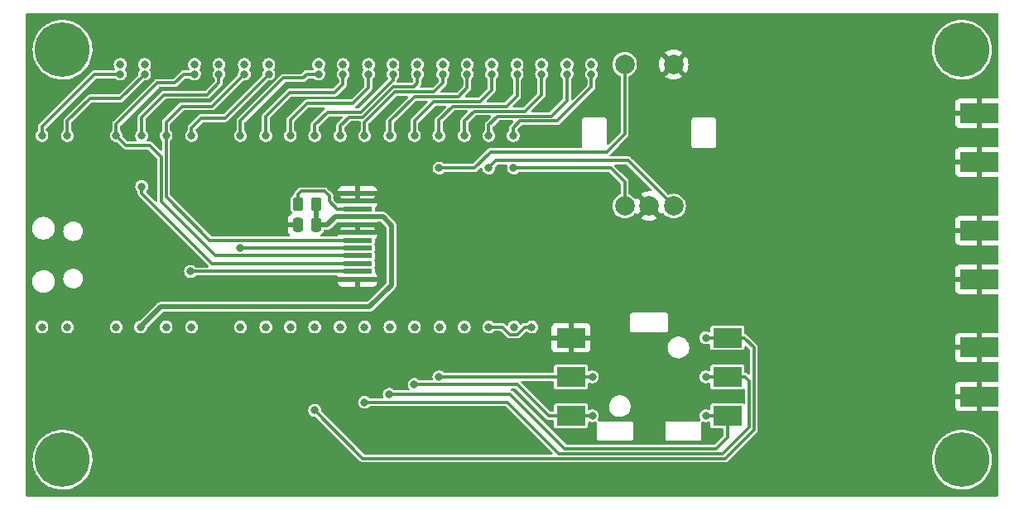
<source format=gbr>
%TF.GenerationSoftware,KiCad,Pcbnew,6.0.2+dfsg-1*%
%TF.CreationDate,2024-02-19T13:24:51+02:00*%
%TF.ProjectId,rpi_pico_si5351,7270695f-7069-4636-9f5f-736935333531,rev?*%
%TF.SameCoordinates,Original*%
%TF.FileFunction,Copper,L1,Top*%
%TF.FilePolarity,Positive*%
%FSLAX46Y46*%
G04 Gerber Fmt 4.6, Leading zero omitted, Abs format (unit mm)*
G04 Created by KiCad (PCBNEW 6.0.2+dfsg-1) date 2024-02-19 13:24:51*
%MOMM*%
%LPD*%
G01*
G04 APERTURE LIST*
G04 Aperture macros list*
%AMRoundRect*
0 Rectangle with rounded corners*
0 $1 Rounding radius*
0 $2 $3 $4 $5 $6 $7 $8 $9 X,Y pos of 4 corners*
0 Add a 4 corners polygon primitive as box body*
4,1,4,$2,$3,$4,$5,$6,$7,$8,$9,$2,$3,0*
0 Add four circle primitives for the rounded corners*
1,1,$1+$1,$2,$3*
1,1,$1+$1,$4,$5*
1,1,$1+$1,$6,$7*
1,1,$1+$1,$8,$9*
0 Add four rect primitives between the rounded corners*
20,1,$1+$1,$2,$3,$4,$5,0*
20,1,$1+$1,$4,$5,$6,$7,0*
20,1,$1+$1,$6,$7,$8,$9,0*
20,1,$1+$1,$8,$9,$2,$3,0*%
G04 Aperture macros list end*
%TA.AperFunction,SMDPad,CuDef*%
%ADD10R,3.000000X0.500000*%
%TD*%
%TA.AperFunction,ComponentPad*%
%ADD11C,3.600000*%
%TD*%
%TA.AperFunction,ConnectorPad*%
%ADD12C,5.600000*%
%TD*%
%TA.AperFunction,SMDPad,CuDef*%
%ADD13RoundRect,0.250000X0.250000X0.475000X-0.250000X0.475000X-0.250000X-0.475000X0.250000X-0.475000X0*%
%TD*%
%TA.AperFunction,ComponentPad*%
%ADD14C,2.000000*%
%TD*%
%TA.AperFunction,SMDPad,CuDef*%
%ADD15RoundRect,0.250000X-0.262500X-0.450000X0.262500X-0.450000X0.262500X0.450000X-0.262500X0.450000X0*%
%TD*%
%TA.AperFunction,SMDPad,CuDef*%
%ADD16R,3.000000X2.000000*%
%TD*%
%TA.AperFunction,SMDPad,CuDef*%
%ADD17R,4.000000X2.000000*%
%TD*%
%TA.AperFunction,ViaPad*%
%ADD18C,0.800000*%
%TD*%
%TA.AperFunction,Conductor*%
%ADD19C,0.300000*%
%TD*%
%TA.AperFunction,Conductor*%
%ADD20C,0.500000*%
%TD*%
G04 APERTURE END LIST*
D10*
%TO.P,U1,12,GND*%
%TO.N,GND*%
X64175000Y-52500000D03*
%TO.P,U1,11,RESET*%
%TO.N,GPIO5*%
X64175000Y-51700000D03*
%TO.P,U1,10,SDA*%
%TO.N,GPIO3*%
X64175000Y-50900000D03*
%TO.P,U1,9,SCL*%
%TO.N,GPIO2*%
X64175000Y-50100000D03*
%TO.P,U1,8,CS*%
%TO.N,GPIO6*%
X64175000Y-49300000D03*
%TO.P,U1,7,D/C*%
%TO.N,GPIO4*%
X64175000Y-48500000D03*
%TO.P,U1,6,GND*%
%TO.N,GND*%
X64175000Y-47700000D03*
%TO.P,U1,5,GND*%
X64175000Y-46900000D03*
%TO.P,U1,4,VCC*%
%TO.N,3V3_OUT*%
X64175000Y-46100000D03*
%TO.P,U1,3,LEDA*%
%TO.N,Net-(R1-Pad1)*%
X64175000Y-45300000D03*
%TO.P,U1,2,LEDK*%
%TO.N,GND*%
X64175000Y-44500000D03*
%TO.P,U1,1,GND*%
X64175000Y-43700000D03*
%TD*%
D11*
%TO.P,H3,1*%
%TO.N,N/C*%
X126000000Y-29000000D03*
D12*
X126000000Y-29000000D03*
%TD*%
%TO.P,H4,1*%
%TO.N,N/C*%
X34000000Y-29000000D03*
D11*
X34000000Y-29000000D03*
%TD*%
D13*
%TO.P,C1,1*%
%TO.N,3V3_OUT*%
X59950000Y-46950000D03*
%TO.P,C1,2*%
%TO.N,GND*%
X58050000Y-46950000D03*
%TD*%
D14*
%TO.P,SW2,1,SW_1*%
%TO.N,GPIO13*%
X91500000Y-30500000D03*
%TO.P,SW2,2,SW_2*%
%TO.N,GND*%
X96500000Y-30500000D03*
%TO.P,SW2,A,CH_A*%
%TO.N,GPIO15*%
X91500000Y-45000000D03*
%TO.P,SW2,B,CH_B*%
%TO.N,GPIO14*%
X96500000Y-45000000D03*
%TO.P,SW2,C,COMM*%
%TO.N,GND*%
X94000000Y-45000000D03*
%TD*%
D12*
%TO.P,H1,1*%
%TO.N,N/C*%
X126000000Y-71000000D03*
D11*
X126000000Y-71000000D03*
%TD*%
D12*
%TO.P,H2,1*%
%TO.N,N/C*%
X34000000Y-71000000D03*
D11*
X34000000Y-71000000D03*
%TD*%
D15*
%TO.P,R1,1*%
%TO.N,Net-(R1-Pad1)*%
X58087500Y-44825000D03*
%TO.P,R1,2*%
%TO.N,3V3_OUT*%
X59912500Y-44825000D03*
%TD*%
D16*
%TO.P,SW1,1,COM*%
%TO.N,GND*%
X86000000Y-58500000D03*
%TO.P,SW1,2,LEFT*%
%TO.N,GPIO18*%
X86000000Y-62500000D03*
%TO.P,SW1,3,PUSH*%
%TO.N,GPIO19*%
X86000000Y-66500000D03*
%TO.P,SW1,4,UP*%
%TO.N,GPIO22*%
X102000000Y-58500000D03*
%TO.P,SW1,5,RIGHT*%
%TO.N,GPIO21*%
X102000000Y-62500000D03*
%TO.P,SW1,6,DOWN*%
%TO.N,GPIO20*%
X102000000Y-66500000D03*
%TD*%
D17*
%TO.P,J3,2,Ext*%
%TO.N,GND*%
X127805000Y-35500000D03*
X127805000Y-40500000D03*
%TD*%
%TO.P,J1,2,Ext*%
%TO.N,GND*%
X127805000Y-59500000D03*
X127805000Y-64500000D03*
%TD*%
%TO.P,J2,2,Ext*%
%TO.N,GND*%
X127805000Y-47500000D03*
X127805000Y-52500000D03*
%TD*%
D18*
%TO.N,GPIO18*%
X88200000Y-62500000D03*
%TO.N,GND*%
X37000000Y-57400000D03*
X62100000Y-44100000D03*
X124950000Y-64500000D03*
X106000000Y-26000000D03*
X110800000Y-38400000D03*
X109650000Y-69750000D03*
X114000000Y-74000000D03*
X124950000Y-40500000D03*
X90550000Y-58550000D03*
X124950000Y-35500000D03*
X49700000Y-57400000D03*
X124950000Y-52500000D03*
X106000000Y-38000000D03*
X106000000Y-71000000D03*
X37000000Y-37800000D03*
X106000000Y-34000000D03*
X66625000Y-52475000D03*
X116225000Y-50650000D03*
X49700000Y-37800000D03*
X119825000Y-50000000D03*
X120100000Y-44150000D03*
X116050000Y-35750000D03*
X62100000Y-47300000D03*
X114650000Y-71650000D03*
X124950000Y-47500000D03*
X44900000Y-31000000D03*
X93100000Y-66200000D03*
X57700000Y-31000000D03*
X116150000Y-64350000D03*
X116150000Y-55100000D03*
X106000000Y-61000000D03*
X66300000Y-47300000D03*
X116150000Y-59600000D03*
X122400000Y-46900000D03*
X80775000Y-50000000D03*
X106000000Y-74000000D03*
X122000000Y-74000000D03*
X110500000Y-57650000D03*
X114000000Y-26000000D03*
X106000000Y-45000000D03*
X124950000Y-59500000D03*
X122000000Y-26000000D03*
X106000000Y-52000000D03*
X66300000Y-44100000D03*
%TO.N,GPIO0*%
X39899312Y-31499312D03*
X31900000Y-37800000D03*
%TO.N,GPIO1*%
X34500000Y-37800000D03*
X42400000Y-31500000D03*
%TO.N,GPIO25*%
X83000000Y-31500000D03*
X75100000Y-37800000D03*
%TO.N,GPIO12*%
X77900000Y-31500000D03*
X70000000Y-37800000D03*
%TO.N,GPIO11*%
X75400000Y-31500000D03*
X67500000Y-37800000D03*
%TO.N,GPIO10*%
X64900000Y-37800000D03*
X72900000Y-31500000D03*
%TO.N,GPIO29*%
X62400000Y-37800000D03*
X70300000Y-31500000D03*
%TO.N,GPIO9*%
X67800000Y-31500000D03*
X59800000Y-37800000D03*
%TO.N,GPIO8*%
X57300000Y-37800000D03*
X65300000Y-31500000D03*
%TO.N,GPIO7*%
X62700000Y-31500000D03*
X54800000Y-37800000D03*
%TO.N,3V3_OUT*%
X42000000Y-57400000D03*
X50000000Y-30500000D03*
%TO.N,GPIO24*%
X75100000Y-57400000D03*
X83000000Y-30500497D03*
%TO.N,GPIO23*%
X62400000Y-57400000D03*
X70300000Y-30500000D03*
%TO.N,RUN*%
X65300000Y-30500000D03*
X57300000Y-57400000D03*
%TO.N,GPIO26*%
X62700000Y-30500497D03*
X54800000Y-57400000D03*
%TO.N,GPIO27*%
X60200000Y-30500000D03*
X52200000Y-57400000D03*
%TO.N,GPIO28*%
X55100000Y-30500497D03*
X47200000Y-57400000D03*
%TO.N,ADC_VREF*%
X52600000Y-30500000D03*
X44600000Y-57400000D03*
%TO.N,3V3_EN*%
X39500000Y-57400000D03*
X47500000Y-30500000D03*
%TO.N,VDD_SYS*%
X42400000Y-30500000D03*
X34500000Y-57400000D03*
%TO.N,VBUS*%
X31900000Y-57400000D03*
X39900000Y-30499810D03*
%TO.N,GPIO13*%
X80500000Y-31500000D03*
X72510000Y-41110000D03*
X72500000Y-37800000D03*
%TO.N,GPIO15*%
X80100000Y-37800000D03*
X88100000Y-31500000D03*
X80130000Y-41110000D03*
%TO.N,GPIO14*%
X77590000Y-41110000D03*
X85600000Y-31500000D03*
X77600000Y-37800000D03*
%TO.N,GPIO16*%
X80200000Y-57400000D03*
X88100000Y-30500497D03*
%TO.N,GPIO17*%
X77600000Y-57400000D03*
X82000000Y-57400000D03*
X85600000Y-30500497D03*
%TO.N,GPIO18*%
X80500000Y-30500000D03*
X72600000Y-57400000D03*
X72500000Y-62500000D03*
%TO.N,GPIO22*%
X59800000Y-65925000D03*
X59800000Y-57400000D03*
X67800000Y-30500497D03*
X99800000Y-58500000D03*
%TO.N,GPIO21*%
X64900000Y-65100000D03*
X99800000Y-62500000D03*
X72900000Y-30500497D03*
X64900000Y-57400000D03*
%TO.N,GPIO20*%
X67500000Y-57400000D03*
X67425000Y-64300000D03*
X99800000Y-66500000D03*
X75400000Y-30500497D03*
%TO.N,GPIO19*%
X70000000Y-57400000D03*
X77900000Y-30500497D03*
X88200000Y-66500000D03*
X69975000Y-63275000D03*
%TO.N,GPIO6*%
X52200000Y-37800000D03*
X60200000Y-31500000D03*
X52200000Y-49300000D03*
%TO.N,GPIO5*%
X55100000Y-31500000D03*
X47100000Y-51700000D03*
X47200000Y-37800000D03*
%TO.N,GPIO4*%
X44600000Y-37800000D03*
X52600000Y-31500000D03*
%TO.N,GPIO3*%
X42100000Y-43000000D03*
X42100000Y-37800000D03*
X50000000Y-31500000D03*
%TO.N,GPIO2*%
X39500000Y-37800000D03*
X47500000Y-31500000D03*
%TD*%
D19*
%TO.N,GPIO21*%
X99800000Y-62500000D02*
X102000000Y-62500000D01*
%TO.N,GPIO22*%
X99800000Y-58500000D02*
X102000000Y-58500000D01*
%TO.N,GPIO20*%
X99800000Y-66500000D02*
X102000000Y-66500000D01*
%TO.N,GPIO19*%
X86000000Y-66500000D02*
X88200000Y-66500000D01*
%TO.N,GPIO18*%
X86000000Y-62500000D02*
X88200000Y-62500000D01*
D20*
%TO.N,3V3_OUT*%
X59912500Y-44825000D02*
X59912500Y-46912500D01*
X59912500Y-46912500D02*
X59950000Y-46950000D01*
X64175000Y-46100000D02*
X61900000Y-46100000D01*
X61900000Y-46100000D02*
X61050000Y-46950000D01*
X61050000Y-46950000D02*
X59950000Y-46950000D01*
D19*
%TO.N,Net-(R1-Pad1)*%
X64175000Y-45300000D02*
X62100000Y-45300000D01*
X62100000Y-45300000D02*
X61300000Y-44500000D01*
X58087500Y-43812500D02*
X58087500Y-44825000D01*
X61300000Y-44500000D02*
X61300000Y-44000000D01*
X61300000Y-44000000D02*
X60800000Y-43500000D01*
X60800000Y-43500000D02*
X58400000Y-43500000D01*
X58400000Y-43500000D02*
X58087500Y-43812500D01*
%TO.N,GPIO0*%
X31900000Y-36892894D02*
X37293582Y-31499312D01*
X37293582Y-31499312D02*
X39899312Y-31499312D01*
X31900000Y-37800000D02*
X31900000Y-36892894D01*
%TO.N,GPIO1*%
X39900000Y-34000000D02*
X42400000Y-31500000D01*
X36800000Y-34000000D02*
X39900000Y-34000000D01*
X34500000Y-36300000D02*
X36800000Y-34000000D01*
X34500000Y-37800000D02*
X34500000Y-36300000D01*
%TO.N,GPIO25*%
X83000000Y-33600000D02*
X83000000Y-31500000D01*
X76100000Y-35300000D02*
X81300000Y-35300000D01*
X75100000Y-37800000D02*
X75100000Y-36300000D01*
X75100000Y-36300000D02*
X76100000Y-35300000D01*
X81300000Y-35300000D02*
X83000000Y-33600000D01*
%TO.N,GPIO12*%
X76700000Y-34300000D02*
X77900000Y-33100000D01*
X72000000Y-34300000D02*
X76700000Y-34300000D01*
X70000000Y-36300000D02*
X72000000Y-34300000D01*
X70000000Y-37800000D02*
X70000000Y-36300000D01*
X77900000Y-33100000D02*
X77900000Y-31500000D01*
%TO.N,GPIO11*%
X67500000Y-36300000D02*
X70000000Y-33800000D01*
X74500000Y-33800000D02*
X75400000Y-32900000D01*
X70000000Y-33800000D02*
X74500000Y-33800000D01*
X67500000Y-37800000D02*
X67500000Y-36300000D01*
X75400000Y-32900000D02*
X75400000Y-31500000D01*
%TO.N,GPIO10*%
X72000000Y-33300000D02*
X72900000Y-32400000D01*
X68000000Y-33300000D02*
X72000000Y-33300000D01*
X64900000Y-37800000D02*
X64900000Y-36400000D01*
X72900000Y-32400000D02*
X72900000Y-31500000D01*
X64900000Y-36400000D02*
X68000000Y-33300000D01*
%TO.N,GPIO29*%
X62400000Y-37800000D02*
X62400000Y-36800000D01*
X64692894Y-35900000D02*
X67792894Y-32800000D01*
X69900000Y-32800000D02*
X70300000Y-32400000D01*
X63300000Y-35900000D02*
X64692894Y-35900000D01*
X67792894Y-32800000D02*
X69900000Y-32800000D01*
X62400000Y-36800000D02*
X63300000Y-35900000D01*
X70300000Y-32400000D02*
X70300000Y-31500000D01*
%TO.N,GPIO9*%
X67800000Y-32085788D02*
X67800000Y-31500000D01*
X61100000Y-35400000D02*
X64485788Y-35400000D01*
X59800000Y-37800000D02*
X59800000Y-36700000D01*
X64485788Y-35400000D02*
X67800000Y-32085788D01*
X59800000Y-36700000D02*
X61100000Y-35400000D01*
%TO.N,GPIO8*%
X65300000Y-32900000D02*
X65300000Y-31500000D01*
X63700000Y-34500000D02*
X65300000Y-32900000D01*
X57300000Y-36200000D02*
X59000000Y-34500000D01*
X59000000Y-34500000D02*
X63700000Y-34500000D01*
X57300000Y-37800000D02*
X57300000Y-36200000D01*
%TO.N,GPIO7*%
X57200000Y-33400000D02*
X61800000Y-33400000D01*
X62700000Y-32500000D02*
X62700000Y-31500000D01*
X54800000Y-37800000D02*
X54800000Y-35800000D01*
X61800000Y-33400000D02*
X62700000Y-32500000D01*
X54800000Y-35800000D02*
X57200000Y-33400000D01*
D20*
%TO.N,3V3_OUT*%
X44025000Y-55350000D02*
X65375000Y-55350000D01*
X67650000Y-46975000D02*
X66775000Y-46100000D01*
X66775000Y-46100000D02*
X64175000Y-46100000D01*
X42025000Y-57350000D02*
X44025000Y-55350000D01*
X67650000Y-53075000D02*
X67650000Y-46975000D01*
X65375000Y-55350000D02*
X67650000Y-53075000D01*
D19*
%TO.N,GPIO13*%
X73900000Y-34800000D02*
X79400000Y-34800000D01*
X89675000Y-39475000D02*
X91500000Y-37650000D01*
X72500000Y-37800000D02*
X72500000Y-36200000D01*
X72500000Y-36200000D02*
X73900000Y-34800000D01*
X76140000Y-41110000D02*
X77775000Y-39475000D01*
X77775000Y-39475000D02*
X89675000Y-39475000D01*
X79400000Y-34800000D02*
X80500000Y-33700000D01*
X91500000Y-37650000D02*
X91500000Y-30500000D01*
X80500000Y-33700000D02*
X80500000Y-31500000D01*
X72510000Y-41110000D02*
X76140000Y-41110000D01*
%TO.N,GPIO15*%
X91500000Y-45000000D02*
X91500000Y-42550000D01*
X91500000Y-42550000D02*
X90060000Y-41110000D01*
X84600000Y-36300000D02*
X88100000Y-32800000D01*
X88100000Y-32800000D02*
X88100000Y-31500000D01*
X90060000Y-41110000D02*
X80130000Y-41110000D01*
X80800000Y-36300000D02*
X84600000Y-36300000D01*
X80100000Y-37800000D02*
X80100000Y-37000000D01*
X80100000Y-37000000D02*
X80800000Y-36300000D01*
%TO.N,GPIO14*%
X77600000Y-36700000D02*
X78500000Y-35800000D01*
X77600000Y-37800000D02*
X77600000Y-36700000D01*
X91850000Y-40350000D02*
X96500000Y-45000000D01*
X78350000Y-40350000D02*
X91850000Y-40350000D01*
X85600000Y-34200000D02*
X85600000Y-31500000D01*
X84000000Y-35800000D02*
X85600000Y-34200000D01*
X78500000Y-35800000D02*
X84000000Y-35800000D01*
X77590000Y-41110000D02*
X78350000Y-40350000D01*
%TO.N,GPIO17*%
X81260661Y-57400000D02*
X82000000Y-57400000D01*
X80510661Y-58150000D02*
X81260661Y-57400000D01*
X79000000Y-57400000D02*
X79750000Y-58150000D01*
X79750000Y-58150000D02*
X80510661Y-58150000D01*
X77600000Y-57400000D02*
X79000000Y-57400000D01*
%TO.N,GPIO18*%
X72500000Y-62500000D02*
X86000000Y-62500000D01*
%TO.N,GPIO22*%
X104700000Y-67907106D02*
X101757106Y-70850000D01*
X103700000Y-58500000D02*
X104700000Y-59500000D01*
X64725000Y-70850000D02*
X59800000Y-65925000D01*
X104700000Y-59500000D02*
X104700000Y-67907106D01*
X102000000Y-58500000D02*
X103700000Y-58500000D01*
X101757106Y-70850000D02*
X64725000Y-70850000D01*
%TO.N,GPIO21*%
X103800000Y-62500000D02*
X104200000Y-62900000D01*
X101550000Y-70350000D02*
X84800000Y-70350000D01*
X104200000Y-62900000D02*
X104200000Y-67700000D01*
X84800000Y-70350000D02*
X79550000Y-65100000D01*
X79550000Y-65100000D02*
X64900000Y-65100000D01*
X104200000Y-67700000D02*
X101550000Y-70350000D01*
X102000000Y-62500000D02*
X103800000Y-62500000D01*
%TO.N,GPIO20*%
X102000000Y-66500000D02*
X102000000Y-68700000D01*
X102000000Y-68700000D02*
X100850000Y-69850000D01*
X79800000Y-64300000D02*
X67425000Y-64300000D01*
X100850000Y-69850000D02*
X85350000Y-69850000D01*
X85350000Y-69850000D02*
X79800000Y-64300000D01*
%TO.N,GPIO19*%
X69975000Y-63275000D02*
X80500000Y-63275000D01*
X83725000Y-66500000D02*
X86000000Y-66500000D01*
X80500000Y-63275000D02*
X83725000Y-66500000D01*
%TO.N,GPIO6*%
X59000000Y-31500000D02*
X60200000Y-31500000D01*
X58600000Y-31900000D02*
X59000000Y-31500000D01*
X56600000Y-31900000D02*
X58600000Y-31900000D01*
X52200000Y-36300000D02*
X56600000Y-31900000D01*
X64175000Y-49300000D02*
X52200000Y-49300000D01*
X52200000Y-37800000D02*
X52200000Y-36300000D01*
%TO.N,GPIO5*%
X50600000Y-36000000D02*
X55100000Y-31500000D01*
X47200000Y-37800000D02*
X47200000Y-37000000D01*
X48200000Y-36000000D02*
X50600000Y-36000000D01*
X47100000Y-51700000D02*
X64175000Y-51700000D01*
X47200000Y-37000000D02*
X48200000Y-36000000D01*
%TO.N,GPIO4*%
X46200000Y-34800000D02*
X49300000Y-34800000D01*
X64175000Y-48500000D02*
X49050000Y-48500000D01*
X49050000Y-48500000D02*
X44600000Y-44050000D01*
X44600000Y-44050000D02*
X44600000Y-37800000D01*
X44600000Y-36400000D02*
X46200000Y-34800000D01*
X44600000Y-37800000D02*
X44600000Y-36400000D01*
X49300000Y-34800000D02*
X52600000Y-31500000D01*
%TO.N,GPIO3*%
X49300000Y-50900000D02*
X64175000Y-50900000D01*
X48800000Y-33600000D02*
X50000000Y-32400000D01*
X42100000Y-37800000D02*
X42100000Y-35900000D01*
X50000000Y-32400000D02*
X50000000Y-31500000D01*
X42100000Y-43700000D02*
X49300000Y-50900000D01*
X44400000Y-33600000D02*
X48800000Y-33600000D01*
X42100000Y-35900000D02*
X44400000Y-33600000D01*
X42100000Y-43000000D02*
X42100000Y-43700000D01*
%TO.N,GPIO2*%
X45500000Y-32400000D02*
X46400000Y-31500000D01*
X46400000Y-31500000D02*
X47500000Y-31500000D01*
X42900000Y-38800000D02*
X44100000Y-40000000D01*
X39500000Y-37800000D02*
X39500000Y-36600000D01*
X44100000Y-44600000D02*
X49600000Y-50100000D01*
X43700000Y-32400000D02*
X45500000Y-32400000D01*
X39500000Y-36600000D02*
X43700000Y-32400000D01*
X40500000Y-38800000D02*
X42900000Y-38800000D01*
X39500000Y-37800000D02*
X40500000Y-38800000D01*
X49600000Y-50100000D02*
X64175000Y-50100000D01*
X44100000Y-40000000D02*
X44100000Y-44600000D01*
%TD*%
%TA.AperFunction,Conductor*%
%TO.N,GND*%
G36*
X129688121Y-25274002D02*
G01*
X129734614Y-25327658D01*
X129746000Y-25380000D01*
X129746000Y-33866000D01*
X129725998Y-33934121D01*
X129672342Y-33980614D01*
X129620000Y-33992000D01*
X128077115Y-33992000D01*
X128061876Y-33996475D01*
X128060671Y-33997865D01*
X128059000Y-34005548D01*
X128059000Y-36989884D01*
X128063475Y-37005123D01*
X128064865Y-37006328D01*
X128072548Y-37007999D01*
X129620000Y-37007999D01*
X129688121Y-37028001D01*
X129734614Y-37081657D01*
X129746000Y-37133999D01*
X129746000Y-38866000D01*
X129725998Y-38934121D01*
X129672342Y-38980614D01*
X129620000Y-38992000D01*
X128077115Y-38992000D01*
X128061876Y-38996475D01*
X128060671Y-38997865D01*
X128059000Y-39005548D01*
X128059000Y-41989884D01*
X128063475Y-42005123D01*
X128064865Y-42006328D01*
X128072548Y-42007999D01*
X129620000Y-42007999D01*
X129688121Y-42028001D01*
X129734614Y-42081657D01*
X129746000Y-42133999D01*
X129746000Y-45866000D01*
X129725998Y-45934121D01*
X129672342Y-45980614D01*
X129620000Y-45992000D01*
X128077115Y-45992000D01*
X128061876Y-45996475D01*
X128060671Y-45997865D01*
X128059000Y-46005548D01*
X128059000Y-48989884D01*
X128063475Y-49005123D01*
X128064865Y-49006328D01*
X128072548Y-49007999D01*
X129620000Y-49007999D01*
X129688121Y-49028001D01*
X129734614Y-49081657D01*
X129746000Y-49133999D01*
X129746000Y-50866000D01*
X129725998Y-50934121D01*
X129672342Y-50980614D01*
X129620000Y-50992000D01*
X128077115Y-50992000D01*
X128061876Y-50996475D01*
X128060671Y-50997865D01*
X128059000Y-51005548D01*
X128059000Y-53989884D01*
X128063475Y-54005123D01*
X128064865Y-54006328D01*
X128072548Y-54007999D01*
X129620000Y-54007999D01*
X129688121Y-54028001D01*
X129734614Y-54081657D01*
X129746000Y-54133999D01*
X129746000Y-57866000D01*
X129725998Y-57934121D01*
X129672342Y-57980614D01*
X129620000Y-57992000D01*
X128077115Y-57992000D01*
X128061876Y-57996475D01*
X128060671Y-57997865D01*
X128059000Y-58005548D01*
X128059000Y-60989884D01*
X128063475Y-61005123D01*
X128064865Y-61006328D01*
X128072548Y-61007999D01*
X129620000Y-61007999D01*
X129688121Y-61028001D01*
X129734614Y-61081657D01*
X129746000Y-61133999D01*
X129746000Y-62866000D01*
X129725998Y-62934121D01*
X129672342Y-62980614D01*
X129620000Y-62992000D01*
X128077115Y-62992000D01*
X128061876Y-62996475D01*
X128060671Y-62997865D01*
X128059000Y-63005548D01*
X128059000Y-65989884D01*
X128063475Y-66005123D01*
X128064865Y-66006328D01*
X128072548Y-66007999D01*
X129620000Y-66007999D01*
X129688121Y-66028001D01*
X129734614Y-66081657D01*
X129746000Y-66133999D01*
X129746000Y-74620000D01*
X129725998Y-74688121D01*
X129672342Y-74734614D01*
X129620000Y-74746000D01*
X30380000Y-74746000D01*
X30311879Y-74725998D01*
X30265386Y-74672342D01*
X30254000Y-74620000D01*
X30254000Y-70957285D01*
X30940985Y-70957285D01*
X30955288Y-71298537D01*
X31007540Y-71636067D01*
X31097091Y-71965669D01*
X31222825Y-72283235D01*
X31224470Y-72286329D01*
X31224471Y-72286331D01*
X31285678Y-72401444D01*
X31383173Y-72584807D01*
X31385163Y-72587713D01*
X31385164Y-72587715D01*
X31574147Y-72863718D01*
X31574152Y-72863724D01*
X31576138Y-72866625D01*
X31799314Y-73125177D01*
X32049921Y-73357241D01*
X32324833Y-73559924D01*
X32327870Y-73561678D01*
X32327874Y-73561680D01*
X32442444Y-73627827D01*
X32620624Y-73730699D01*
X32743621Y-73784435D01*
X32930388Y-73866032D01*
X32930391Y-73866033D01*
X32933609Y-73867439D01*
X32936966Y-73868478D01*
X32936971Y-73868480D01*
X33072639Y-73910476D01*
X33259885Y-73968438D01*
X33595386Y-74032439D01*
X33850610Y-74052077D01*
X33932434Y-74058373D01*
X33932435Y-74058373D01*
X33935931Y-74058642D01*
X34142793Y-74051418D01*
X34273758Y-74046845D01*
X34273763Y-74046845D01*
X34277273Y-74046722D01*
X34446216Y-74021775D01*
X34611681Y-73997341D01*
X34611686Y-73997340D01*
X34615160Y-73996827D01*
X34618552Y-73995931D01*
X34618556Y-73995930D01*
X34941989Y-73910476D01*
X34941990Y-73910476D01*
X34945380Y-73909580D01*
X35263816Y-73786066D01*
X35566499Y-73627827D01*
X35849658Y-73436834D01*
X35940729Y-73359327D01*
X36107089Y-73217743D01*
X36107090Y-73217742D01*
X36109762Y-73215468D01*
X36197058Y-73122507D01*
X36341159Y-72969056D01*
X36341163Y-72969051D01*
X36343570Y-72966488D01*
X36345675Y-72963674D01*
X36345681Y-72963667D01*
X36546058Y-72695817D01*
X36548167Y-72692998D01*
X36721003Y-72398406D01*
X36859924Y-72086383D01*
X36963199Y-71760820D01*
X37029540Y-71425774D01*
X37051980Y-71158538D01*
X37057937Y-71087605D01*
X37057938Y-71087594D01*
X37058120Y-71085421D01*
X37059313Y-71000000D01*
X37056729Y-70953767D01*
X37040443Y-70662491D01*
X37040247Y-70658982D01*
X37000756Y-70425498D01*
X36983874Y-70325683D01*
X36983873Y-70325678D01*
X36983287Y-70322214D01*
X36889143Y-69993894D01*
X36843365Y-69882829D01*
X36760326Y-69681359D01*
X36760322Y-69681351D01*
X36758988Y-69678114D01*
X36594445Y-69378811D01*
X36571168Y-69345813D01*
X36399595Y-69102594D01*
X36399594Y-69102593D01*
X36397564Y-69099715D01*
X36170799Y-68844303D01*
X36134795Y-68811885D01*
X35919595Y-68618118D01*
X35919592Y-68618116D01*
X35916977Y-68615761D01*
X35879916Y-68589228D01*
X35642129Y-68418989D01*
X35642122Y-68418985D01*
X35639262Y-68416937D01*
X35341115Y-68250308D01*
X35026251Y-68117951D01*
X35022882Y-68116960D01*
X35022878Y-68116958D01*
X34869481Y-68071811D01*
X34698597Y-68021517D01*
X34695138Y-68020907D01*
X34695129Y-68020905D01*
X34462591Y-67979903D01*
X34362235Y-67962208D01*
X34283811Y-67957274D01*
X34024876Y-67940983D01*
X34024870Y-67940983D01*
X34021358Y-67940762D01*
X33941603Y-67944663D01*
X33683722Y-67957274D01*
X33683713Y-67957275D01*
X33680215Y-67957446D01*
X33676747Y-67958008D01*
X33676744Y-67958008D01*
X33346532Y-68011491D01*
X33346529Y-68011492D01*
X33343057Y-68012054D01*
X33339670Y-68013000D01*
X33339664Y-68013001D01*
X33162817Y-68062378D01*
X33014088Y-68103904D01*
X32976442Y-68119114D01*
X32700672Y-68230532D01*
X32700668Y-68230534D01*
X32697408Y-68231851D01*
X32694321Y-68233520D01*
X32694317Y-68233522D01*
X32665793Y-68248945D01*
X32396963Y-68394301D01*
X32116499Y-68589228D01*
X32113857Y-68591541D01*
X32113853Y-68591544D01*
X31995940Y-68694769D01*
X31859511Y-68814204D01*
X31629202Y-69066425D01*
X31428444Y-69342745D01*
X31426702Y-69345811D01*
X31426701Y-69345813D01*
X31407956Y-69378811D01*
X31259737Y-69639722D01*
X31125186Y-69953653D01*
X31026467Y-70280627D01*
X30964811Y-70616566D01*
X30940985Y-70957285D01*
X30254000Y-70957285D01*
X30254000Y-65918096D01*
X59140729Y-65918096D01*
X59144913Y-65955994D01*
X59156954Y-66065052D01*
X59158113Y-66075553D01*
X59160723Y-66082684D01*
X59160723Y-66082686D01*
X59202016Y-66195524D01*
X59212553Y-66224319D01*
X59216789Y-66230622D01*
X59216789Y-66230623D01*
X59287352Y-66335631D01*
X59300908Y-66355805D01*
X59306527Y-66360918D01*
X59306528Y-66360919D01*
X59412460Y-66457309D01*
X59418076Y-66462419D01*
X59557293Y-66538008D01*
X59710522Y-66578207D01*
X59768613Y-66579119D01*
X59832852Y-66580129D01*
X59900651Y-66601198D01*
X59919968Y-66617018D01*
X64461485Y-71158535D01*
X64461489Y-71158538D01*
X64484277Y-71181326D01*
X64504154Y-71191454D01*
X64521011Y-71201784D01*
X64539071Y-71214905D01*
X64548504Y-71217970D01*
X64560295Y-71221801D01*
X64578561Y-71229366D01*
X64598445Y-71239498D01*
X64608238Y-71241049D01*
X64620487Y-71242989D01*
X64639713Y-71247605D01*
X64651500Y-71251435D01*
X64651502Y-71251435D01*
X64660934Y-71254500D01*
X101821172Y-71254500D01*
X101830604Y-71251435D01*
X101830606Y-71251435D01*
X101842393Y-71247605D01*
X101861619Y-71242989D01*
X101873868Y-71241049D01*
X101883661Y-71239498D01*
X101903545Y-71229366D01*
X101921811Y-71221801D01*
X101933602Y-71217970D01*
X101943035Y-71214905D01*
X101961095Y-71201784D01*
X101977952Y-71191454D01*
X101997829Y-71181326D01*
X102020617Y-71158538D01*
X102020621Y-71158535D01*
X102221871Y-70957285D01*
X122940985Y-70957285D01*
X122955288Y-71298537D01*
X123007540Y-71636067D01*
X123097091Y-71965669D01*
X123222825Y-72283235D01*
X123224470Y-72286329D01*
X123224471Y-72286331D01*
X123285678Y-72401444D01*
X123383173Y-72584807D01*
X123385163Y-72587713D01*
X123385164Y-72587715D01*
X123574147Y-72863718D01*
X123574152Y-72863724D01*
X123576138Y-72866625D01*
X123799314Y-73125177D01*
X124049921Y-73357241D01*
X124324833Y-73559924D01*
X124327870Y-73561678D01*
X124327874Y-73561680D01*
X124442444Y-73627827D01*
X124620624Y-73730699D01*
X124743621Y-73784435D01*
X124930388Y-73866032D01*
X124930391Y-73866033D01*
X124933609Y-73867439D01*
X124936966Y-73868478D01*
X124936971Y-73868480D01*
X125072639Y-73910476D01*
X125259885Y-73968438D01*
X125595386Y-74032439D01*
X125850610Y-74052077D01*
X125932434Y-74058373D01*
X125932435Y-74058373D01*
X125935931Y-74058642D01*
X126142793Y-74051418D01*
X126273758Y-74046845D01*
X126273763Y-74046845D01*
X126277273Y-74046722D01*
X126446217Y-74021774D01*
X126611681Y-73997341D01*
X126611686Y-73997340D01*
X126615160Y-73996827D01*
X126618552Y-73995931D01*
X126618556Y-73995930D01*
X126941989Y-73910476D01*
X126941990Y-73910476D01*
X126945380Y-73909580D01*
X127263816Y-73786066D01*
X127566499Y-73627827D01*
X127849658Y-73436834D01*
X127940729Y-73359327D01*
X128107089Y-73217743D01*
X128107090Y-73217742D01*
X128109762Y-73215468D01*
X128197058Y-73122507D01*
X128341159Y-72969056D01*
X128341163Y-72969051D01*
X128343570Y-72966488D01*
X128345675Y-72963674D01*
X128345681Y-72963667D01*
X128546058Y-72695817D01*
X128548167Y-72692998D01*
X128721003Y-72398406D01*
X128859924Y-72086383D01*
X128963199Y-71760820D01*
X129029540Y-71425774D01*
X129051980Y-71158538D01*
X129057937Y-71087605D01*
X129057938Y-71087594D01*
X129058120Y-71085421D01*
X129059313Y-71000000D01*
X129056729Y-70953767D01*
X129040443Y-70662491D01*
X129040247Y-70658982D01*
X129000756Y-70425498D01*
X128983874Y-70325683D01*
X128983873Y-70325678D01*
X128983287Y-70322214D01*
X128889143Y-69993894D01*
X128843365Y-69882829D01*
X128760326Y-69681359D01*
X128760322Y-69681351D01*
X128758988Y-69678114D01*
X128594445Y-69378811D01*
X128571168Y-69345813D01*
X128399595Y-69102594D01*
X128399594Y-69102593D01*
X128397564Y-69099715D01*
X128170799Y-68844303D01*
X128134795Y-68811885D01*
X127919595Y-68618118D01*
X127919592Y-68618116D01*
X127916977Y-68615761D01*
X127879916Y-68589228D01*
X127642129Y-68418989D01*
X127642122Y-68418985D01*
X127639262Y-68416937D01*
X127341115Y-68250308D01*
X127026251Y-68117951D01*
X127022882Y-68116960D01*
X127022878Y-68116958D01*
X126869481Y-68071811D01*
X126698597Y-68021517D01*
X126695138Y-68020907D01*
X126695129Y-68020905D01*
X126462591Y-67979903D01*
X126362235Y-67962208D01*
X126283811Y-67957274D01*
X126024876Y-67940983D01*
X126024870Y-67940983D01*
X126021358Y-67940762D01*
X125941603Y-67944663D01*
X125683722Y-67957274D01*
X125683713Y-67957275D01*
X125680215Y-67957446D01*
X125676747Y-67958008D01*
X125676744Y-67958008D01*
X125346532Y-68011491D01*
X125346529Y-68011492D01*
X125343057Y-68012054D01*
X125339670Y-68013000D01*
X125339664Y-68013001D01*
X125162817Y-68062378D01*
X125014088Y-68103904D01*
X124976442Y-68119114D01*
X124700672Y-68230532D01*
X124700668Y-68230534D01*
X124697408Y-68231851D01*
X124694321Y-68233520D01*
X124694317Y-68233522D01*
X124665793Y-68248945D01*
X124396963Y-68394301D01*
X124116499Y-68589228D01*
X124113857Y-68591541D01*
X124113853Y-68591544D01*
X123995940Y-68694769D01*
X123859511Y-68814204D01*
X123629202Y-69066425D01*
X123428444Y-69342745D01*
X123426702Y-69345811D01*
X123426701Y-69345813D01*
X123407956Y-69378811D01*
X123259737Y-69639722D01*
X123125186Y-69953653D01*
X123026467Y-70280627D01*
X122964811Y-70616566D01*
X122940985Y-70957285D01*
X102221871Y-70957285D01*
X105008535Y-68170620D01*
X105031326Y-68147829D01*
X105041457Y-68127946D01*
X105051784Y-68111093D01*
X105064905Y-68093035D01*
X105071801Y-68071810D01*
X105079367Y-68053544D01*
X105084997Y-68042494D01*
X105089498Y-68033661D01*
X105092989Y-68011619D01*
X105097605Y-67992393D01*
X105101435Y-67980606D01*
X105101435Y-67980604D01*
X105104500Y-67971172D01*
X105104500Y-65544669D01*
X125297001Y-65544669D01*
X125297371Y-65551490D01*
X125302895Y-65602352D01*
X125306521Y-65617604D01*
X125351676Y-65738054D01*
X125360214Y-65753649D01*
X125436715Y-65855724D01*
X125449276Y-65868285D01*
X125551351Y-65944786D01*
X125566946Y-65953324D01*
X125687394Y-65998478D01*
X125702649Y-66002105D01*
X125753514Y-66007631D01*
X125760328Y-66008000D01*
X127532885Y-66008000D01*
X127548124Y-66003525D01*
X127549329Y-66002135D01*
X127551000Y-65994452D01*
X127551000Y-64772115D01*
X127546525Y-64756876D01*
X127545135Y-64755671D01*
X127537452Y-64754000D01*
X125315116Y-64754000D01*
X125299877Y-64758475D01*
X125298672Y-64759865D01*
X125297001Y-64767548D01*
X125297001Y-65544669D01*
X105104500Y-65544669D01*
X105104500Y-64227885D01*
X125297000Y-64227885D01*
X125301475Y-64243124D01*
X125302865Y-64244329D01*
X125310548Y-64246000D01*
X127532885Y-64246000D01*
X127548124Y-64241525D01*
X127549329Y-64240135D01*
X127551000Y-64232452D01*
X127551000Y-63010116D01*
X127546525Y-62994877D01*
X127545135Y-62993672D01*
X127537452Y-62992001D01*
X125760331Y-62992001D01*
X125753510Y-62992371D01*
X125702648Y-62997895D01*
X125687396Y-63001521D01*
X125566946Y-63046676D01*
X125551351Y-63055214D01*
X125449276Y-63131715D01*
X125436715Y-63144276D01*
X125360214Y-63246351D01*
X125351676Y-63261946D01*
X125306522Y-63382394D01*
X125302895Y-63397649D01*
X125297369Y-63448514D01*
X125297000Y-63455328D01*
X125297000Y-64227885D01*
X105104500Y-64227885D01*
X105104500Y-60544669D01*
X125297001Y-60544669D01*
X125297371Y-60551490D01*
X125302895Y-60602352D01*
X125306521Y-60617604D01*
X125351676Y-60738054D01*
X125360214Y-60753649D01*
X125436715Y-60855724D01*
X125449276Y-60868285D01*
X125551351Y-60944786D01*
X125566946Y-60953324D01*
X125687394Y-60998478D01*
X125702649Y-61002105D01*
X125753514Y-61007631D01*
X125760328Y-61008000D01*
X127532885Y-61008000D01*
X127548124Y-61003525D01*
X127549329Y-61002135D01*
X127551000Y-60994452D01*
X127551000Y-59772115D01*
X127546525Y-59756876D01*
X127545135Y-59755671D01*
X127537452Y-59754000D01*
X125315116Y-59754000D01*
X125299877Y-59758475D01*
X125298672Y-59759865D01*
X125297001Y-59767548D01*
X125297001Y-60544669D01*
X105104500Y-60544669D01*
X105104500Y-59435934D01*
X105097605Y-59414713D01*
X105092989Y-59395487D01*
X105091049Y-59383241D01*
X105089498Y-59373445D01*
X105079370Y-59353568D01*
X105071803Y-59335300D01*
X105067971Y-59323506D01*
X105067969Y-59323501D01*
X105064905Y-59314072D01*
X105057375Y-59303707D01*
X105051787Y-59296017D01*
X105041454Y-59279155D01*
X105035826Y-59268109D01*
X105031326Y-59259277D01*
X104999934Y-59227885D01*
X125297000Y-59227885D01*
X125301475Y-59243124D01*
X125302865Y-59244329D01*
X125310548Y-59246000D01*
X127532885Y-59246000D01*
X127548124Y-59241525D01*
X127549329Y-59240135D01*
X127551000Y-59232452D01*
X127551000Y-58010116D01*
X127546525Y-57994877D01*
X127545135Y-57993672D01*
X127537452Y-57992001D01*
X125760331Y-57992001D01*
X125753510Y-57992371D01*
X125702648Y-57997895D01*
X125687396Y-58001521D01*
X125566946Y-58046676D01*
X125551351Y-58055214D01*
X125449276Y-58131715D01*
X125436715Y-58144276D01*
X125360214Y-58246351D01*
X125351676Y-58261946D01*
X125306522Y-58382394D01*
X125302895Y-58397649D01*
X125297369Y-58448514D01*
X125297000Y-58455328D01*
X125297000Y-59227885D01*
X104999934Y-59227885D01*
X104940723Y-59168674D01*
X103963515Y-58191465D01*
X103963511Y-58191462D01*
X103940723Y-58168674D01*
X103920844Y-58158545D01*
X103903989Y-58148216D01*
X103893953Y-58140925D01*
X103885929Y-58135095D01*
X103864704Y-58128199D01*
X103846438Y-58120633D01*
X103826555Y-58110502D01*
X103827974Y-58107718D01*
X103782955Y-58076933D01*
X103755320Y-58011536D01*
X103754499Y-57997176D01*
X103754499Y-57474934D01*
X103745936Y-57431881D01*
X103742156Y-57412874D01*
X103742155Y-57412872D01*
X103739734Y-57400699D01*
X103683484Y-57316516D01*
X103599301Y-57260266D01*
X103525067Y-57245500D01*
X102000247Y-57245500D01*
X100474934Y-57245501D01*
X100439182Y-57252612D01*
X100412874Y-57257844D01*
X100412872Y-57257845D01*
X100400699Y-57260266D01*
X100390379Y-57267161D01*
X100390378Y-57267162D01*
X100329985Y-57307516D01*
X100316516Y-57316516D01*
X100260266Y-57400699D01*
X100245500Y-57474933D01*
X100245500Y-57785979D01*
X100225498Y-57854100D01*
X100171842Y-57900593D01*
X100101568Y-57910697D01*
X100060544Y-57897334D01*
X100036274Y-57884484D01*
X99882633Y-57845892D01*
X99875034Y-57845852D01*
X99875033Y-57845852D01*
X99809181Y-57845507D01*
X99724221Y-57845062D01*
X99716841Y-57846834D01*
X99716839Y-57846834D01*
X99577563Y-57880271D01*
X99577560Y-57880272D01*
X99570184Y-57882043D01*
X99429414Y-57954700D01*
X99310039Y-58058838D01*
X99218950Y-58188444D01*
X99161406Y-58336037D01*
X99160414Y-58343570D01*
X99160414Y-58343571D01*
X99142279Y-58481326D01*
X99140729Y-58493096D01*
X99146409Y-58544540D01*
X99153286Y-58606829D01*
X99158113Y-58650553D01*
X99160723Y-58657684D01*
X99160723Y-58657686D01*
X99200927Y-58767548D01*
X99212553Y-58799319D01*
X99216789Y-58805622D01*
X99216789Y-58805623D01*
X99274567Y-58891605D01*
X99300908Y-58930805D01*
X99418076Y-59037419D01*
X99557293Y-59113008D01*
X99710522Y-59153207D01*
X99794477Y-59154526D01*
X99861319Y-59155576D01*
X99861322Y-59155576D01*
X99868916Y-59155695D01*
X100023332Y-59120329D01*
X100062887Y-59100435D01*
X100132731Y-59087697D01*
X100198375Y-59114741D01*
X100238977Y-59172982D01*
X100245501Y-59213000D01*
X100245501Y-59525066D01*
X100260266Y-59599301D01*
X100316516Y-59683484D01*
X100400699Y-59739734D01*
X100474933Y-59754500D01*
X101999753Y-59754500D01*
X103525066Y-59754499D01*
X103560818Y-59747388D01*
X103587126Y-59742156D01*
X103587128Y-59742155D01*
X103599301Y-59739734D01*
X103609621Y-59732839D01*
X103609622Y-59732838D01*
X103673168Y-59690377D01*
X103683484Y-59683484D01*
X103739734Y-59599301D01*
X103754500Y-59525067D01*
X103754500Y-59430739D01*
X103774502Y-59362618D01*
X103828158Y-59316125D01*
X103898432Y-59306021D01*
X103963012Y-59335515D01*
X103969595Y-59341644D01*
X104258595Y-59630644D01*
X104292621Y-59692956D01*
X104295500Y-59719739D01*
X104295500Y-62119259D01*
X104275498Y-62187380D01*
X104221842Y-62233873D01*
X104151568Y-62243977D01*
X104086988Y-62214483D01*
X104080405Y-62208354D01*
X104063530Y-62191479D01*
X104063501Y-62191452D01*
X104040723Y-62168674D01*
X104020844Y-62158545D01*
X104003989Y-62148216D01*
X103993953Y-62140925D01*
X103985929Y-62135095D01*
X103964704Y-62128199D01*
X103946438Y-62120633D01*
X103926555Y-62110502D01*
X103904513Y-62107011D01*
X103885287Y-62102395D01*
X103873499Y-62098565D01*
X103864066Y-62095500D01*
X103858570Y-62095500D01*
X103796636Y-62066140D01*
X103759108Y-62005872D01*
X103754499Y-61972103D01*
X103754499Y-61474934D01*
X103739734Y-61400699D01*
X103683484Y-61316516D01*
X103599301Y-61260266D01*
X103525067Y-61245500D01*
X102000247Y-61245500D01*
X100474934Y-61245501D01*
X100439182Y-61252612D01*
X100412874Y-61257844D01*
X100412872Y-61257845D01*
X100400699Y-61260266D01*
X100390379Y-61267161D01*
X100390378Y-61267162D01*
X100329985Y-61307516D01*
X100316516Y-61316516D01*
X100260266Y-61400699D01*
X100245500Y-61474933D01*
X100245500Y-61785979D01*
X100225498Y-61854100D01*
X100171842Y-61900593D01*
X100101568Y-61910697D01*
X100060544Y-61897334D01*
X100036274Y-61884484D01*
X99882633Y-61845892D01*
X99875034Y-61845852D01*
X99875033Y-61845852D01*
X99809181Y-61845507D01*
X99724221Y-61845062D01*
X99716841Y-61846834D01*
X99716839Y-61846834D01*
X99577563Y-61880271D01*
X99577560Y-61880272D01*
X99570184Y-61882043D01*
X99429414Y-61954700D01*
X99310039Y-62058838D01*
X99218950Y-62188444D01*
X99161406Y-62336037D01*
X99140729Y-62493096D01*
X99149421Y-62571825D01*
X99155043Y-62622743D01*
X99158113Y-62650553D01*
X99160722Y-62657683D01*
X99160723Y-62657686D01*
X99190357Y-62738664D01*
X99212553Y-62799319D01*
X99216789Y-62805622D01*
X99216789Y-62805623D01*
X99258560Y-62867784D01*
X99300908Y-62930805D01*
X99306527Y-62935918D01*
X99306528Y-62935919D01*
X99373079Y-62996475D01*
X99418076Y-63037419D01*
X99557293Y-63113008D01*
X99710522Y-63153207D01*
X99794477Y-63154526D01*
X99861319Y-63155576D01*
X99861322Y-63155576D01*
X99868916Y-63155695D01*
X100023332Y-63120329D01*
X100062887Y-63100435D01*
X100132731Y-63087697D01*
X100198375Y-63114741D01*
X100238977Y-63172982D01*
X100245501Y-63213000D01*
X100245501Y-63525066D01*
X100260266Y-63599301D01*
X100267161Y-63609620D01*
X100267162Y-63609622D01*
X100292027Y-63646834D01*
X100316516Y-63683484D01*
X100400699Y-63739734D01*
X100474933Y-63754500D01*
X101999753Y-63754500D01*
X103525066Y-63754499D01*
X103560818Y-63747388D01*
X103587126Y-63742156D01*
X103587128Y-63742155D01*
X103599301Y-63739734D01*
X103609621Y-63732838D01*
X103621087Y-63728089D01*
X103622835Y-63732309D01*
X103667088Y-63718390D01*
X103735579Y-63737085D01*
X103783091Y-63789840D01*
X103795500Y-63844367D01*
X103795500Y-65155633D01*
X103775498Y-65223754D01*
X103721842Y-65270247D01*
X103651568Y-65280351D01*
X103622251Y-65269095D01*
X103621085Y-65271910D01*
X103609621Y-65267161D01*
X103599301Y-65260266D01*
X103525067Y-65245500D01*
X102000247Y-65245500D01*
X100474934Y-65245501D01*
X100439182Y-65252612D01*
X100412874Y-65257844D01*
X100412872Y-65257845D01*
X100400699Y-65260266D01*
X100390379Y-65267161D01*
X100390378Y-65267162D01*
X100344302Y-65297950D01*
X100316516Y-65316516D01*
X100260266Y-65400699D01*
X100245500Y-65474933D01*
X100245500Y-65785979D01*
X100225498Y-65854100D01*
X100171842Y-65900593D01*
X100101568Y-65910697D01*
X100060544Y-65897334D01*
X100036274Y-65884484D01*
X99882633Y-65845892D01*
X99875034Y-65845852D01*
X99875033Y-65845852D01*
X99809181Y-65845507D01*
X99724221Y-65845062D01*
X99716841Y-65846834D01*
X99716839Y-65846834D01*
X99577563Y-65880271D01*
X99577560Y-65880272D01*
X99570184Y-65882043D01*
X99429414Y-65954700D01*
X99310039Y-66058838D01*
X99218950Y-66188444D01*
X99161406Y-66336037D01*
X99160414Y-66343570D01*
X99160414Y-66343571D01*
X99143617Y-66471161D01*
X99140729Y-66493096D01*
X99147645Y-66555740D01*
X99154411Y-66617018D01*
X99158113Y-66650553D01*
X99212553Y-66799319D01*
X99216789Y-66805622D01*
X99216789Y-66805623D01*
X99247105Y-66850738D01*
X99268497Y-66918435D01*
X99249893Y-66986951D01*
X99197200Y-67034532D01*
X99127147Y-67046072D01*
X99117953Y-67044595D01*
X99100000Y-67041024D01*
X99087153Y-67043579D01*
X99062575Y-67046000D01*
X95937425Y-67046000D01*
X95912847Y-67043579D01*
X95900000Y-67041024D01*
X95887828Y-67043445D01*
X95883389Y-67044328D01*
X95874983Y-67046000D01*
X95800894Y-67060737D01*
X95790577Y-67067631D01*
X95790576Y-67067631D01*
X95727192Y-67109983D01*
X95716876Y-67116876D01*
X95709983Y-67127192D01*
X95690938Y-67155695D01*
X95660737Y-67200894D01*
X95641024Y-67300000D01*
X95643445Y-67312170D01*
X95643579Y-67312844D01*
X95646000Y-67337425D01*
X95646000Y-68762575D01*
X95643579Y-68787153D01*
X95641024Y-68800000D01*
X95646000Y-68825017D01*
X95660737Y-68899106D01*
X95667631Y-68909423D01*
X95667631Y-68909424D01*
X95703773Y-68963514D01*
X95716876Y-68983124D01*
X95800894Y-69039263D01*
X95900000Y-69058976D01*
X95912847Y-69056421D01*
X95937425Y-69054000D01*
X99062575Y-69054000D01*
X99087153Y-69056421D01*
X99100000Y-69058976D01*
X99199106Y-69039263D01*
X99283124Y-68983124D01*
X99339263Y-68899106D01*
X99354000Y-68825017D01*
X99358976Y-68800000D01*
X99356421Y-68787153D01*
X99354000Y-68762575D01*
X99354000Y-67337425D01*
X99356421Y-67312844D01*
X99356555Y-67312170D01*
X99358976Y-67300000D01*
X99345682Y-67233165D01*
X99352010Y-67162452D01*
X99395565Y-67106385D01*
X99462517Y-67082766D01*
X99529383Y-67097854D01*
X99557293Y-67113008D01*
X99710522Y-67153207D01*
X99794477Y-67154526D01*
X99861319Y-67155576D01*
X99861322Y-67155576D01*
X99868916Y-67155695D01*
X100023332Y-67120329D01*
X100062887Y-67100435D01*
X100132731Y-67087697D01*
X100198375Y-67114741D01*
X100238977Y-67172982D01*
X100245501Y-67213000D01*
X100245501Y-67525066D01*
X100246970Y-67532450D01*
X100257514Y-67585464D01*
X100260266Y-67599301D01*
X100316516Y-67683484D01*
X100400699Y-67739734D01*
X100474933Y-67754500D01*
X101469500Y-67754500D01*
X101537621Y-67774502D01*
X101584114Y-67828158D01*
X101595500Y-67880500D01*
X101595500Y-68480260D01*
X101575498Y-68548381D01*
X101558595Y-68569356D01*
X100719354Y-69408596D01*
X100657042Y-69442621D01*
X100630259Y-69445500D01*
X85569740Y-69445500D01*
X85501619Y-69425498D01*
X85480645Y-69408595D01*
X80063515Y-63991465D01*
X80063511Y-63991462D01*
X80040723Y-63968674D01*
X80020844Y-63958545D01*
X80003989Y-63948216D01*
X79993953Y-63940925D01*
X79985929Y-63935095D01*
X79964704Y-63928199D01*
X79946439Y-63920633D01*
X79940814Y-63917767D01*
X79889199Y-63869020D01*
X79872132Y-63800105D01*
X79895032Y-63732903D01*
X79950629Y-63688750D01*
X79998016Y-63679500D01*
X80280260Y-63679500D01*
X80348381Y-63699502D01*
X80369355Y-63716405D01*
X81895954Y-65243003D01*
X83484277Y-66831326D01*
X83504160Y-66841457D01*
X83521013Y-66851784D01*
X83539071Y-66864905D01*
X83560295Y-66871801D01*
X83578561Y-66879366D01*
X83598445Y-66889498D01*
X83608238Y-66891049D01*
X83620487Y-66892989D01*
X83639713Y-66897605D01*
X83651500Y-66901435D01*
X83651502Y-66901435D01*
X83660934Y-66904500D01*
X84119501Y-66904500D01*
X84187622Y-66924502D01*
X84234115Y-66978158D01*
X84245501Y-67030500D01*
X84245501Y-67525066D01*
X84246970Y-67532450D01*
X84257514Y-67585464D01*
X84260266Y-67599301D01*
X84316516Y-67683484D01*
X84400699Y-67739734D01*
X84474933Y-67754500D01*
X85999753Y-67754500D01*
X87525066Y-67754499D01*
X87560818Y-67747388D01*
X87587126Y-67742156D01*
X87587128Y-67742155D01*
X87599301Y-67739734D01*
X87609621Y-67732839D01*
X87609622Y-67732838D01*
X87673168Y-67690377D01*
X87683484Y-67683484D01*
X87739734Y-67599301D01*
X87754500Y-67525067D01*
X87754500Y-67214687D01*
X87774502Y-67146566D01*
X87828158Y-67100073D01*
X87898432Y-67089969D01*
X87940622Y-67103956D01*
X87957293Y-67113008D01*
X88110522Y-67153207D01*
X88194477Y-67154526D01*
X88261319Y-67155576D01*
X88261322Y-67155576D01*
X88268916Y-67155695D01*
X88423332Y-67120329D01*
X88430118Y-67116916D01*
X88430121Y-67116915D01*
X88474399Y-67094646D01*
X88544243Y-67081908D01*
X88609887Y-67108952D01*
X88650488Y-67167194D01*
X88654591Y-67231792D01*
X88641024Y-67300000D01*
X88643445Y-67312170D01*
X88643579Y-67312844D01*
X88646000Y-67337425D01*
X88646000Y-68762575D01*
X88643579Y-68787153D01*
X88641024Y-68800000D01*
X88646000Y-68825017D01*
X88660737Y-68899106D01*
X88667631Y-68909423D01*
X88667631Y-68909424D01*
X88703773Y-68963514D01*
X88716876Y-68983124D01*
X88800894Y-69039263D01*
X88900000Y-69058976D01*
X88912847Y-69056421D01*
X88937425Y-69054000D01*
X92062575Y-69054000D01*
X92087153Y-69056421D01*
X92100000Y-69058976D01*
X92199106Y-69039263D01*
X92283124Y-68983124D01*
X92339263Y-68899106D01*
X92354000Y-68825017D01*
X92358976Y-68800000D01*
X92356421Y-68787153D01*
X92354000Y-68762575D01*
X92354000Y-67337425D01*
X92356421Y-67312844D01*
X92356555Y-67312170D01*
X92358976Y-67300000D01*
X92339263Y-67200894D01*
X92309062Y-67155695D01*
X92290017Y-67127192D01*
X92283124Y-67116876D01*
X92271915Y-67109386D01*
X92209425Y-67067632D01*
X92199106Y-67060737D01*
X92125017Y-67046000D01*
X92116611Y-67044328D01*
X92112172Y-67043445D01*
X92100000Y-67041024D01*
X92087153Y-67043579D01*
X92062575Y-67046000D01*
X88937425Y-67046000D01*
X88912847Y-67043579D01*
X88900000Y-67041024D01*
X88887828Y-67043445D01*
X88887827Y-67043445D01*
X88883387Y-67044328D01*
X88812673Y-67037999D01*
X88756607Y-66994444D01*
X88732988Y-66927491D01*
X88749317Y-66858397D01*
X88756477Y-66847235D01*
X88777755Y-66817624D01*
X88836842Y-66670641D01*
X88846725Y-66601198D01*
X88858581Y-66517891D01*
X88858581Y-66517888D01*
X88859162Y-66513807D01*
X88859307Y-66500000D01*
X88840276Y-66342733D01*
X88784280Y-66194546D01*
X88735079Y-66122958D01*
X88698855Y-66070251D01*
X88698854Y-66070249D01*
X88694553Y-66063992D01*
X88688496Y-66058595D01*
X88645500Y-66020288D01*
X88576275Y-65958611D01*
X88568889Y-65954700D01*
X88488193Y-65911974D01*
X88436274Y-65884484D01*
X88282633Y-65845892D01*
X88275034Y-65845852D01*
X88275033Y-65845852D01*
X88209181Y-65845507D01*
X88124221Y-65845062D01*
X88116841Y-65846834D01*
X88116839Y-65846834D01*
X87977563Y-65880271D01*
X87977560Y-65880272D01*
X87970184Y-65882043D01*
X87963442Y-65885523D01*
X87963436Y-65885525D01*
X87938288Y-65898505D01*
X87868581Y-65911974D01*
X87802658Y-65885618D01*
X87761448Y-65827806D01*
X87754499Y-65786539D01*
X87754499Y-65474934D01*
X87753712Y-65470977D01*
X89891650Y-65470977D01*
X89893552Y-65500000D01*
X89904920Y-65673444D01*
X89954865Y-65870102D01*
X90039812Y-66054365D01*
X90043145Y-66059081D01*
X90139573Y-66195524D01*
X90156915Y-66220063D01*
X90302254Y-66361645D01*
X90470960Y-66474371D01*
X90657384Y-66554465D01*
X90753606Y-66576238D01*
X90849646Y-66597970D01*
X90849649Y-66597970D01*
X90855282Y-66599245D01*
X90861053Y-66599472D01*
X90861055Y-66599472D01*
X90922093Y-66601870D01*
X91058026Y-66607211D01*
X91176168Y-66590081D01*
X91253106Y-66578926D01*
X91253110Y-66578925D01*
X91258828Y-66578096D01*
X91264300Y-66576238D01*
X91264302Y-66576238D01*
X91445497Y-66514730D01*
X91445499Y-66514729D01*
X91450961Y-66512875D01*
X91627992Y-66413733D01*
X91783991Y-66283991D01*
X91913733Y-66127992D01*
X92012875Y-65950961D01*
X92020285Y-65929134D01*
X92076238Y-65764302D01*
X92076238Y-65764300D01*
X92078096Y-65758828D01*
X92083433Y-65722024D01*
X92095174Y-65641042D01*
X92107211Y-65558026D01*
X92108730Y-65500000D01*
X92090164Y-65297950D01*
X92078809Y-65257686D01*
X92036658Y-65108231D01*
X92035089Y-65102667D01*
X91945348Y-64920690D01*
X91823947Y-64758115D01*
X91674952Y-64620385D01*
X91503353Y-64512114D01*
X91471177Y-64499277D01*
X91320260Y-64439068D01*
X91314896Y-64436928D01*
X91309236Y-64435802D01*
X91309232Y-64435801D01*
X91121561Y-64398471D01*
X91121558Y-64398471D01*
X91115894Y-64397344D01*
X91110119Y-64397268D01*
X91110115Y-64397268D01*
X91008694Y-64395941D01*
X90913010Y-64394688D01*
X90907313Y-64395667D01*
X90907312Y-64395667D01*
X90890994Y-64398471D01*
X90713040Y-64429049D01*
X90522679Y-64499277D01*
X90517718Y-64502229D01*
X90517717Y-64502229D01*
X90353273Y-64600063D01*
X90353270Y-64600065D01*
X90348305Y-64603019D01*
X90195756Y-64736801D01*
X90192181Y-64741336D01*
X90192180Y-64741337D01*
X90177574Y-64759865D01*
X90070141Y-64896142D01*
X90067452Y-64901253D01*
X90067450Y-64901256D01*
X90052876Y-64928957D01*
X89975667Y-65075707D01*
X89973953Y-65081228D01*
X89973951Y-65081232D01*
X89965568Y-65108231D01*
X89915498Y-65269482D01*
X89891650Y-65470977D01*
X87753712Y-65470977D01*
X87739734Y-65400699D01*
X87731693Y-65388664D01*
X87690377Y-65326832D01*
X87683484Y-65316516D01*
X87599301Y-65260266D01*
X87525067Y-65245500D01*
X86000247Y-65245500D01*
X84474934Y-65245501D01*
X84439182Y-65252612D01*
X84412874Y-65257844D01*
X84412872Y-65257845D01*
X84400699Y-65260266D01*
X84390379Y-65267161D01*
X84390378Y-65267162D01*
X84344302Y-65297950D01*
X84316516Y-65316516D01*
X84260266Y-65400699D01*
X84245500Y-65474933D01*
X84245500Y-65969500D01*
X84225498Y-66037621D01*
X84171842Y-66084114D01*
X84119500Y-66095500D01*
X83944739Y-66095500D01*
X83876618Y-66075498D01*
X83855644Y-66058595D01*
X80916645Y-63119595D01*
X80882619Y-63057283D01*
X80887684Y-62986467D01*
X80930231Y-62929632D01*
X80996751Y-62904821D01*
X81005740Y-62904500D01*
X84119501Y-62904500D01*
X84187622Y-62924502D01*
X84234115Y-62978158D01*
X84245501Y-63030500D01*
X84245501Y-63525066D01*
X84260266Y-63599301D01*
X84267161Y-63609620D01*
X84267162Y-63609622D01*
X84292027Y-63646834D01*
X84316516Y-63683484D01*
X84400699Y-63739734D01*
X84474933Y-63754500D01*
X85999753Y-63754500D01*
X87525066Y-63754499D01*
X87560818Y-63747388D01*
X87587126Y-63742156D01*
X87587128Y-63742155D01*
X87599301Y-63739734D01*
X87609621Y-63732839D01*
X87609622Y-63732838D01*
X87673168Y-63690377D01*
X87683484Y-63683484D01*
X87739734Y-63599301D01*
X87754500Y-63525067D01*
X87754500Y-63214687D01*
X87774502Y-63146566D01*
X87828158Y-63100073D01*
X87898432Y-63089969D01*
X87940622Y-63103956D01*
X87957293Y-63113008D01*
X88110522Y-63153207D01*
X88194477Y-63154526D01*
X88261319Y-63155576D01*
X88261322Y-63155576D01*
X88268916Y-63155695D01*
X88423332Y-63120329D01*
X88493742Y-63084917D01*
X88558072Y-63052563D01*
X88558075Y-63052561D01*
X88564855Y-63049151D01*
X88570626Y-63044222D01*
X88570629Y-63044220D01*
X88679536Y-62951204D01*
X88679536Y-62951203D01*
X88685314Y-62946269D01*
X88777755Y-62817624D01*
X88836842Y-62670641D01*
X88859162Y-62513807D01*
X88859307Y-62500000D01*
X88840276Y-62342733D01*
X88784280Y-62194546D01*
X88752438Y-62148216D01*
X88698855Y-62070251D01*
X88698854Y-62070249D01*
X88694553Y-62063992D01*
X88576275Y-61958611D01*
X88568889Y-61954700D01*
X88488193Y-61911974D01*
X88436274Y-61884484D01*
X88282633Y-61845892D01*
X88275034Y-61845852D01*
X88275033Y-61845852D01*
X88209181Y-61845507D01*
X88124221Y-61845062D01*
X88116841Y-61846834D01*
X88116839Y-61846834D01*
X87977563Y-61880271D01*
X87977560Y-61880272D01*
X87970184Y-61882043D01*
X87963442Y-61885523D01*
X87963436Y-61885525D01*
X87938288Y-61898505D01*
X87868581Y-61911974D01*
X87802658Y-61885618D01*
X87761448Y-61827806D01*
X87754499Y-61786539D01*
X87754499Y-61474934D01*
X87739734Y-61400699D01*
X87683484Y-61316516D01*
X87599301Y-61260266D01*
X87525067Y-61245500D01*
X86000247Y-61245500D01*
X84474934Y-61245501D01*
X84439182Y-61252612D01*
X84412874Y-61257844D01*
X84412872Y-61257845D01*
X84400699Y-61260266D01*
X84390379Y-61267161D01*
X84390378Y-61267162D01*
X84329985Y-61307516D01*
X84316516Y-61316516D01*
X84260266Y-61400699D01*
X84245500Y-61474933D01*
X84245500Y-61969500D01*
X84225498Y-62037621D01*
X84171842Y-62084114D01*
X84119500Y-62095500D01*
X73077906Y-62095500D01*
X73009785Y-62075498D01*
X72994087Y-62063577D01*
X72983165Y-62053846D01*
X72876275Y-61958611D01*
X72868889Y-61954700D01*
X72788193Y-61911974D01*
X72736274Y-61884484D01*
X72582633Y-61845892D01*
X72575034Y-61845852D01*
X72575033Y-61845852D01*
X72509181Y-61845507D01*
X72424221Y-61845062D01*
X72416841Y-61846834D01*
X72416839Y-61846834D01*
X72277563Y-61880271D01*
X72277560Y-61880272D01*
X72270184Y-61882043D01*
X72129414Y-61954700D01*
X72010039Y-62058838D01*
X71918950Y-62188444D01*
X71861406Y-62336037D01*
X71840729Y-62493096D01*
X71849421Y-62571824D01*
X71855043Y-62622743D01*
X71858113Y-62650553D01*
X71876647Y-62701201D01*
X71881274Y-62772044D01*
X71846864Y-62834145D01*
X71784342Y-62867784D01*
X71758321Y-62870500D01*
X70552906Y-62870500D01*
X70484785Y-62850498D01*
X70469087Y-62838577D01*
X70445570Y-62817624D01*
X70351275Y-62733611D01*
X70343889Y-62729700D01*
X70217988Y-62663039D01*
X70217989Y-62663039D01*
X70211274Y-62659484D01*
X70057633Y-62620892D01*
X70050034Y-62620852D01*
X70050033Y-62620852D01*
X69984181Y-62620507D01*
X69899221Y-62620062D01*
X69891841Y-62621834D01*
X69891839Y-62621834D01*
X69752563Y-62655271D01*
X69752560Y-62655272D01*
X69745184Y-62657043D01*
X69604414Y-62729700D01*
X69485039Y-62833838D01*
X69393950Y-62963444D01*
X69369346Y-63026549D01*
X69340540Y-63100435D01*
X69336406Y-63111037D01*
X69335414Y-63118570D01*
X69335414Y-63118571D01*
X69318592Y-63246351D01*
X69315729Y-63268096D01*
X69333113Y-63425553D01*
X69335723Y-63432684D01*
X69335723Y-63432686D01*
X69371751Y-63531137D01*
X69387553Y-63574319D01*
X69391788Y-63580622D01*
X69391792Y-63580629D01*
X69471485Y-63699224D01*
X69492878Y-63766921D01*
X69474274Y-63835437D01*
X69421581Y-63883018D01*
X69366904Y-63895500D01*
X68002906Y-63895500D01*
X67934785Y-63875498D01*
X67919087Y-63863577D01*
X67806946Y-63763664D01*
X67801275Y-63758611D01*
X67793889Y-63754700D01*
X67743629Y-63728089D01*
X67661274Y-63684484D01*
X67507633Y-63645892D01*
X67500034Y-63645852D01*
X67500033Y-63645852D01*
X67434181Y-63645507D01*
X67349221Y-63645062D01*
X67341841Y-63646834D01*
X67341839Y-63646834D01*
X67202563Y-63680271D01*
X67202560Y-63680272D01*
X67195184Y-63682043D01*
X67054414Y-63754700D01*
X66935039Y-63858838D01*
X66843950Y-63988444D01*
X66786406Y-64136037D01*
X66765729Y-64293096D01*
X66766563Y-64300646D01*
X66781609Y-64436928D01*
X66783113Y-64450553D01*
X66785723Y-64457686D01*
X66785724Y-64457689D01*
X66810795Y-64526200D01*
X66815421Y-64597045D01*
X66781011Y-64659146D01*
X66718489Y-64692784D01*
X66692469Y-64695500D01*
X65477906Y-64695500D01*
X65409785Y-64675498D01*
X65394087Y-64663577D01*
X65321965Y-64599319D01*
X65276275Y-64558611D01*
X65268889Y-64554700D01*
X65230565Y-64534409D01*
X65136274Y-64484484D01*
X64982633Y-64445892D01*
X64975034Y-64445852D01*
X64975033Y-64445852D01*
X64909181Y-64445507D01*
X64824221Y-64445062D01*
X64816841Y-64446834D01*
X64816839Y-64446834D01*
X64677563Y-64480271D01*
X64677560Y-64480272D01*
X64670184Y-64482043D01*
X64529414Y-64554700D01*
X64410039Y-64658838D01*
X64318950Y-64788444D01*
X64316190Y-64795524D01*
X64265370Y-64925871D01*
X64261406Y-64936037D01*
X64260414Y-64943570D01*
X64260414Y-64943571D01*
X64242291Y-65081232D01*
X64240729Y-65093096D01*
X64241563Y-65100646D01*
X64252753Y-65202000D01*
X64258113Y-65250553D01*
X64260723Y-65257684D01*
X64260723Y-65257686D01*
X64309282Y-65390380D01*
X64312553Y-65399319D01*
X64316789Y-65405622D01*
X64316789Y-65405623D01*
X64385994Y-65508610D01*
X64400908Y-65530805D01*
X64406527Y-65535918D01*
X64406528Y-65535919D01*
X64506240Y-65626649D01*
X64518076Y-65637419D01*
X64657293Y-65713008D01*
X64810522Y-65753207D01*
X64894477Y-65754526D01*
X64961319Y-65755576D01*
X64961322Y-65755576D01*
X64968916Y-65755695D01*
X65123332Y-65720329D01*
X65205415Y-65679046D01*
X65258072Y-65652563D01*
X65258075Y-65652561D01*
X65264855Y-65649151D01*
X65270626Y-65644222D01*
X65270629Y-65644220D01*
X65379537Y-65551203D01*
X65385314Y-65546269D01*
X65386855Y-65544125D01*
X65445875Y-65508610D01*
X65477793Y-65504500D01*
X79330260Y-65504500D01*
X79398381Y-65524502D01*
X79419355Y-65541405D01*
X84108355Y-70230405D01*
X84142381Y-70292717D01*
X84137316Y-70363532D01*
X84094769Y-70420368D01*
X84028249Y-70445179D01*
X84019260Y-70445500D01*
X64944740Y-70445500D01*
X64876619Y-70425498D01*
X64855645Y-70408595D01*
X60494548Y-66047498D01*
X60460522Y-65985186D01*
X60459133Y-65947069D01*
X60458268Y-65947003D01*
X60458581Y-65942892D01*
X60459162Y-65938807D01*
X60459307Y-65925000D01*
X60456354Y-65900593D01*
X60449638Y-65845102D01*
X60440276Y-65767733D01*
X60384280Y-65619546D01*
X60332819Y-65544669D01*
X60298855Y-65495251D01*
X60298854Y-65495249D01*
X60294553Y-65488992D01*
X60278774Y-65474933D01*
X60181946Y-65388664D01*
X60176275Y-65383611D01*
X60168889Y-65379700D01*
X60104757Y-65345744D01*
X60036274Y-65309484D01*
X59882633Y-65270892D01*
X59875034Y-65270852D01*
X59875033Y-65270852D01*
X59809181Y-65270507D01*
X59724221Y-65270062D01*
X59716841Y-65271834D01*
X59716839Y-65271834D01*
X59577563Y-65305271D01*
X59577560Y-65305272D01*
X59570184Y-65307043D01*
X59429414Y-65379700D01*
X59310039Y-65483838D01*
X59218950Y-65613444D01*
X59203698Y-65652563D01*
X59164459Y-65753207D01*
X59161406Y-65761037D01*
X59160414Y-65768570D01*
X59160414Y-65768571D01*
X59145005Y-65885618D01*
X59140729Y-65918096D01*
X30254000Y-65918096D01*
X30254000Y-59544669D01*
X83992001Y-59544669D01*
X83992371Y-59551490D01*
X83997895Y-59602352D01*
X84001521Y-59617604D01*
X84046676Y-59738054D01*
X84055214Y-59753649D01*
X84131715Y-59855724D01*
X84144276Y-59868285D01*
X84246351Y-59944786D01*
X84261946Y-59953324D01*
X84382394Y-59998478D01*
X84397649Y-60002105D01*
X84448514Y-60007631D01*
X84455328Y-60008000D01*
X85727885Y-60008000D01*
X85743124Y-60003525D01*
X85744329Y-60002135D01*
X85746000Y-59994452D01*
X85746000Y-59989884D01*
X86254000Y-59989884D01*
X86258475Y-60005123D01*
X86259865Y-60006328D01*
X86267548Y-60007999D01*
X87544669Y-60007999D01*
X87551490Y-60007629D01*
X87602352Y-60002105D01*
X87617604Y-59998479D01*
X87738054Y-59953324D01*
X87753649Y-59944786D01*
X87855724Y-59868285D01*
X87868285Y-59855724D01*
X87944786Y-59753649D01*
X87953324Y-59738054D01*
X87998478Y-59617606D01*
X88002105Y-59602351D01*
X88007631Y-59551486D01*
X88008000Y-59544672D01*
X88008000Y-59470977D01*
X95891650Y-59470977D01*
X95893552Y-59500000D01*
X95904920Y-59673444D01*
X95954865Y-59870102D01*
X96039812Y-60054365D01*
X96043145Y-60059081D01*
X96094983Y-60132430D01*
X96156915Y-60220063D01*
X96302254Y-60361645D01*
X96470960Y-60474371D01*
X96476263Y-60476649D01*
X96476266Y-60476651D01*
X96564898Y-60514730D01*
X96657384Y-60554465D01*
X96753606Y-60576238D01*
X96849646Y-60597970D01*
X96849649Y-60597970D01*
X96855282Y-60599245D01*
X96861053Y-60599472D01*
X96861055Y-60599472D01*
X96922093Y-60601870D01*
X97058026Y-60607211D01*
X97176168Y-60590081D01*
X97253106Y-60578926D01*
X97253110Y-60578925D01*
X97258828Y-60578096D01*
X97264300Y-60576238D01*
X97264302Y-60576238D01*
X97445497Y-60514730D01*
X97445499Y-60514729D01*
X97450961Y-60512875D01*
X97627992Y-60413733D01*
X97783991Y-60283991D01*
X97913733Y-60127992D01*
X98012875Y-59950961D01*
X98022898Y-59921436D01*
X98076238Y-59764302D01*
X98076238Y-59764300D01*
X98078096Y-59758828D01*
X98080514Y-59742156D01*
X98098572Y-59617606D01*
X98107211Y-59558026D01*
X98108730Y-59500000D01*
X98090164Y-59297950D01*
X98075042Y-59244329D01*
X98040070Y-59120329D01*
X98035089Y-59102667D01*
X97945348Y-58920690D01*
X97823947Y-58758115D01*
X97715304Y-58657686D01*
X97679192Y-58624304D01*
X97679189Y-58624302D01*
X97674952Y-58620385D01*
X97503353Y-58512114D01*
X97471177Y-58499277D01*
X97320260Y-58439068D01*
X97314896Y-58436928D01*
X97309236Y-58435802D01*
X97309232Y-58435801D01*
X97121561Y-58398471D01*
X97121558Y-58398471D01*
X97115894Y-58397344D01*
X97110119Y-58397268D01*
X97110115Y-58397268D01*
X97008694Y-58395941D01*
X96913010Y-58394688D01*
X96907313Y-58395667D01*
X96907312Y-58395667D01*
X96890994Y-58398471D01*
X96713040Y-58429049D01*
X96522679Y-58499277D01*
X96517718Y-58502229D01*
X96517717Y-58502229D01*
X96353273Y-58600063D01*
X96353270Y-58600065D01*
X96348305Y-58603019D01*
X96195756Y-58736801D01*
X96192181Y-58741336D01*
X96192180Y-58741337D01*
X96177574Y-58759865D01*
X96070141Y-58896142D01*
X96067452Y-58901253D01*
X96067450Y-58901256D01*
X96051904Y-58930805D01*
X95975667Y-59075707D01*
X95973953Y-59081228D01*
X95973951Y-59081232D01*
X95950867Y-59155576D01*
X95915498Y-59269482D01*
X95891650Y-59470977D01*
X88008000Y-59470977D01*
X88008000Y-58772115D01*
X88003525Y-58756876D01*
X88002135Y-58755671D01*
X87994452Y-58754000D01*
X86272115Y-58754000D01*
X86256876Y-58758475D01*
X86255671Y-58759865D01*
X86254000Y-58767548D01*
X86254000Y-59989884D01*
X85746000Y-59989884D01*
X85746000Y-58772115D01*
X85741525Y-58756876D01*
X85740135Y-58755671D01*
X85732452Y-58754000D01*
X84010116Y-58754000D01*
X83994877Y-58758475D01*
X83993672Y-58759865D01*
X83992001Y-58767548D01*
X83992001Y-59544669D01*
X30254000Y-59544669D01*
X30254000Y-57393096D01*
X31240729Y-57393096D01*
X31258113Y-57550553D01*
X31260723Y-57557684D01*
X31260723Y-57557686D01*
X31308349Y-57687830D01*
X31312553Y-57699319D01*
X31316789Y-57705622D01*
X31316789Y-57705623D01*
X31386541Y-57809424D01*
X31400908Y-57830805D01*
X31406527Y-57835918D01*
X31406528Y-57835919D01*
X31474022Y-57897333D01*
X31518076Y-57937419D01*
X31657293Y-58013008D01*
X31810522Y-58053207D01*
X31894477Y-58054526D01*
X31961319Y-58055576D01*
X31961322Y-58055576D01*
X31968916Y-58055695D01*
X32123332Y-58020329D01*
X32202297Y-57980614D01*
X32258072Y-57952563D01*
X32258075Y-57952561D01*
X32264855Y-57949151D01*
X32270626Y-57944222D01*
X32270629Y-57944220D01*
X32379536Y-57851204D01*
X32379536Y-57851203D01*
X32385314Y-57846269D01*
X32477755Y-57717624D01*
X32536842Y-57570641D01*
X32551327Y-57468863D01*
X32558581Y-57417891D01*
X32558581Y-57417888D01*
X32559162Y-57413807D01*
X32559307Y-57400000D01*
X32558472Y-57393096D01*
X33840729Y-57393096D01*
X33858113Y-57550553D01*
X33860723Y-57557684D01*
X33860723Y-57557686D01*
X33908349Y-57687830D01*
X33912553Y-57699319D01*
X33916789Y-57705622D01*
X33916789Y-57705623D01*
X33986541Y-57809424D01*
X34000908Y-57830805D01*
X34006527Y-57835918D01*
X34006528Y-57835919D01*
X34074022Y-57897333D01*
X34118076Y-57937419D01*
X34257293Y-58013008D01*
X34410522Y-58053207D01*
X34494477Y-58054526D01*
X34561319Y-58055576D01*
X34561322Y-58055576D01*
X34568916Y-58055695D01*
X34723332Y-58020329D01*
X34802297Y-57980614D01*
X34858072Y-57952563D01*
X34858075Y-57952561D01*
X34864855Y-57949151D01*
X34870626Y-57944222D01*
X34870629Y-57944220D01*
X34979536Y-57851204D01*
X34979536Y-57851203D01*
X34985314Y-57846269D01*
X35077755Y-57717624D01*
X35136842Y-57570641D01*
X35151327Y-57468863D01*
X35158581Y-57417891D01*
X35158581Y-57417888D01*
X35159162Y-57413807D01*
X35159307Y-57400000D01*
X35158472Y-57393096D01*
X38840729Y-57393096D01*
X38858113Y-57550553D01*
X38860723Y-57557684D01*
X38860723Y-57557686D01*
X38908349Y-57687830D01*
X38912553Y-57699319D01*
X38916789Y-57705622D01*
X38916789Y-57705623D01*
X38986541Y-57809424D01*
X39000908Y-57830805D01*
X39006527Y-57835918D01*
X39006528Y-57835919D01*
X39074022Y-57897333D01*
X39118076Y-57937419D01*
X39257293Y-58013008D01*
X39410522Y-58053207D01*
X39494477Y-58054526D01*
X39561319Y-58055576D01*
X39561322Y-58055576D01*
X39568916Y-58055695D01*
X39723332Y-58020329D01*
X39802297Y-57980614D01*
X39858072Y-57952563D01*
X39858075Y-57952561D01*
X39864855Y-57949151D01*
X39870626Y-57944222D01*
X39870629Y-57944220D01*
X39979536Y-57851204D01*
X39979536Y-57851203D01*
X39985314Y-57846269D01*
X40077755Y-57717624D01*
X40136842Y-57570641D01*
X40151327Y-57468863D01*
X40158581Y-57417891D01*
X40158581Y-57417888D01*
X40159162Y-57413807D01*
X40159307Y-57400000D01*
X40157177Y-57382394D01*
X40150453Y-57326832D01*
X40140276Y-57242733D01*
X40084280Y-57094546D01*
X40056443Y-57054043D01*
X39998855Y-56970251D01*
X39998854Y-56970249D01*
X39994553Y-56963992D01*
X39876275Y-56858611D01*
X39868889Y-56854700D01*
X39742988Y-56788039D01*
X39742989Y-56788039D01*
X39736274Y-56784484D01*
X39582633Y-56745892D01*
X39575034Y-56745852D01*
X39575033Y-56745852D01*
X39509181Y-56745507D01*
X39424221Y-56745062D01*
X39416841Y-56746834D01*
X39416839Y-56746834D01*
X39277563Y-56780271D01*
X39277560Y-56780272D01*
X39270184Y-56782043D01*
X39129414Y-56854700D01*
X39010039Y-56958838D01*
X38918950Y-57088444D01*
X38861406Y-57236037D01*
X38860414Y-57243570D01*
X38860414Y-57243571D01*
X38842138Y-57382396D01*
X38840729Y-57393096D01*
X35158472Y-57393096D01*
X35157177Y-57382394D01*
X35150453Y-57326832D01*
X35140276Y-57242733D01*
X35084280Y-57094546D01*
X35056443Y-57054043D01*
X34998855Y-56970251D01*
X34998854Y-56970249D01*
X34994553Y-56963992D01*
X34876275Y-56858611D01*
X34868889Y-56854700D01*
X34742988Y-56788039D01*
X34742989Y-56788039D01*
X34736274Y-56784484D01*
X34582633Y-56745892D01*
X34575034Y-56745852D01*
X34575033Y-56745852D01*
X34509181Y-56745507D01*
X34424221Y-56745062D01*
X34416841Y-56746834D01*
X34416839Y-56746834D01*
X34277563Y-56780271D01*
X34277560Y-56780272D01*
X34270184Y-56782043D01*
X34129414Y-56854700D01*
X34010039Y-56958838D01*
X33918950Y-57088444D01*
X33861406Y-57236037D01*
X33860414Y-57243570D01*
X33860414Y-57243571D01*
X33842138Y-57382396D01*
X33840729Y-57393096D01*
X32558472Y-57393096D01*
X32557177Y-57382394D01*
X32550453Y-57326832D01*
X32540276Y-57242733D01*
X32484280Y-57094546D01*
X32456443Y-57054043D01*
X32398855Y-56970251D01*
X32398854Y-56970249D01*
X32394553Y-56963992D01*
X32276275Y-56858611D01*
X32268889Y-56854700D01*
X32142988Y-56788039D01*
X32142989Y-56788039D01*
X32136274Y-56784484D01*
X31982633Y-56745892D01*
X31975034Y-56745852D01*
X31975033Y-56745852D01*
X31909181Y-56745507D01*
X31824221Y-56745062D01*
X31816841Y-56746834D01*
X31816839Y-56746834D01*
X31677563Y-56780271D01*
X31677560Y-56780272D01*
X31670184Y-56782043D01*
X31529414Y-56854700D01*
X31410039Y-56958838D01*
X31318950Y-57088444D01*
X31261406Y-57236037D01*
X31260414Y-57243570D01*
X31260414Y-57243571D01*
X31242138Y-57382396D01*
X31240729Y-57393096D01*
X30254000Y-57393096D01*
X30254000Y-52694649D01*
X30895951Y-52694649D01*
X30896329Y-52700415D01*
X30902934Y-52801182D01*
X30903138Y-52808966D01*
X30903209Y-52809867D01*
X30903133Y-52815654D01*
X30904113Y-52821354D01*
X30904566Y-52827113D01*
X30904519Y-52827117D01*
X30904777Y-52829301D01*
X30907288Y-52867604D01*
X30909829Y-52906377D01*
X30911252Y-52911979D01*
X30936105Y-53009841D01*
X30937733Y-53017497D01*
X30937963Y-53018357D01*
X30938941Y-53024047D01*
X30940941Y-53029467D01*
X30942435Y-53035044D01*
X30942390Y-53035056D01*
X30943043Y-53037160D01*
X30962058Y-53112031D01*
X30968572Y-53126160D01*
X31006754Y-53208985D01*
X31009741Y-53216194D01*
X31010126Y-53217002D01*
X31012127Y-53222425D01*
X31015082Y-53227392D01*
X31017570Y-53232607D01*
X31017528Y-53232627D01*
X31018551Y-53234572D01*
X31050890Y-53304723D01*
X31111159Y-53390000D01*
X31112505Y-53391905D01*
X31116757Y-53398454D01*
X31117288Y-53399185D01*
X31120238Y-53404144D01*
X31124044Y-53408484D01*
X31127444Y-53413164D01*
X31127406Y-53413191D01*
X31128762Y-53414910D01*
X31170014Y-53473281D01*
X31170019Y-53473287D01*
X31173350Y-53478000D01*
X31177486Y-53482029D01*
X31249826Y-53552500D01*
X31255198Y-53558160D01*
X31255842Y-53558771D01*
X31259655Y-53563119D01*
X31264195Y-53566698D01*
X31268384Y-53570673D01*
X31268352Y-53570707D01*
X31270005Y-53572157D01*
X31325337Y-53626059D01*
X31330133Y-53629264D01*
X31330136Y-53629266D01*
X31414107Y-53685373D01*
X31420415Y-53689956D01*
X31421169Y-53690446D01*
X31425708Y-53694024D01*
X31430820Y-53696713D01*
X31435666Y-53699861D01*
X31435640Y-53699900D01*
X31437528Y-53701023D01*
X31501760Y-53743941D01*
X31507064Y-53746220D01*
X31507070Y-53746223D01*
X31599864Y-53786090D01*
X31606884Y-53789439D01*
X31607721Y-53789786D01*
X31612836Y-53792477D01*
X31618352Y-53794190D01*
X31623695Y-53796403D01*
X31623677Y-53796446D01*
X31625732Y-53797204D01*
X31691404Y-53825419D01*
X31696711Y-53827699D01*
X31797715Y-53850554D01*
X31800844Y-53851262D01*
X31808385Y-53853283D01*
X31809266Y-53853470D01*
X31814773Y-53855180D01*
X31820502Y-53855858D01*
X31826155Y-53857060D01*
X31826145Y-53857105D01*
X31828317Y-53857479D01*
X31898022Y-53873251D01*
X31898024Y-53873251D01*
X31903662Y-53874527D01*
X31909436Y-53874754D01*
X31909437Y-53874754D01*
X31953168Y-53876472D01*
X32115681Y-53882857D01*
X32220674Y-53867634D01*
X32319953Y-53853239D01*
X32319958Y-53853238D01*
X32325667Y-53852410D01*
X32331131Y-53850555D01*
X32331136Y-53850554D01*
X32424240Y-53818949D01*
X32526589Y-53784207D01*
X32531632Y-53781383D01*
X32706670Y-53683357D01*
X32706674Y-53683354D01*
X32711717Y-53680530D01*
X32874852Y-53544852D01*
X33010530Y-53381717D01*
X33013354Y-53376674D01*
X33013357Y-53376670D01*
X33111383Y-53201632D01*
X33111384Y-53201630D01*
X33114207Y-53196589D01*
X33164952Y-53047098D01*
X33180554Y-53001136D01*
X33180555Y-53001131D01*
X33182410Y-52995667D01*
X33187695Y-52959223D01*
X33206849Y-52827117D01*
X33212857Y-52785681D01*
X33214446Y-52725000D01*
X33207378Y-52648080D01*
X33207291Y-52645880D01*
X33207244Y-52645884D01*
X33206791Y-52640127D01*
X33206867Y-52634346D01*
X33205888Y-52628646D01*
X33205817Y-52627749D01*
X33204800Y-52620019D01*
X33195560Y-52519462D01*
X33195559Y-52519459D01*
X33195031Y-52513708D01*
X33186053Y-52481873D01*
X33174064Y-52439366D01*
X33173576Y-52437212D01*
X33173531Y-52437224D01*
X33172037Y-52431647D01*
X33171059Y-52425953D01*
X33169061Y-52420537D01*
X33168829Y-52419671D01*
X33166412Y-52412232D01*
X33166038Y-52410907D01*
X34075738Y-52410907D01*
X34076254Y-52417051D01*
X34080735Y-52470418D01*
X34079981Y-52470481D01*
X34080616Y-52472689D01*
X34080541Y-52474126D01*
X34081494Y-52480430D01*
X34081565Y-52481873D01*
X34082027Y-52485798D01*
X34092222Y-52607209D01*
X34097310Y-52624953D01*
X34110094Y-52669535D01*
X34109414Y-52669730D01*
X34110423Y-52671710D01*
X34110935Y-52675097D01*
X34113137Y-52681084D01*
X34113296Y-52681702D01*
X34115624Y-52688823D01*
X34146521Y-52796570D01*
X34175851Y-52853640D01*
X34177003Y-52855940D01*
X34178914Y-52859858D01*
X34181119Y-52865852D01*
X34184484Y-52871279D01*
X34184561Y-52871437D01*
X34189321Y-52879850D01*
X34225245Y-52949750D01*
X34236566Y-52971779D01*
X34277055Y-53022862D01*
X34279036Y-53025362D01*
X34281010Y-53028172D01*
X34284864Y-53033176D01*
X34288226Y-53038599D01*
X34292615Y-53043240D01*
X34292701Y-53043352D01*
X34299678Y-53051407D01*
X34333641Y-53094257D01*
X34358927Y-53126160D01*
X34415737Y-53174510D01*
X34420819Y-53179332D01*
X34423493Y-53181640D01*
X34427881Y-53186280D01*
X34433107Y-53189939D01*
X34433570Y-53190339D01*
X34441926Y-53196799D01*
X34504247Y-53249838D01*
X34504255Y-53249844D01*
X34508945Y-53253835D01*
X34514323Y-53256841D01*
X34514325Y-53256842D01*
X34579738Y-53293400D01*
X34587654Y-53298366D01*
X34589153Y-53299204D01*
X34594379Y-53302863D01*
X34600239Y-53305399D01*
X34601732Y-53306233D01*
X34610099Y-53310368D01*
X34675526Y-53346935D01*
X34675532Y-53346937D01*
X34680904Y-53349940D01*
X34735588Y-53367708D01*
X34764607Y-53377137D01*
X34774469Y-53380863D01*
X34775058Y-53381050D01*
X34780919Y-53383586D01*
X34787174Y-53384892D01*
X34790559Y-53385966D01*
X34797311Y-53387762D01*
X34810060Y-53391905D01*
X34853809Y-53406120D01*
X34868255Y-53410814D01*
X34874368Y-53411543D01*
X34962981Y-53422110D01*
X34973815Y-53423884D01*
X34979880Y-53425151D01*
X34984712Y-53425404D01*
X34984718Y-53425405D01*
X34984873Y-53425413D01*
X34984885Y-53425413D01*
X34986539Y-53425500D01*
X34987108Y-53425500D01*
X34998105Y-53426298D01*
X35063862Y-53434139D01*
X35069997Y-53433667D01*
X35069999Y-53433667D01*
X35129801Y-53429065D01*
X35260274Y-53419026D01*
X35450009Y-53366050D01*
X35472221Y-53354830D01*
X35620341Y-53280010D01*
X35620343Y-53280009D01*
X35625842Y-53277231D01*
X35781074Y-53155950D01*
X35785100Y-53151286D01*
X35785103Y-53151283D01*
X35885427Y-53035056D01*
X35909793Y-53006828D01*
X35913027Y-53001136D01*
X35936836Y-52959223D01*
X35937511Y-52959606D01*
X35938071Y-52957937D01*
X35937885Y-52957845D01*
X35937990Y-52957632D01*
X35938489Y-52956690D01*
X35938566Y-52956459D01*
X35939601Y-52954357D01*
X36007096Y-52835544D01*
X36020693Y-52794669D01*
X62167001Y-52794669D01*
X62167371Y-52801490D01*
X62172895Y-52852352D01*
X62176521Y-52867604D01*
X62221676Y-52988054D01*
X62230214Y-53003649D01*
X62306715Y-53105724D01*
X62319276Y-53118285D01*
X62421351Y-53194786D01*
X62436946Y-53203324D01*
X62557394Y-53248478D01*
X62572649Y-53252105D01*
X62623514Y-53257631D01*
X62630328Y-53258000D01*
X63906885Y-53258000D01*
X63922124Y-53253525D01*
X63923329Y-53252135D01*
X63925000Y-53244452D01*
X63925000Y-53239884D01*
X64425000Y-53239884D01*
X64429475Y-53255123D01*
X64430865Y-53256328D01*
X64438548Y-53257999D01*
X65719669Y-53257999D01*
X65726490Y-53257629D01*
X65777352Y-53252105D01*
X65792604Y-53248479D01*
X65913054Y-53203324D01*
X65928649Y-53194786D01*
X66030724Y-53118285D01*
X66043285Y-53105724D01*
X66119786Y-53003649D01*
X66128324Y-52988054D01*
X66173478Y-52867606D01*
X66177105Y-52852351D01*
X66182631Y-52801486D01*
X66183000Y-52794672D01*
X66183000Y-52768115D01*
X66178525Y-52752876D01*
X66177135Y-52751671D01*
X66169452Y-52750000D01*
X64443115Y-52750000D01*
X64427876Y-52754475D01*
X64426671Y-52755865D01*
X64425000Y-52763548D01*
X64425000Y-53239884D01*
X63925000Y-53239884D01*
X63925000Y-52768115D01*
X63920525Y-52752876D01*
X63919135Y-52751671D01*
X63911452Y-52750000D01*
X62185116Y-52750000D01*
X62169877Y-52754475D01*
X62168672Y-52755865D01*
X62167001Y-52763548D01*
X62167001Y-52794669D01*
X36020693Y-52794669D01*
X36025945Y-52778882D01*
X36026663Y-52779121D01*
X36026951Y-52776837D01*
X36027587Y-52775545D01*
X36029196Y-52769368D01*
X36029694Y-52768030D01*
X36030827Y-52764208D01*
X36067331Y-52654473D01*
X36067332Y-52654470D01*
X36069277Y-52648622D01*
X36077402Y-52584303D01*
X36078160Y-52584399D01*
X36077972Y-52582115D01*
X36078822Y-52578852D01*
X36079156Y-52572476D01*
X36079253Y-52571849D01*
X36079921Y-52564362D01*
X36089356Y-52489675D01*
X36093966Y-52453183D01*
X36094360Y-52425000D01*
X36075137Y-52228948D01*
X36059311Y-52176530D01*
X36060050Y-52176307D01*
X36059351Y-52174983D01*
X36059125Y-52175066D01*
X36059050Y-52174863D01*
X36058636Y-52173630D01*
X36058506Y-52173384D01*
X36057699Y-52171190D01*
X36018200Y-52040363D01*
X36008234Y-52021619D01*
X35990164Y-51987636D01*
X35990841Y-51987276D01*
X35989373Y-51985485D01*
X35988881Y-51984148D01*
X35985514Y-51978718D01*
X35984884Y-51977426D01*
X35982908Y-51973989D01*
X35928613Y-51871875D01*
X35928612Y-51871873D01*
X35925717Y-51866429D01*
X35884743Y-51816190D01*
X35885310Y-51815727D01*
X35883568Y-51814294D01*
X35881774Y-51811401D01*
X35877386Y-51806761D01*
X35877007Y-51806268D01*
X35872052Y-51800626D01*
X35805113Y-51718551D01*
X35805104Y-51718541D01*
X35801212Y-51713770D01*
X35778534Y-51695009D01*
X35751817Y-51672907D01*
X35749798Y-51671201D01*
X35746504Y-51668357D01*
X35742119Y-51663720D01*
X35736893Y-51660060D01*
X35736764Y-51659949D01*
X35729063Y-51654083D01*
X35719672Y-51646314D01*
X35649427Y-51588203D01*
X35644007Y-51585273D01*
X35644002Y-51585269D01*
X35589274Y-51555678D01*
X35586375Y-51553887D01*
X35580853Y-51550801D01*
X35575621Y-51547137D01*
X35569762Y-51544602D01*
X35569630Y-51544528D01*
X35560037Y-51539870D01*
X35539854Y-51528957D01*
X35476143Y-51494508D01*
X35404890Y-51472452D01*
X35398321Y-51470022D01*
X35394936Y-51468948D01*
X35389081Y-51466414D01*
X35382838Y-51465110D01*
X35382253Y-51464924D01*
X35372043Y-51462284D01*
X35287960Y-51436256D01*
X35281838Y-51435613D01*
X35281835Y-51435612D01*
X35207293Y-51427778D01*
X35195174Y-51425880D01*
X35194857Y-51425839D01*
X35190120Y-51424849D01*
X35185215Y-51424592D01*
X35185129Y-51424587D01*
X35185113Y-51424587D01*
X35183461Y-51424500D01*
X35181802Y-51424500D01*
X35180157Y-51424457D01*
X35180159Y-51424366D01*
X35169543Y-51423810D01*
X35098176Y-51416309D01*
X35098174Y-51416309D01*
X35092047Y-51415665D01*
X35010018Y-51423130D01*
X34902004Y-51432960D01*
X34902001Y-51432961D01*
X34895865Y-51433519D01*
X34889959Y-51435257D01*
X34889955Y-51435258D01*
X34792166Y-51464039D01*
X34706887Y-51489138D01*
X34701427Y-51491992D01*
X34701428Y-51491992D01*
X34537772Y-51577549D01*
X34537768Y-51577552D01*
X34532312Y-51580404D01*
X34527512Y-51584264D01*
X34527511Y-51584264D01*
X34383595Y-51699975D01*
X34378788Y-51703840D01*
X34252163Y-51854745D01*
X34248367Y-51861650D01*
X34172684Y-51999319D01*
X34157262Y-52027371D01*
X34155398Y-52033246D01*
X34155397Y-52033249D01*
X34123946Y-52132396D01*
X34097697Y-52215142D01*
X34091594Y-52269551D01*
X34090821Y-52269464D01*
X34090943Y-52270956D01*
X34091187Y-52270968D01*
X34091175Y-52271203D01*
X34091069Y-52272504D01*
X34091092Y-52272786D01*
X34090970Y-52275110D01*
X34075738Y-52410907D01*
X33166038Y-52410907D01*
X33139004Y-52315051D01*
X33139003Y-52315049D01*
X33137436Y-52309492D01*
X33120345Y-52274833D01*
X33103272Y-52240213D01*
X33102401Y-52238186D01*
X33102359Y-52238206D01*
X33099872Y-52232992D01*
X33097873Y-52227575D01*
X33094919Y-52222609D01*
X33094529Y-52221792D01*
X33090812Y-52214947D01*
X33046144Y-52124370D01*
X33043590Y-52119191D01*
X32997374Y-52057300D01*
X32996151Y-52055470D01*
X32996113Y-52055497D01*
X32992717Y-52050822D01*
X32989762Y-52045856D01*
X32985951Y-52041511D01*
X32985424Y-52040785D01*
X32980515Y-52034723D01*
X32920089Y-51953803D01*
X32920088Y-51953802D01*
X32916636Y-51949179D01*
X32859918Y-51896750D01*
X32858379Y-51895171D01*
X32858347Y-51895205D01*
X32854159Y-51891231D01*
X32850345Y-51886881D01*
X32845801Y-51883299D01*
X32845153Y-51882684D01*
X32839223Y-51877619D01*
X32765067Y-51809070D01*
X32765065Y-51809068D01*
X32760826Y-51805150D01*
X32755942Y-51802069D01*
X32755935Y-51802063D01*
X32695491Y-51763925D01*
X32693697Y-51762658D01*
X32693672Y-51762697D01*
X32688825Y-51759549D01*
X32684292Y-51755976D01*
X32679185Y-51753289D01*
X32678438Y-51752804D01*
X32671667Y-51748895D01*
X32669444Y-51747492D01*
X32581377Y-51691926D01*
X32509627Y-51663301D01*
X32507630Y-51662380D01*
X32507612Y-51662423D01*
X32502275Y-51660212D01*
X32497164Y-51657523D01*
X32491653Y-51655812D01*
X32490816Y-51655465D01*
X32483461Y-51652861D01*
X32389664Y-51615440D01*
X32384300Y-51613300D01*
X32378637Y-51612174D01*
X32378635Y-51612173D01*
X32308540Y-51598231D01*
X32306412Y-51597690D01*
X32306402Y-51597736D01*
X32300747Y-51596534D01*
X32295227Y-51594820D01*
X32289482Y-51594140D01*
X32288610Y-51593955D01*
X32280911Y-51592736D01*
X32176195Y-51571906D01*
X32170421Y-51571830D01*
X32170417Y-51571830D01*
X32061874Y-51570409D01*
X31964031Y-51569128D01*
X31958334Y-51570107D01*
X31958333Y-51570107D01*
X31858805Y-51587209D01*
X31851076Y-51588227D01*
X31850197Y-51588390D01*
X31844440Y-51588919D01*
X31838878Y-51590488D01*
X31833204Y-51591539D01*
X31833195Y-51591492D01*
X31831060Y-51591976D01*
X31754913Y-51605061D01*
X31749487Y-51607063D01*
X31749486Y-51607063D01*
X31654751Y-51642012D01*
X31647327Y-51644425D01*
X31646491Y-51644746D01*
X31640931Y-51646314D01*
X31635749Y-51648869D01*
X31630364Y-51650936D01*
X31630347Y-51650893D01*
X31628329Y-51651760D01*
X31561258Y-51676504D01*
X31561255Y-51676506D01*
X31555846Y-51678501D01*
X31550884Y-51681453D01*
X31550880Y-51681455D01*
X31464095Y-51733086D01*
X31457249Y-51736804D01*
X31456478Y-51737277D01*
X31451290Y-51739835D01*
X31446655Y-51743296D01*
X31441736Y-51746311D01*
X31441711Y-51746270D01*
X31439885Y-51747490D01*
X31373495Y-51786988D01*
X31293222Y-51857386D01*
X31287154Y-51862300D01*
X31286495Y-51862893D01*
X31281867Y-51866349D01*
X31277948Y-51870589D01*
X31273651Y-51874457D01*
X31273620Y-51874423D01*
X31272043Y-51875959D01*
X31218313Y-51923079D01*
X31218310Y-51923082D01*
X31213968Y-51926890D01*
X31156870Y-51999319D01*
X31147874Y-52010730D01*
X31142804Y-52016666D01*
X31142258Y-52017377D01*
X31138337Y-52021619D01*
X31135255Y-52026503D01*
X31131737Y-52031088D01*
X31131700Y-52031060D01*
X31130434Y-52032852D01*
X31082607Y-52093520D01*
X31079917Y-52098633D01*
X31032896Y-52188004D01*
X31028993Y-52194765D01*
X31028588Y-52195560D01*
X31025505Y-52200446D01*
X31023364Y-52205814D01*
X31020742Y-52210959D01*
X31020700Y-52210938D01*
X31019782Y-52212931D01*
X30983812Y-52281299D01*
X30961239Y-52353999D01*
X30952154Y-52383257D01*
X30949553Y-52390599D01*
X30949295Y-52391468D01*
X30947152Y-52396840D01*
X30946023Y-52402514D01*
X30944384Y-52408047D01*
X30944340Y-52408034D01*
X30943799Y-52410161D01*
X30925089Y-52470418D01*
X30920891Y-52483938D01*
X30920212Y-52489675D01*
X30908341Y-52589968D01*
X30907122Y-52597667D01*
X30907028Y-52598560D01*
X30905901Y-52604225D01*
X30905825Y-52610000D01*
X30905221Y-52615745D01*
X30905175Y-52615740D01*
X30905032Y-52617922D01*
X30895951Y-52694649D01*
X30254000Y-52694649D01*
X30254000Y-47244649D01*
X30895951Y-47244649D01*
X30896329Y-47250415D01*
X30902934Y-47351182D01*
X30903138Y-47358966D01*
X30903209Y-47359867D01*
X30903133Y-47365654D01*
X30904113Y-47371354D01*
X30904566Y-47377113D01*
X30904519Y-47377117D01*
X30904777Y-47379301D01*
X30907780Y-47425110D01*
X30909829Y-47456377D01*
X30915703Y-47479506D01*
X30936105Y-47559841D01*
X30937733Y-47567497D01*
X30937963Y-47568357D01*
X30938941Y-47574047D01*
X30940941Y-47579467D01*
X30942435Y-47585044D01*
X30942390Y-47585056D01*
X30943043Y-47587160D01*
X30962058Y-47662031D01*
X30964477Y-47667278D01*
X31006754Y-47758985D01*
X31009741Y-47766194D01*
X31010126Y-47767002D01*
X31012127Y-47772425D01*
X31015082Y-47777392D01*
X31017570Y-47782607D01*
X31017528Y-47782627D01*
X31018551Y-47784572D01*
X31050890Y-47854723D01*
X31100324Y-47924669D01*
X31112505Y-47941905D01*
X31116757Y-47948454D01*
X31117288Y-47949185D01*
X31120238Y-47954144D01*
X31124044Y-47958484D01*
X31127444Y-47963164D01*
X31127406Y-47963191D01*
X31128762Y-47964910D01*
X31170014Y-48023281D01*
X31170019Y-48023287D01*
X31173350Y-48028000D01*
X31177486Y-48032029D01*
X31249826Y-48102500D01*
X31255198Y-48108160D01*
X31255842Y-48108771D01*
X31259655Y-48113119D01*
X31264195Y-48116698D01*
X31268384Y-48120673D01*
X31268352Y-48120707D01*
X31270005Y-48122157D01*
X31321203Y-48172032D01*
X31325337Y-48176059D01*
X31330133Y-48179264D01*
X31330136Y-48179266D01*
X31414107Y-48235373D01*
X31420415Y-48239956D01*
X31421169Y-48240446D01*
X31425708Y-48244024D01*
X31430820Y-48246713D01*
X31435666Y-48249861D01*
X31435640Y-48249900D01*
X31437528Y-48251023D01*
X31501760Y-48293941D01*
X31507064Y-48296220D01*
X31507070Y-48296223D01*
X31599864Y-48336090D01*
X31606884Y-48339439D01*
X31607721Y-48339786D01*
X31612836Y-48342477D01*
X31618352Y-48344190D01*
X31623695Y-48346403D01*
X31623677Y-48346446D01*
X31625732Y-48347204D01*
X31647018Y-48356349D01*
X31696711Y-48377699D01*
X31794551Y-48399838D01*
X31800844Y-48401262D01*
X31808385Y-48403283D01*
X31809266Y-48403470D01*
X31814773Y-48405180D01*
X31820502Y-48405858D01*
X31826155Y-48407060D01*
X31826145Y-48407105D01*
X31828317Y-48407479D01*
X31898022Y-48423251D01*
X31898024Y-48423251D01*
X31903662Y-48424527D01*
X31909436Y-48424754D01*
X31909437Y-48424754D01*
X31953168Y-48426472D01*
X32115681Y-48432857D01*
X32220674Y-48417633D01*
X32319953Y-48403239D01*
X32319958Y-48403238D01*
X32325667Y-48402410D01*
X32331131Y-48400555D01*
X32331136Y-48400554D01*
X32424240Y-48368949D01*
X32526589Y-48334207D01*
X32536021Y-48328925D01*
X32706670Y-48233357D01*
X32706674Y-48233354D01*
X32711717Y-48230530D01*
X32874852Y-48094852D01*
X33010530Y-47931717D01*
X33013354Y-47926674D01*
X33013357Y-47926670D01*
X33111383Y-47751632D01*
X33111384Y-47751630D01*
X33114207Y-47746589D01*
X33168325Y-47587162D01*
X33177237Y-47560907D01*
X34075738Y-47560907D01*
X34076254Y-47567051D01*
X34080735Y-47620418D01*
X34079981Y-47620481D01*
X34080616Y-47622689D01*
X34080541Y-47624126D01*
X34081494Y-47630430D01*
X34081565Y-47631873D01*
X34082027Y-47635798D01*
X34092222Y-47757209D01*
X34098248Y-47778224D01*
X34110094Y-47819535D01*
X34109414Y-47819730D01*
X34110423Y-47821710D01*
X34110935Y-47825097D01*
X34113137Y-47831084D01*
X34113296Y-47831702D01*
X34115624Y-47838823D01*
X34121538Y-47859446D01*
X34146521Y-47946570D01*
X34175851Y-48003640D01*
X34177003Y-48005940D01*
X34178914Y-48009858D01*
X34181119Y-48015852D01*
X34184484Y-48021279D01*
X34184561Y-48021437D01*
X34189321Y-48029850D01*
X34225245Y-48099750D01*
X34236566Y-48121779D01*
X34276397Y-48172032D01*
X34279036Y-48175362D01*
X34281010Y-48178172D01*
X34284864Y-48183176D01*
X34288226Y-48188599D01*
X34292615Y-48193240D01*
X34292701Y-48193352D01*
X34299678Y-48201407D01*
X34339005Y-48251025D01*
X34358927Y-48276160D01*
X34415737Y-48324510D01*
X34420819Y-48329332D01*
X34423493Y-48331640D01*
X34427881Y-48336280D01*
X34433107Y-48339939D01*
X34433570Y-48340339D01*
X34441926Y-48346799D01*
X34504247Y-48399838D01*
X34504255Y-48399844D01*
X34508945Y-48403835D01*
X34514323Y-48406841D01*
X34514325Y-48406842D01*
X34579738Y-48443400D01*
X34587654Y-48448366D01*
X34589153Y-48449204D01*
X34594379Y-48452863D01*
X34600239Y-48455399D01*
X34601732Y-48456233D01*
X34610099Y-48460368D01*
X34675526Y-48496935D01*
X34675532Y-48496937D01*
X34680904Y-48499940D01*
X34735588Y-48517708D01*
X34764607Y-48527137D01*
X34774469Y-48530863D01*
X34775058Y-48531050D01*
X34780919Y-48533586D01*
X34787174Y-48534892D01*
X34790559Y-48535966D01*
X34797311Y-48537762D01*
X34868255Y-48560814D01*
X34874368Y-48561543D01*
X34962981Y-48572110D01*
X34973815Y-48573884D01*
X34979880Y-48575151D01*
X34984712Y-48575404D01*
X34984718Y-48575405D01*
X34984873Y-48575413D01*
X34984885Y-48575413D01*
X34986539Y-48575500D01*
X34987108Y-48575500D01*
X34998105Y-48576298D01*
X35063862Y-48584139D01*
X35069997Y-48583667D01*
X35069999Y-48583667D01*
X35129801Y-48579065D01*
X35260274Y-48569026D01*
X35450009Y-48516050D01*
X35455513Y-48513270D01*
X35620341Y-48430010D01*
X35620343Y-48430009D01*
X35625842Y-48427231D01*
X35781074Y-48305950D01*
X35785100Y-48301286D01*
X35785103Y-48301283D01*
X35905766Y-48161493D01*
X35909793Y-48156828D01*
X35936836Y-48109223D01*
X35937511Y-48109606D01*
X35938071Y-48107937D01*
X35937885Y-48107845D01*
X35937990Y-48107632D01*
X35938489Y-48106690D01*
X35938566Y-48106459D01*
X35939601Y-48104357D01*
X36007096Y-47985544D01*
X36025945Y-47928882D01*
X36026663Y-47929121D01*
X36026951Y-47926837D01*
X36027587Y-47925545D01*
X36029196Y-47919368D01*
X36029694Y-47918030D01*
X36030827Y-47914208D01*
X36067331Y-47804473D01*
X36067332Y-47804470D01*
X36069277Y-47798622D01*
X36077402Y-47734303D01*
X36078160Y-47734399D01*
X36077972Y-47732115D01*
X36078822Y-47728852D01*
X36079156Y-47722476D01*
X36079253Y-47721849D01*
X36079921Y-47714362D01*
X36086532Y-47662031D01*
X36093966Y-47603183D01*
X36094220Y-47585044D01*
X36094311Y-47578522D01*
X36094311Y-47578518D01*
X36094360Y-47575000D01*
X36075137Y-47378948D01*
X36059311Y-47326530D01*
X36060050Y-47326307D01*
X36059351Y-47324983D01*
X36059125Y-47325066D01*
X36059050Y-47324863D01*
X36058636Y-47323630D01*
X36058506Y-47323384D01*
X36057699Y-47321190D01*
X36018200Y-47190363D01*
X36005108Y-47165740D01*
X35990164Y-47137636D01*
X35990841Y-47137276D01*
X35989373Y-47135485D01*
X35988881Y-47134148D01*
X35985514Y-47128718D01*
X35984884Y-47127426D01*
X35982908Y-47123989D01*
X35928613Y-47021875D01*
X35928612Y-47021873D01*
X35925717Y-47016429D01*
X35884743Y-46966190D01*
X35885310Y-46965727D01*
X35883568Y-46964294D01*
X35881774Y-46961401D01*
X35877386Y-46956761D01*
X35877007Y-46956268D01*
X35872052Y-46950626D01*
X35805113Y-46868551D01*
X35805104Y-46868541D01*
X35801212Y-46863770D01*
X35794924Y-46858568D01*
X35751817Y-46822907D01*
X35749798Y-46821201D01*
X35746504Y-46818357D01*
X35742119Y-46813720D01*
X35736893Y-46810060D01*
X35736764Y-46809949D01*
X35729063Y-46804083D01*
X35709871Y-46788206D01*
X35649427Y-46738203D01*
X35644007Y-46735273D01*
X35644002Y-46735269D01*
X35589274Y-46705678D01*
X35586375Y-46703887D01*
X35580853Y-46700801D01*
X35575621Y-46697137D01*
X35569762Y-46694602D01*
X35569630Y-46694528D01*
X35560037Y-46689870D01*
X35537590Y-46677733D01*
X35476143Y-46644508D01*
X35404890Y-46622452D01*
X35398321Y-46620022D01*
X35394936Y-46618948D01*
X35389081Y-46616414D01*
X35382838Y-46615110D01*
X35382253Y-46614924D01*
X35372043Y-46612284D01*
X35287960Y-46586256D01*
X35281838Y-46585613D01*
X35281835Y-46585612D01*
X35207293Y-46577778D01*
X35195174Y-46575880D01*
X35194857Y-46575839D01*
X35190120Y-46574849D01*
X35185215Y-46574592D01*
X35185129Y-46574587D01*
X35185113Y-46574587D01*
X35183461Y-46574500D01*
X35181802Y-46574500D01*
X35180157Y-46574457D01*
X35180159Y-46574366D01*
X35169543Y-46573810D01*
X35098176Y-46566309D01*
X35098174Y-46566309D01*
X35092047Y-46565665D01*
X35026624Y-46571619D01*
X34902004Y-46582960D01*
X34902001Y-46582961D01*
X34895865Y-46583519D01*
X34889959Y-46585257D01*
X34889955Y-46585258D01*
X34792166Y-46614039D01*
X34706887Y-46639138D01*
X34701427Y-46641992D01*
X34701428Y-46641992D01*
X34537772Y-46727549D01*
X34537768Y-46727552D01*
X34532312Y-46730404D01*
X34527512Y-46734264D01*
X34527511Y-46734264D01*
X34428687Y-46813720D01*
X34378788Y-46853840D01*
X34252163Y-47004745D01*
X34249195Y-47010144D01*
X34161304Y-47170019D01*
X34157262Y-47177371D01*
X34155398Y-47183246D01*
X34155397Y-47183249D01*
X34137739Y-47238914D01*
X34097697Y-47365142D01*
X34091594Y-47419551D01*
X34090821Y-47419464D01*
X34090943Y-47420956D01*
X34091187Y-47420968D01*
X34091175Y-47421203D01*
X34091069Y-47422504D01*
X34091092Y-47422786D01*
X34090970Y-47425110D01*
X34075738Y-47560907D01*
X33177237Y-47560907D01*
X33180554Y-47551136D01*
X33180555Y-47551131D01*
X33182410Y-47545667D01*
X33183773Y-47536271D01*
X33202758Y-47405331D01*
X33212857Y-47335681D01*
X33214446Y-47275000D01*
X33207378Y-47198080D01*
X33207291Y-47195880D01*
X33207244Y-47195884D01*
X33206791Y-47190127D01*
X33206867Y-47184346D01*
X33205888Y-47178646D01*
X33205817Y-47177749D01*
X33204800Y-47170019D01*
X33195560Y-47069462D01*
X33195559Y-47069459D01*
X33195031Y-47063708D01*
X33174064Y-46989366D01*
X33173576Y-46987212D01*
X33173531Y-46987224D01*
X33172037Y-46981647D01*
X33171059Y-46975953D01*
X33169061Y-46970537D01*
X33168829Y-46969671D01*
X33166412Y-46962232D01*
X33139004Y-46865051D01*
X33139003Y-46865049D01*
X33137436Y-46859492D01*
X33129824Y-46844055D01*
X33103272Y-46790213D01*
X33102401Y-46788186D01*
X33102359Y-46788206D01*
X33099872Y-46782992D01*
X33097873Y-46777575D01*
X33094919Y-46772609D01*
X33094529Y-46771792D01*
X33090812Y-46764947D01*
X33046144Y-46674370D01*
X33043590Y-46669191D01*
X33006874Y-46620022D01*
X32997374Y-46607300D01*
X32996151Y-46605470D01*
X32996113Y-46605497D01*
X32992717Y-46600822D01*
X32989762Y-46595856D01*
X32985951Y-46591511D01*
X32985424Y-46590785D01*
X32980515Y-46584723D01*
X32920089Y-46503803D01*
X32920088Y-46503802D01*
X32916636Y-46499179D01*
X32859918Y-46446750D01*
X32858379Y-46445171D01*
X32858347Y-46445205D01*
X32854159Y-46441231D01*
X32850345Y-46436881D01*
X32845801Y-46433299D01*
X32845153Y-46432684D01*
X32839223Y-46427619D01*
X32765067Y-46359070D01*
X32765065Y-46359068D01*
X32760826Y-46355150D01*
X32755942Y-46352069D01*
X32755935Y-46352063D01*
X32695491Y-46313925D01*
X32693697Y-46312658D01*
X32693672Y-46312697D01*
X32688825Y-46309549D01*
X32684292Y-46305976D01*
X32679185Y-46303289D01*
X32678438Y-46302804D01*
X32671667Y-46298895D01*
X32669444Y-46297492D01*
X32581377Y-46241926D01*
X32509627Y-46213301D01*
X32507630Y-46212380D01*
X32507612Y-46212423D01*
X32502275Y-46210212D01*
X32497164Y-46207523D01*
X32491653Y-46205812D01*
X32490816Y-46205465D01*
X32483461Y-46202861D01*
X32389664Y-46165440D01*
X32384300Y-46163300D01*
X32378637Y-46162174D01*
X32378635Y-46162173D01*
X32308540Y-46148231D01*
X32306412Y-46147690D01*
X32306402Y-46147736D01*
X32300747Y-46146534D01*
X32295227Y-46144820D01*
X32289482Y-46144140D01*
X32288610Y-46143955D01*
X32280911Y-46142736D01*
X32176195Y-46121906D01*
X32170421Y-46121830D01*
X32170417Y-46121830D01*
X32061874Y-46120409D01*
X31964031Y-46119128D01*
X31958334Y-46120107D01*
X31958333Y-46120107D01*
X31858805Y-46137209D01*
X31851076Y-46138227D01*
X31850197Y-46138390D01*
X31844440Y-46138919D01*
X31838878Y-46140488D01*
X31833204Y-46141539D01*
X31833195Y-46141492D01*
X31831060Y-46141976D01*
X31754913Y-46155061D01*
X31749487Y-46157063D01*
X31749486Y-46157063D01*
X31654751Y-46192012D01*
X31647327Y-46194425D01*
X31646491Y-46194746D01*
X31640931Y-46196314D01*
X31635749Y-46198869D01*
X31630364Y-46200936D01*
X31630347Y-46200893D01*
X31628329Y-46201760D01*
X31561258Y-46226504D01*
X31561255Y-46226506D01*
X31555846Y-46228501D01*
X31550884Y-46231453D01*
X31550880Y-46231455D01*
X31464095Y-46283086D01*
X31457249Y-46286804D01*
X31456478Y-46287277D01*
X31451290Y-46289835D01*
X31446655Y-46293296D01*
X31441736Y-46296311D01*
X31441711Y-46296270D01*
X31439885Y-46297490D01*
X31373495Y-46336988D01*
X31293222Y-46407386D01*
X31287154Y-46412300D01*
X31286495Y-46412893D01*
X31281867Y-46416349D01*
X31277948Y-46420589D01*
X31273651Y-46424457D01*
X31273620Y-46424423D01*
X31272043Y-46425959D01*
X31218313Y-46473079D01*
X31218310Y-46473082D01*
X31213968Y-46476890D01*
X31186073Y-46512275D01*
X31147874Y-46560730D01*
X31142804Y-46566666D01*
X31142258Y-46567377D01*
X31138337Y-46571619D01*
X31135255Y-46576503D01*
X31131737Y-46581088D01*
X31131700Y-46581060D01*
X31130434Y-46582852D01*
X31113368Y-46604500D01*
X31089171Y-46635194D01*
X31082607Y-46643520D01*
X31079917Y-46648633D01*
X31032896Y-46738004D01*
X31028993Y-46744765D01*
X31028588Y-46745560D01*
X31025505Y-46750446D01*
X31023364Y-46755814D01*
X31020742Y-46760959D01*
X31020700Y-46760938D01*
X31019782Y-46762931D01*
X30983812Y-46831299D01*
X30955174Y-46923532D01*
X30952154Y-46933257D01*
X30949553Y-46940599D01*
X30949295Y-46941468D01*
X30947152Y-46946840D01*
X30946023Y-46952514D01*
X30944384Y-46958047D01*
X30944340Y-46958034D01*
X30943799Y-46960161D01*
X30926499Y-47015877D01*
X30920891Y-47033938D01*
X30920212Y-47039675D01*
X30908341Y-47139968D01*
X30907122Y-47147667D01*
X30907028Y-47148560D01*
X30905901Y-47154225D01*
X30905825Y-47160000D01*
X30905221Y-47165745D01*
X30905175Y-47165740D01*
X30905032Y-47167922D01*
X30895951Y-47244649D01*
X30254000Y-47244649D01*
X30254000Y-37793096D01*
X31240729Y-37793096D01*
X31247451Y-37853980D01*
X31255016Y-37922499D01*
X31258113Y-37950553D01*
X31312553Y-38099319D01*
X31316789Y-38105622D01*
X31316789Y-38105623D01*
X31377503Y-38195974D01*
X31400908Y-38230805D01*
X31406527Y-38235918D01*
X31406528Y-38235919D01*
X31417903Y-38246269D01*
X31518076Y-38337419D01*
X31657293Y-38413008D01*
X31810522Y-38453207D01*
X31894477Y-38454526D01*
X31961319Y-38455576D01*
X31961322Y-38455576D01*
X31968916Y-38455695D01*
X32123332Y-38420329D01*
X32197515Y-38383019D01*
X32258072Y-38352563D01*
X32258075Y-38352561D01*
X32264855Y-38349151D01*
X32270626Y-38344222D01*
X32270629Y-38344220D01*
X32379536Y-38251204D01*
X32379536Y-38251203D01*
X32385314Y-38246269D01*
X32477755Y-38117624D01*
X32536842Y-37970641D01*
X32552302Y-37862008D01*
X32558581Y-37817891D01*
X32558581Y-37817888D01*
X32559162Y-37813807D01*
X32559307Y-37800000D01*
X32558472Y-37793096D01*
X33840729Y-37793096D01*
X33847451Y-37853980D01*
X33855016Y-37922499D01*
X33858113Y-37950553D01*
X33912553Y-38099319D01*
X33916789Y-38105622D01*
X33916789Y-38105623D01*
X33977503Y-38195974D01*
X34000908Y-38230805D01*
X34006527Y-38235918D01*
X34006528Y-38235919D01*
X34017903Y-38246269D01*
X34118076Y-38337419D01*
X34257293Y-38413008D01*
X34410522Y-38453207D01*
X34494477Y-38454526D01*
X34561319Y-38455576D01*
X34561322Y-38455576D01*
X34568916Y-38455695D01*
X34723332Y-38420329D01*
X34797515Y-38383019D01*
X34858072Y-38352563D01*
X34858075Y-38352561D01*
X34864855Y-38349151D01*
X34870626Y-38344222D01*
X34870629Y-38344220D01*
X34979536Y-38251204D01*
X34979536Y-38251203D01*
X34985314Y-38246269D01*
X35077755Y-38117624D01*
X35136842Y-37970641D01*
X35152302Y-37862008D01*
X35158581Y-37817891D01*
X35158581Y-37817888D01*
X35159162Y-37813807D01*
X35159307Y-37800000D01*
X35158472Y-37793096D01*
X38840729Y-37793096D01*
X38847451Y-37853980D01*
X38855016Y-37922499D01*
X38858113Y-37950553D01*
X38912553Y-38099319D01*
X38916789Y-38105622D01*
X38916789Y-38105623D01*
X38977503Y-38195974D01*
X39000908Y-38230805D01*
X39006527Y-38235918D01*
X39006528Y-38235919D01*
X39017903Y-38246269D01*
X39118076Y-38337419D01*
X39257293Y-38413008D01*
X39410522Y-38453207D01*
X39469553Y-38454134D01*
X39532853Y-38455129D01*
X39600652Y-38476198D01*
X39619969Y-38492018D01*
X40259277Y-39131326D01*
X40279158Y-39141456D01*
X40296017Y-39151787D01*
X40306050Y-39159077D01*
X40306052Y-39159078D01*
X40314072Y-39164905D01*
X40323501Y-39167969D01*
X40323506Y-39167971D01*
X40335300Y-39171803D01*
X40353568Y-39179370D01*
X40364607Y-39184995D01*
X40364609Y-39184996D01*
X40373445Y-39189498D01*
X40395313Y-39192961D01*
X40395487Y-39192989D01*
X40414713Y-39197605D01*
X40426500Y-39201435D01*
X40426502Y-39201435D01*
X40435934Y-39204500D01*
X42680260Y-39204500D01*
X42748381Y-39224502D01*
X42769355Y-39241405D01*
X43658595Y-40130645D01*
X43692621Y-40192957D01*
X43695500Y-40219740D01*
X43695500Y-44419260D01*
X43675498Y-44487381D01*
X43621842Y-44533874D01*
X43551568Y-44543978D01*
X43486988Y-44514484D01*
X43480405Y-44508355D01*
X42590110Y-43618060D01*
X42556084Y-43555748D01*
X42561149Y-43484933D01*
X42584371Y-43447074D01*
X42585314Y-43446269D01*
X42677755Y-43317624D01*
X42736842Y-43170641D01*
X42745401Y-43110502D01*
X42758581Y-43017891D01*
X42758581Y-43017888D01*
X42759162Y-43013807D01*
X42759231Y-43007265D01*
X42759264Y-43004134D01*
X42759264Y-43004128D01*
X42759307Y-43000000D01*
X42740276Y-42842733D01*
X42684280Y-42694546D01*
X42594553Y-42563992D01*
X42476275Y-42458611D01*
X42468889Y-42454700D01*
X42372317Y-42403568D01*
X42336274Y-42384484D01*
X42182633Y-42345892D01*
X42175034Y-42345852D01*
X42175033Y-42345852D01*
X42109181Y-42345507D01*
X42024221Y-42345062D01*
X42016841Y-42346834D01*
X42016839Y-42346834D01*
X41877563Y-42380271D01*
X41877560Y-42380272D01*
X41870184Y-42382043D01*
X41729414Y-42454700D01*
X41610039Y-42558838D01*
X41518950Y-42688444D01*
X41461406Y-42836037D01*
X41460414Y-42843570D01*
X41460414Y-42843571D01*
X41445071Y-42960116D01*
X41440729Y-42993096D01*
X41449421Y-43071825D01*
X41457050Y-43140923D01*
X41458113Y-43150553D01*
X41460723Y-43157684D01*
X41460723Y-43157686D01*
X41463098Y-43164174D01*
X41512553Y-43299319D01*
X41516789Y-43305622D01*
X41516789Y-43305623D01*
X41596674Y-43424505D01*
X41596677Y-43424508D01*
X41600908Y-43430805D01*
X41620167Y-43448329D01*
X41654300Y-43479388D01*
X41691222Y-43540029D01*
X41695500Y-43572582D01*
X41695500Y-43764066D01*
X41698565Y-43773498D01*
X41698565Y-43773500D01*
X41702395Y-43785287D01*
X41707011Y-43804513D01*
X41710502Y-43826555D01*
X41715002Y-43835386D01*
X41720633Y-43846438D01*
X41728199Y-43864704D01*
X41735095Y-43885929D01*
X41740925Y-43893953D01*
X41748216Y-43903989D01*
X41758545Y-43920844D01*
X41768674Y-43940723D01*
X41791462Y-43963511D01*
X41791465Y-43963515D01*
X45379087Y-47551136D01*
X48908356Y-51080405D01*
X48942382Y-51142717D01*
X48937317Y-51213532D01*
X48894770Y-51270368D01*
X48828250Y-51295179D01*
X48819261Y-51295500D01*
X47677906Y-51295500D01*
X47609785Y-51275498D01*
X47594087Y-51263577D01*
X47476275Y-51158611D01*
X47468889Y-51154700D01*
X47342988Y-51088039D01*
X47342989Y-51088039D01*
X47336274Y-51084484D01*
X47182633Y-51045892D01*
X47175034Y-51045852D01*
X47175033Y-51045852D01*
X47109181Y-51045507D01*
X47024221Y-51045062D01*
X47016841Y-51046834D01*
X47016839Y-51046834D01*
X46877563Y-51080271D01*
X46877560Y-51080272D01*
X46870184Y-51082043D01*
X46729414Y-51154700D01*
X46610039Y-51258838D01*
X46518950Y-51388444D01*
X46461406Y-51536037D01*
X46460414Y-51543570D01*
X46460414Y-51543571D01*
X46442262Y-51681455D01*
X46440729Y-51693096D01*
X46448409Y-51762658D01*
X46454016Y-51813441D01*
X46458113Y-51850553D01*
X46460723Y-51857684D01*
X46460723Y-51857686D01*
X46508278Y-51987636D01*
X46512553Y-51999319D01*
X46516789Y-52005622D01*
X46516789Y-52005623D01*
X46585994Y-52108610D01*
X46600908Y-52130805D01*
X46606527Y-52135918D01*
X46606528Y-52135919D01*
X46707598Y-52227885D01*
X46718076Y-52237419D01*
X46857293Y-52313008D01*
X47010522Y-52353207D01*
X47094477Y-52354526D01*
X47161319Y-52355576D01*
X47161322Y-52355576D01*
X47168916Y-52355695D01*
X47323332Y-52320329D01*
X47402790Y-52280366D01*
X47458072Y-52252563D01*
X47458075Y-52252561D01*
X47464855Y-52249151D01*
X47470626Y-52244222D01*
X47470629Y-52244220D01*
X47579537Y-52151203D01*
X47585314Y-52146269D01*
X47586855Y-52144125D01*
X47645875Y-52108610D01*
X47677793Y-52104500D01*
X62041000Y-52104500D01*
X62109121Y-52124502D01*
X62155614Y-52178158D01*
X62167000Y-52230500D01*
X62167000Y-52231885D01*
X62171475Y-52247124D01*
X62172865Y-52248329D01*
X62180548Y-52250000D01*
X66164884Y-52250000D01*
X66180123Y-52245525D01*
X66181328Y-52244135D01*
X66182999Y-52236452D01*
X66182999Y-52205331D01*
X66182629Y-52198510D01*
X66177105Y-52147648D01*
X66173479Y-52132396D01*
X66128324Y-52011946D01*
X66119786Y-51996351D01*
X66043285Y-51894276D01*
X66030728Y-51881719D01*
X65979935Y-51843652D01*
X65937420Y-51786792D01*
X65929500Y-51742825D01*
X65929499Y-51431123D01*
X65929499Y-51424934D01*
X65914734Y-51350699D01*
X65910703Y-51344667D01*
X65903496Y-51277627D01*
X65909524Y-51257098D01*
X65914734Y-51249301D01*
X65929500Y-51175067D01*
X65929499Y-50624934D01*
X65914734Y-50550699D01*
X65910703Y-50544667D01*
X65903496Y-50477627D01*
X65909524Y-50457098D01*
X65914734Y-50449301D01*
X65929500Y-50375067D01*
X65929499Y-49824934D01*
X65914734Y-49750699D01*
X65910703Y-49744667D01*
X65903496Y-49677627D01*
X65909524Y-49657098D01*
X65914734Y-49649301D01*
X65929500Y-49575067D01*
X65929499Y-49024934D01*
X65914734Y-48950699D01*
X65910703Y-48944667D01*
X65903496Y-48877627D01*
X65909524Y-48857098D01*
X65914734Y-48849301D01*
X65929500Y-48775067D01*
X65929499Y-48457175D01*
X65949501Y-48389056D01*
X65979934Y-48356349D01*
X66030727Y-48318282D01*
X66043285Y-48305724D01*
X66119786Y-48203649D01*
X66128324Y-48188054D01*
X66173478Y-48067606D01*
X66177105Y-48052351D01*
X66182631Y-48001486D01*
X66183000Y-47994672D01*
X66183000Y-47968115D01*
X66178525Y-47952876D01*
X66177135Y-47951671D01*
X66169452Y-47950000D01*
X62185116Y-47950000D01*
X62169877Y-47954475D01*
X62168672Y-47955865D01*
X62167001Y-47963548D01*
X62167001Y-47969500D01*
X62146999Y-48037621D01*
X62093343Y-48084114D01*
X62041001Y-48095500D01*
X60524862Y-48095500D01*
X60456741Y-48075498D01*
X60410248Y-48021842D01*
X60400144Y-47951568D01*
X60429638Y-47886988D01*
X60449297Y-47868674D01*
X60553224Y-47790785D01*
X60560404Y-47785404D01*
X60581535Y-47757209D01*
X60641689Y-47676946D01*
X60641691Y-47676943D01*
X60647071Y-47669764D01*
X60677200Y-47589393D01*
X60697115Y-47536271D01*
X60739756Y-47479506D01*
X60806318Y-47454806D01*
X60815097Y-47454500D01*
X60979376Y-47454500D01*
X60991381Y-47455841D01*
X60991421Y-47455345D01*
X61000368Y-47456065D01*
X61009124Y-47458046D01*
X61062382Y-47454742D01*
X61070184Y-47454500D01*
X61086226Y-47454500D01*
X61090657Y-47453865D01*
X61090662Y-47453865D01*
X61094687Y-47453288D01*
X61096457Y-47453035D01*
X61106514Y-47452004D01*
X61129001Y-47450609D01*
X61144400Y-47449654D01*
X61144402Y-47449654D01*
X61153359Y-47449098D01*
X61161799Y-47446051D01*
X61165089Y-47445370D01*
X61180938Y-47441418D01*
X61184168Y-47440473D01*
X61193052Y-47439201D01*
X61209143Y-47431885D01*
X62167000Y-47431885D01*
X62171475Y-47447124D01*
X62172865Y-47448329D01*
X62180548Y-47450000D01*
X63906885Y-47450000D01*
X63922124Y-47445525D01*
X63923329Y-47444135D01*
X63925000Y-47436452D01*
X63925000Y-47431885D01*
X64425000Y-47431885D01*
X64429475Y-47447124D01*
X64430865Y-47448329D01*
X64438548Y-47450000D01*
X66164884Y-47450000D01*
X66180123Y-47445525D01*
X66181328Y-47444135D01*
X66182999Y-47436452D01*
X66182999Y-47405331D01*
X66182629Y-47398510D01*
X66177105Y-47347646D01*
X66172706Y-47329143D01*
X66172706Y-47270854D01*
X66177105Y-47252351D01*
X66182631Y-47201486D01*
X66183000Y-47194672D01*
X66183000Y-47168115D01*
X66178525Y-47152876D01*
X66177135Y-47151671D01*
X66169452Y-47150000D01*
X64443115Y-47150000D01*
X64427876Y-47154475D01*
X64426671Y-47155865D01*
X64425000Y-47163548D01*
X64425000Y-47431885D01*
X63925000Y-47431885D01*
X63925000Y-47168115D01*
X63920525Y-47152876D01*
X63919135Y-47151671D01*
X63911452Y-47150000D01*
X62185116Y-47150000D01*
X62169877Y-47154475D01*
X62168672Y-47155865D01*
X62167001Y-47163548D01*
X62167001Y-47194669D01*
X62167371Y-47201490D01*
X62172895Y-47252354D01*
X62177294Y-47270857D01*
X62177294Y-47329146D01*
X62172895Y-47347649D01*
X62167369Y-47398514D01*
X62167000Y-47405328D01*
X62167000Y-47431885D01*
X61209143Y-47431885D01*
X61224044Y-47425110D01*
X61235763Y-47419782D01*
X61245128Y-47415970D01*
X61280837Y-47403078D01*
X61280840Y-47403076D01*
X61289284Y-47400028D01*
X61296533Y-47394732D01*
X61299490Y-47393160D01*
X61313614Y-47384907D01*
X61316437Y-47383102D01*
X61324605Y-47379388D01*
X61331402Y-47373531D01*
X61331404Y-47373530D01*
X61360153Y-47348757D01*
X61368064Y-47342475D01*
X61378944Y-47334527D01*
X61389805Y-47323666D01*
X61396652Y-47317308D01*
X61427282Y-47290916D01*
X61427284Y-47290913D01*
X61434082Y-47285056D01*
X61438965Y-47277523D01*
X61444699Y-47270949D01*
X61453925Y-47259547D01*
X62035739Y-46677733D01*
X62098051Y-46643707D01*
X62151615Y-46643707D01*
X62180546Y-46650000D01*
X66164884Y-46650000D01*
X66183249Y-46644607D01*
X66237715Y-46609604D01*
X66273214Y-46604500D01*
X66513839Y-46604500D01*
X66581960Y-46624502D01*
X66602934Y-46641405D01*
X67108595Y-47147066D01*
X67142621Y-47209378D01*
X67145500Y-47236161D01*
X67145500Y-52813839D01*
X67125498Y-52881960D01*
X67108595Y-52902934D01*
X65202934Y-54808595D01*
X65140622Y-54842621D01*
X65113839Y-54845500D01*
X44095624Y-54845500D01*
X44083619Y-54844159D01*
X44083579Y-54844655D01*
X44074632Y-54843935D01*
X44065876Y-54841954D01*
X44022338Y-54844655D01*
X44012618Y-54845258D01*
X44004816Y-54845500D01*
X43988774Y-54845500D01*
X43984343Y-54846135D01*
X43984338Y-54846135D01*
X43980313Y-54846712D01*
X43978543Y-54846965D01*
X43968486Y-54847996D01*
X43946024Y-54849389D01*
X43930600Y-54850346D01*
X43930598Y-54850346D01*
X43921641Y-54850902D01*
X43913201Y-54853949D01*
X43909911Y-54854630D01*
X43894062Y-54858582D01*
X43890832Y-54859527D01*
X43881948Y-54860799D01*
X43839222Y-54880225D01*
X43829860Y-54884036D01*
X43794158Y-54896925D01*
X43794157Y-54896926D01*
X43785716Y-54899973D01*
X43778467Y-54905269D01*
X43775486Y-54906854D01*
X43761408Y-54915080D01*
X43758569Y-54916896D01*
X43750395Y-54920612D01*
X43743591Y-54926475D01*
X43714848Y-54951242D01*
X43706930Y-54957530D01*
X43696056Y-54965473D01*
X43685194Y-54976335D01*
X43678348Y-54982693D01*
X43640918Y-55014944D01*
X43636034Y-55022479D01*
X43630301Y-55029051D01*
X43621074Y-55040455D01*
X41939146Y-56722383D01*
X41879465Y-56755807D01*
X41777563Y-56780271D01*
X41777559Y-56780272D01*
X41770184Y-56782043D01*
X41629414Y-56854700D01*
X41510039Y-56958838D01*
X41418950Y-57088444D01*
X41361406Y-57236037D01*
X41360414Y-57243570D01*
X41360414Y-57243571D01*
X41342138Y-57382396D01*
X41340729Y-57393096D01*
X41358113Y-57550553D01*
X41360723Y-57557684D01*
X41360723Y-57557686D01*
X41408349Y-57687830D01*
X41412553Y-57699319D01*
X41416789Y-57705622D01*
X41416789Y-57705623D01*
X41486541Y-57809424D01*
X41500908Y-57830805D01*
X41506527Y-57835918D01*
X41506528Y-57835919D01*
X41574022Y-57897333D01*
X41618076Y-57937419D01*
X41757293Y-58013008D01*
X41910522Y-58053207D01*
X41994477Y-58054526D01*
X42061319Y-58055576D01*
X42061322Y-58055576D01*
X42068916Y-58055695D01*
X42223332Y-58020329D01*
X42302297Y-57980614D01*
X42358072Y-57952563D01*
X42358075Y-57952561D01*
X42364855Y-57949151D01*
X42370626Y-57944222D01*
X42370629Y-57944220D01*
X42479536Y-57851204D01*
X42479536Y-57851203D01*
X42485314Y-57846269D01*
X42577755Y-57717624D01*
X42636842Y-57570641D01*
X42650667Y-57473497D01*
X42680067Y-57408875D01*
X42686315Y-57402156D01*
X42695375Y-57393096D01*
X43940729Y-57393096D01*
X43958113Y-57550553D01*
X43960723Y-57557684D01*
X43960723Y-57557686D01*
X44008349Y-57687830D01*
X44012553Y-57699319D01*
X44016789Y-57705622D01*
X44016789Y-57705623D01*
X44086541Y-57809424D01*
X44100908Y-57830805D01*
X44106527Y-57835918D01*
X44106528Y-57835919D01*
X44174022Y-57897333D01*
X44218076Y-57937419D01*
X44357293Y-58013008D01*
X44510522Y-58053207D01*
X44594477Y-58054526D01*
X44661319Y-58055576D01*
X44661322Y-58055576D01*
X44668916Y-58055695D01*
X44823332Y-58020329D01*
X44902297Y-57980614D01*
X44958072Y-57952563D01*
X44958075Y-57952561D01*
X44964855Y-57949151D01*
X44970626Y-57944222D01*
X44970629Y-57944220D01*
X45079536Y-57851204D01*
X45079536Y-57851203D01*
X45085314Y-57846269D01*
X45177755Y-57717624D01*
X45236842Y-57570641D01*
X45251327Y-57468863D01*
X45258581Y-57417891D01*
X45258581Y-57417888D01*
X45259162Y-57413807D01*
X45259307Y-57400000D01*
X45258472Y-57393096D01*
X46540729Y-57393096D01*
X46558113Y-57550553D01*
X46560723Y-57557684D01*
X46560723Y-57557686D01*
X46608349Y-57687830D01*
X46612553Y-57699319D01*
X46616789Y-57705622D01*
X46616789Y-57705623D01*
X46686541Y-57809424D01*
X46700908Y-57830805D01*
X46706527Y-57835918D01*
X46706528Y-57835919D01*
X46774022Y-57897333D01*
X46818076Y-57937419D01*
X46957293Y-58013008D01*
X47110522Y-58053207D01*
X47194477Y-58054526D01*
X47261319Y-58055576D01*
X47261322Y-58055576D01*
X47268916Y-58055695D01*
X47423332Y-58020329D01*
X47502297Y-57980614D01*
X47558072Y-57952563D01*
X47558075Y-57952561D01*
X47564855Y-57949151D01*
X47570626Y-57944222D01*
X47570629Y-57944220D01*
X47679536Y-57851204D01*
X47679536Y-57851203D01*
X47685314Y-57846269D01*
X47777755Y-57717624D01*
X47836842Y-57570641D01*
X47851327Y-57468863D01*
X47858581Y-57417891D01*
X47858581Y-57417888D01*
X47859162Y-57413807D01*
X47859307Y-57400000D01*
X47858472Y-57393096D01*
X51540729Y-57393096D01*
X51558113Y-57550553D01*
X51560723Y-57557684D01*
X51560723Y-57557686D01*
X51608349Y-57687830D01*
X51612553Y-57699319D01*
X51616789Y-57705622D01*
X51616789Y-57705623D01*
X51686541Y-57809424D01*
X51700908Y-57830805D01*
X51706527Y-57835918D01*
X51706528Y-57835919D01*
X51774022Y-57897333D01*
X51818076Y-57937419D01*
X51957293Y-58013008D01*
X52110522Y-58053207D01*
X52194477Y-58054526D01*
X52261319Y-58055576D01*
X52261322Y-58055576D01*
X52268916Y-58055695D01*
X52423332Y-58020329D01*
X52502297Y-57980614D01*
X52558072Y-57952563D01*
X52558075Y-57952561D01*
X52564855Y-57949151D01*
X52570626Y-57944222D01*
X52570629Y-57944220D01*
X52679536Y-57851204D01*
X52679536Y-57851203D01*
X52685314Y-57846269D01*
X52777755Y-57717624D01*
X52836842Y-57570641D01*
X52851327Y-57468863D01*
X52858581Y-57417891D01*
X52858581Y-57417888D01*
X52859162Y-57413807D01*
X52859307Y-57400000D01*
X52858472Y-57393096D01*
X54140729Y-57393096D01*
X54158113Y-57550553D01*
X54160723Y-57557684D01*
X54160723Y-57557686D01*
X54208349Y-57687830D01*
X54212553Y-57699319D01*
X54216789Y-57705622D01*
X54216789Y-57705623D01*
X54286541Y-57809424D01*
X54300908Y-57830805D01*
X54306527Y-57835918D01*
X54306528Y-57835919D01*
X54374022Y-57897333D01*
X54418076Y-57937419D01*
X54557293Y-58013008D01*
X54710522Y-58053207D01*
X54794477Y-58054526D01*
X54861319Y-58055576D01*
X54861322Y-58055576D01*
X54868916Y-58055695D01*
X55023332Y-58020329D01*
X55102297Y-57980614D01*
X55158072Y-57952563D01*
X55158075Y-57952561D01*
X55164855Y-57949151D01*
X55170626Y-57944222D01*
X55170629Y-57944220D01*
X55279536Y-57851204D01*
X55279536Y-57851203D01*
X55285314Y-57846269D01*
X55377755Y-57717624D01*
X55436842Y-57570641D01*
X55451327Y-57468863D01*
X55458581Y-57417891D01*
X55458581Y-57417888D01*
X55459162Y-57413807D01*
X55459307Y-57400000D01*
X55458472Y-57393096D01*
X56640729Y-57393096D01*
X56658113Y-57550553D01*
X56660723Y-57557684D01*
X56660723Y-57557686D01*
X56708349Y-57687830D01*
X56712553Y-57699319D01*
X56716789Y-57705622D01*
X56716789Y-57705623D01*
X56786541Y-57809424D01*
X56800908Y-57830805D01*
X56806527Y-57835918D01*
X56806528Y-57835919D01*
X56874022Y-57897333D01*
X56918076Y-57937419D01*
X57057293Y-58013008D01*
X57210522Y-58053207D01*
X57294477Y-58054526D01*
X57361319Y-58055576D01*
X57361322Y-58055576D01*
X57368916Y-58055695D01*
X57523332Y-58020329D01*
X57602297Y-57980614D01*
X57658072Y-57952563D01*
X57658075Y-57952561D01*
X57664855Y-57949151D01*
X57670626Y-57944222D01*
X57670629Y-57944220D01*
X57779536Y-57851204D01*
X57779536Y-57851203D01*
X57785314Y-57846269D01*
X57877755Y-57717624D01*
X57936842Y-57570641D01*
X57951327Y-57468863D01*
X57958581Y-57417891D01*
X57958581Y-57417888D01*
X57959162Y-57413807D01*
X57959307Y-57400000D01*
X57958472Y-57393096D01*
X59140729Y-57393096D01*
X59158113Y-57550553D01*
X59160723Y-57557684D01*
X59160723Y-57557686D01*
X59208349Y-57687830D01*
X59212553Y-57699319D01*
X59216789Y-57705622D01*
X59216789Y-57705623D01*
X59286541Y-57809424D01*
X59300908Y-57830805D01*
X59306527Y-57835918D01*
X59306528Y-57835919D01*
X59374022Y-57897333D01*
X59418076Y-57937419D01*
X59557293Y-58013008D01*
X59710522Y-58053207D01*
X59794477Y-58054526D01*
X59861319Y-58055576D01*
X59861322Y-58055576D01*
X59868916Y-58055695D01*
X60023332Y-58020329D01*
X60102297Y-57980614D01*
X60158072Y-57952563D01*
X60158075Y-57952561D01*
X60164855Y-57949151D01*
X60170626Y-57944222D01*
X60170629Y-57944220D01*
X60279536Y-57851204D01*
X60279536Y-57851203D01*
X60285314Y-57846269D01*
X60377755Y-57717624D01*
X60436842Y-57570641D01*
X60451327Y-57468863D01*
X60458581Y-57417891D01*
X60458581Y-57417888D01*
X60459162Y-57413807D01*
X60459307Y-57400000D01*
X60458472Y-57393096D01*
X61740729Y-57393096D01*
X61758113Y-57550553D01*
X61760723Y-57557684D01*
X61760723Y-57557686D01*
X61808349Y-57687830D01*
X61812553Y-57699319D01*
X61816789Y-57705622D01*
X61816789Y-57705623D01*
X61886541Y-57809424D01*
X61900908Y-57830805D01*
X61906527Y-57835918D01*
X61906528Y-57835919D01*
X61974022Y-57897333D01*
X62018076Y-57937419D01*
X62157293Y-58013008D01*
X62310522Y-58053207D01*
X62394477Y-58054526D01*
X62461319Y-58055576D01*
X62461322Y-58055576D01*
X62468916Y-58055695D01*
X62623332Y-58020329D01*
X62702297Y-57980614D01*
X62758072Y-57952563D01*
X62758075Y-57952561D01*
X62764855Y-57949151D01*
X62770626Y-57944222D01*
X62770629Y-57944220D01*
X62879536Y-57851204D01*
X62879536Y-57851203D01*
X62885314Y-57846269D01*
X62977755Y-57717624D01*
X63036842Y-57570641D01*
X63051327Y-57468863D01*
X63058581Y-57417891D01*
X63058581Y-57417888D01*
X63059162Y-57413807D01*
X63059307Y-57400000D01*
X63058472Y-57393096D01*
X64240729Y-57393096D01*
X64258113Y-57550553D01*
X64260723Y-57557684D01*
X64260723Y-57557686D01*
X64308349Y-57687830D01*
X64312553Y-57699319D01*
X64316789Y-57705622D01*
X64316789Y-57705623D01*
X64386541Y-57809424D01*
X64400908Y-57830805D01*
X64406527Y-57835918D01*
X64406528Y-57835919D01*
X64474022Y-57897333D01*
X64518076Y-57937419D01*
X64657293Y-58013008D01*
X64810522Y-58053207D01*
X64894477Y-58054526D01*
X64961319Y-58055576D01*
X64961322Y-58055576D01*
X64968916Y-58055695D01*
X65123332Y-58020329D01*
X65202297Y-57980614D01*
X65258072Y-57952563D01*
X65258075Y-57952561D01*
X65264855Y-57949151D01*
X65270626Y-57944222D01*
X65270629Y-57944220D01*
X65379536Y-57851204D01*
X65379536Y-57851203D01*
X65385314Y-57846269D01*
X65477755Y-57717624D01*
X65536842Y-57570641D01*
X65551327Y-57468863D01*
X65558581Y-57417891D01*
X65558581Y-57417888D01*
X65559162Y-57413807D01*
X65559307Y-57400000D01*
X65558472Y-57393096D01*
X66840729Y-57393096D01*
X66858113Y-57550553D01*
X66860723Y-57557684D01*
X66860723Y-57557686D01*
X66908349Y-57687830D01*
X66912553Y-57699319D01*
X66916789Y-57705622D01*
X66916789Y-57705623D01*
X66986541Y-57809424D01*
X67000908Y-57830805D01*
X67006527Y-57835918D01*
X67006528Y-57835919D01*
X67074022Y-57897333D01*
X67118076Y-57937419D01*
X67257293Y-58013008D01*
X67410522Y-58053207D01*
X67494477Y-58054526D01*
X67561319Y-58055576D01*
X67561322Y-58055576D01*
X67568916Y-58055695D01*
X67723332Y-58020329D01*
X67802297Y-57980614D01*
X67858072Y-57952563D01*
X67858075Y-57952561D01*
X67864855Y-57949151D01*
X67870626Y-57944222D01*
X67870629Y-57944220D01*
X67979536Y-57851204D01*
X67979536Y-57851203D01*
X67985314Y-57846269D01*
X68077755Y-57717624D01*
X68136842Y-57570641D01*
X68151327Y-57468863D01*
X68158581Y-57417891D01*
X68158581Y-57417888D01*
X68159162Y-57413807D01*
X68159307Y-57400000D01*
X68158472Y-57393096D01*
X69340729Y-57393096D01*
X69358113Y-57550553D01*
X69360723Y-57557684D01*
X69360723Y-57557686D01*
X69408349Y-57687830D01*
X69412553Y-57699319D01*
X69416789Y-57705622D01*
X69416789Y-57705623D01*
X69486541Y-57809424D01*
X69500908Y-57830805D01*
X69506527Y-57835918D01*
X69506528Y-57835919D01*
X69574022Y-57897333D01*
X69618076Y-57937419D01*
X69757293Y-58013008D01*
X69910522Y-58053207D01*
X69994477Y-58054526D01*
X70061319Y-58055576D01*
X70061322Y-58055576D01*
X70068916Y-58055695D01*
X70223332Y-58020329D01*
X70302297Y-57980614D01*
X70358072Y-57952563D01*
X70358075Y-57952561D01*
X70364855Y-57949151D01*
X70370626Y-57944222D01*
X70370629Y-57944220D01*
X70479536Y-57851204D01*
X70479536Y-57851203D01*
X70485314Y-57846269D01*
X70577755Y-57717624D01*
X70636842Y-57570641D01*
X70651327Y-57468863D01*
X70658581Y-57417891D01*
X70658581Y-57417888D01*
X70659162Y-57413807D01*
X70659307Y-57400000D01*
X70658472Y-57393096D01*
X71940729Y-57393096D01*
X71958113Y-57550553D01*
X71960723Y-57557684D01*
X71960723Y-57557686D01*
X72008349Y-57687830D01*
X72012553Y-57699319D01*
X72016789Y-57705622D01*
X72016789Y-57705623D01*
X72086541Y-57809424D01*
X72100908Y-57830805D01*
X72106527Y-57835918D01*
X72106528Y-57835919D01*
X72174022Y-57897333D01*
X72218076Y-57937419D01*
X72357293Y-58013008D01*
X72510522Y-58053207D01*
X72594477Y-58054526D01*
X72661319Y-58055576D01*
X72661322Y-58055576D01*
X72668916Y-58055695D01*
X72823332Y-58020329D01*
X72902297Y-57980614D01*
X72958072Y-57952563D01*
X72958075Y-57952561D01*
X72964855Y-57949151D01*
X72970626Y-57944222D01*
X72970629Y-57944220D01*
X73079536Y-57851204D01*
X73079536Y-57851203D01*
X73085314Y-57846269D01*
X73177755Y-57717624D01*
X73236842Y-57570641D01*
X73251327Y-57468863D01*
X73258581Y-57417891D01*
X73258581Y-57417888D01*
X73259162Y-57413807D01*
X73259307Y-57400000D01*
X73258472Y-57393096D01*
X74440729Y-57393096D01*
X74458113Y-57550553D01*
X74460723Y-57557684D01*
X74460723Y-57557686D01*
X74508349Y-57687830D01*
X74512553Y-57699319D01*
X74516789Y-57705622D01*
X74516789Y-57705623D01*
X74586541Y-57809424D01*
X74600908Y-57830805D01*
X74606527Y-57835918D01*
X74606528Y-57835919D01*
X74674022Y-57897333D01*
X74718076Y-57937419D01*
X74857293Y-58013008D01*
X75010522Y-58053207D01*
X75094477Y-58054526D01*
X75161319Y-58055576D01*
X75161322Y-58055576D01*
X75168916Y-58055695D01*
X75323332Y-58020329D01*
X75402297Y-57980614D01*
X75458072Y-57952563D01*
X75458075Y-57952561D01*
X75464855Y-57949151D01*
X75470626Y-57944222D01*
X75470629Y-57944220D01*
X75579536Y-57851204D01*
X75579536Y-57851203D01*
X75585314Y-57846269D01*
X75677755Y-57717624D01*
X75736842Y-57570641D01*
X75751327Y-57468863D01*
X75758581Y-57417891D01*
X75758581Y-57417888D01*
X75759162Y-57413807D01*
X75759307Y-57400000D01*
X75758472Y-57393096D01*
X76940729Y-57393096D01*
X76958113Y-57550553D01*
X76960723Y-57557684D01*
X76960723Y-57557686D01*
X77008349Y-57687830D01*
X77012553Y-57699319D01*
X77016789Y-57705622D01*
X77016789Y-57705623D01*
X77086541Y-57809424D01*
X77100908Y-57830805D01*
X77106527Y-57835918D01*
X77106528Y-57835919D01*
X77174022Y-57897333D01*
X77218076Y-57937419D01*
X77357293Y-58013008D01*
X77510522Y-58053207D01*
X77594477Y-58054526D01*
X77661319Y-58055576D01*
X77661322Y-58055576D01*
X77668916Y-58055695D01*
X77823332Y-58020329D01*
X77902297Y-57980614D01*
X77958072Y-57952563D01*
X77958075Y-57952561D01*
X77964855Y-57949151D01*
X77970626Y-57944222D01*
X77970629Y-57944220D01*
X78079537Y-57851203D01*
X78085314Y-57846269D01*
X78086855Y-57844125D01*
X78145875Y-57808610D01*
X78177793Y-57804500D01*
X78780260Y-57804500D01*
X78848381Y-57824502D01*
X78869355Y-57841405D01*
X79486485Y-58458535D01*
X79486489Y-58458538D01*
X79509277Y-58481326D01*
X79527200Y-58490458D01*
X79529160Y-58491457D01*
X79546017Y-58501787D01*
X79564071Y-58514904D01*
X79573501Y-58517968D01*
X79573503Y-58517969D01*
X79585295Y-58521801D01*
X79603557Y-58529365D01*
X79614606Y-58534995D01*
X79614610Y-58534996D01*
X79623445Y-58539498D01*
X79633243Y-58541050D01*
X79633244Y-58541050D01*
X79639363Y-58542019D01*
X79645483Y-58542988D01*
X79664714Y-58547605D01*
X79685934Y-58554500D01*
X80574727Y-58554500D01*
X80584159Y-58551435D01*
X80584161Y-58551435D01*
X80595948Y-58547605D01*
X80615174Y-58542989D01*
X80627423Y-58541049D01*
X80637216Y-58539498D01*
X80657100Y-58529366D01*
X80675366Y-58521801D01*
X80687157Y-58517970D01*
X80696590Y-58514905D01*
X80714650Y-58501784D01*
X80731507Y-58491454D01*
X80751384Y-58481326D01*
X80774172Y-58458538D01*
X80774176Y-58458535D01*
X81004826Y-58227885D01*
X83992000Y-58227885D01*
X83996475Y-58243124D01*
X83997865Y-58244329D01*
X84005548Y-58246000D01*
X85727885Y-58246000D01*
X85743124Y-58241525D01*
X85744329Y-58240135D01*
X85746000Y-58232452D01*
X85746000Y-58227885D01*
X86254000Y-58227885D01*
X86258475Y-58243124D01*
X86259865Y-58244329D01*
X86267548Y-58246000D01*
X87989884Y-58246000D01*
X88005123Y-58241525D01*
X88006328Y-58240135D01*
X88007999Y-58232452D01*
X88007999Y-57700000D01*
X92041024Y-57700000D01*
X92046000Y-57725017D01*
X92060737Y-57799106D01*
X92067631Y-57809423D01*
X92067631Y-57809424D01*
X92091546Y-57845215D01*
X92116876Y-57883124D01*
X92200894Y-57939263D01*
X92300000Y-57958976D01*
X92312847Y-57956421D01*
X92337425Y-57954000D01*
X95662575Y-57954000D01*
X95687153Y-57956421D01*
X95700000Y-57958976D01*
X95799106Y-57939263D01*
X95883124Y-57883124D01*
X95939263Y-57799106D01*
X95954000Y-57725017D01*
X95958976Y-57700000D01*
X95956421Y-57687153D01*
X95954000Y-57662575D01*
X95954000Y-56237425D01*
X95956421Y-56212844D01*
X95956555Y-56212170D01*
X95958976Y-56200000D01*
X95939263Y-56100894D01*
X95883124Y-56016876D01*
X95799106Y-55960737D01*
X95725017Y-55946000D01*
X95712172Y-55943445D01*
X95700000Y-55941024D01*
X95687153Y-55943579D01*
X95662575Y-55946000D01*
X92337425Y-55946000D01*
X92312847Y-55943579D01*
X92300000Y-55941024D01*
X92287828Y-55943445D01*
X92274983Y-55946000D01*
X92200894Y-55960737D01*
X92116876Y-56016876D01*
X92060737Y-56100894D01*
X92041024Y-56200000D01*
X92043445Y-56212170D01*
X92043579Y-56212844D01*
X92046000Y-56237425D01*
X92046000Y-57662575D01*
X92043579Y-57687153D01*
X92041024Y-57700000D01*
X88007999Y-57700000D01*
X88007999Y-57455331D01*
X88007629Y-57448510D01*
X88002105Y-57397648D01*
X87998479Y-57382396D01*
X87953324Y-57261946D01*
X87944786Y-57246351D01*
X87868285Y-57144276D01*
X87855724Y-57131715D01*
X87753649Y-57055214D01*
X87738054Y-57046676D01*
X87617606Y-57001522D01*
X87602351Y-56997895D01*
X87551486Y-56992369D01*
X87544672Y-56992000D01*
X86272115Y-56992000D01*
X86256876Y-56996475D01*
X86255671Y-56997865D01*
X86254000Y-57005548D01*
X86254000Y-58227885D01*
X85746000Y-58227885D01*
X85746000Y-57010116D01*
X85741525Y-56994877D01*
X85740135Y-56993672D01*
X85732452Y-56992001D01*
X84455331Y-56992001D01*
X84448510Y-56992371D01*
X84397648Y-56997895D01*
X84382396Y-57001521D01*
X84261946Y-57046676D01*
X84246351Y-57055214D01*
X84144276Y-57131715D01*
X84131715Y-57144276D01*
X84055214Y-57246351D01*
X84046676Y-57261946D01*
X84001522Y-57382394D01*
X83997895Y-57397649D01*
X83992369Y-57448514D01*
X83992000Y-57455328D01*
X83992000Y-58227885D01*
X81004826Y-58227885D01*
X81364080Y-57868631D01*
X81426392Y-57834605D01*
X81497207Y-57839670D01*
X81537973Y-57864531D01*
X81618076Y-57937419D01*
X81757293Y-58013008D01*
X81910522Y-58053207D01*
X81994477Y-58054526D01*
X82061319Y-58055576D01*
X82061322Y-58055576D01*
X82068916Y-58055695D01*
X82223332Y-58020329D01*
X82302297Y-57980614D01*
X82358072Y-57952563D01*
X82358075Y-57952561D01*
X82364855Y-57949151D01*
X82370626Y-57944222D01*
X82370629Y-57944220D01*
X82479536Y-57851204D01*
X82479536Y-57851203D01*
X82485314Y-57846269D01*
X82577755Y-57717624D01*
X82636842Y-57570641D01*
X82651327Y-57468863D01*
X82658581Y-57417891D01*
X82658581Y-57417888D01*
X82659162Y-57413807D01*
X82659307Y-57400000D01*
X82657177Y-57382394D01*
X82650453Y-57326832D01*
X82640276Y-57242733D01*
X82584280Y-57094546D01*
X82556443Y-57054043D01*
X82498855Y-56970251D01*
X82498854Y-56970249D01*
X82494553Y-56963992D01*
X82376275Y-56858611D01*
X82368889Y-56854700D01*
X82242988Y-56788039D01*
X82242989Y-56788039D01*
X82236274Y-56784484D01*
X82082633Y-56745892D01*
X82075034Y-56745852D01*
X82075033Y-56745852D01*
X82009181Y-56745507D01*
X81924221Y-56745062D01*
X81916841Y-56746834D01*
X81916839Y-56746834D01*
X81777563Y-56780271D01*
X81777560Y-56780272D01*
X81770184Y-56782043D01*
X81629414Y-56854700D01*
X81510039Y-56958838D01*
X81509198Y-56957874D01*
X81455349Y-56991050D01*
X81422157Y-56995500D01*
X81196595Y-56995500D01*
X81187162Y-56998565D01*
X81175375Y-57002395D01*
X81156144Y-57007012D01*
X81150024Y-57007981D01*
X81143905Y-57008950D01*
X81143904Y-57008950D01*
X81134106Y-57010502D01*
X81125271Y-57015004D01*
X81125267Y-57015005D01*
X81114218Y-57020635D01*
X81095956Y-57028199D01*
X81084164Y-57032031D01*
X81084162Y-57032032D01*
X81074732Y-57035096D01*
X81056678Y-57048213D01*
X81039821Y-57058543D01*
X81019938Y-57068674D01*
X80997150Y-57091462D01*
X80997146Y-57091465D01*
X80976857Y-57111754D01*
X80914545Y-57145780D01*
X80843730Y-57140715D01*
X80783923Y-57094027D01*
X80715780Y-56994877D01*
X80698855Y-56970251D01*
X80698854Y-56970249D01*
X80694553Y-56963992D01*
X80576275Y-56858611D01*
X80568889Y-56854700D01*
X80442988Y-56788039D01*
X80442989Y-56788039D01*
X80436274Y-56784484D01*
X80282633Y-56745892D01*
X80275034Y-56745852D01*
X80275033Y-56745852D01*
X80209181Y-56745507D01*
X80124221Y-56745062D01*
X80116841Y-56746834D01*
X80116839Y-56746834D01*
X79977563Y-56780271D01*
X79977560Y-56780272D01*
X79970184Y-56782043D01*
X79829414Y-56854700D01*
X79710039Y-56958838D01*
X79618950Y-57088444D01*
X79597182Y-57144276D01*
X79588474Y-57166611D01*
X79545093Y-57222812D01*
X79478214Y-57246639D01*
X79409070Y-57230526D01*
X79381986Y-57209936D01*
X79263515Y-57091465D01*
X79263511Y-57091462D01*
X79240723Y-57068674D01*
X79220844Y-57058545D01*
X79203989Y-57048216D01*
X79193953Y-57040925D01*
X79185929Y-57035095D01*
X79164704Y-57028199D01*
X79146438Y-57020633D01*
X79126555Y-57010502D01*
X79104513Y-57007011D01*
X79085287Y-57002395D01*
X79073500Y-56998565D01*
X79073498Y-56998565D01*
X79064066Y-56995500D01*
X78177906Y-56995500D01*
X78109785Y-56975498D01*
X78094087Y-56963577D01*
X77981946Y-56863664D01*
X77976275Y-56858611D01*
X77968889Y-56854700D01*
X77842988Y-56788039D01*
X77842989Y-56788039D01*
X77836274Y-56784484D01*
X77682633Y-56745892D01*
X77675034Y-56745852D01*
X77675033Y-56745852D01*
X77609181Y-56745507D01*
X77524221Y-56745062D01*
X77516841Y-56746834D01*
X77516839Y-56746834D01*
X77377563Y-56780271D01*
X77377560Y-56780272D01*
X77370184Y-56782043D01*
X77229414Y-56854700D01*
X77110039Y-56958838D01*
X77018950Y-57088444D01*
X76961406Y-57236037D01*
X76960414Y-57243570D01*
X76960414Y-57243571D01*
X76942138Y-57382396D01*
X76940729Y-57393096D01*
X75758472Y-57393096D01*
X75757177Y-57382394D01*
X75750453Y-57326832D01*
X75740276Y-57242733D01*
X75684280Y-57094546D01*
X75656443Y-57054043D01*
X75598855Y-56970251D01*
X75598854Y-56970249D01*
X75594553Y-56963992D01*
X75476275Y-56858611D01*
X75468889Y-56854700D01*
X75342988Y-56788039D01*
X75342989Y-56788039D01*
X75336274Y-56784484D01*
X75182633Y-56745892D01*
X75175034Y-56745852D01*
X75175033Y-56745852D01*
X75109181Y-56745507D01*
X75024221Y-56745062D01*
X75016841Y-56746834D01*
X75016839Y-56746834D01*
X74877563Y-56780271D01*
X74877560Y-56780272D01*
X74870184Y-56782043D01*
X74729414Y-56854700D01*
X74610039Y-56958838D01*
X74518950Y-57088444D01*
X74461406Y-57236037D01*
X74460414Y-57243570D01*
X74460414Y-57243571D01*
X74442138Y-57382396D01*
X74440729Y-57393096D01*
X73258472Y-57393096D01*
X73257177Y-57382394D01*
X73250453Y-57326832D01*
X73240276Y-57242733D01*
X73184280Y-57094546D01*
X73156443Y-57054043D01*
X73098855Y-56970251D01*
X73098854Y-56970249D01*
X73094553Y-56963992D01*
X72976275Y-56858611D01*
X72968889Y-56854700D01*
X72842988Y-56788039D01*
X72842989Y-56788039D01*
X72836274Y-56784484D01*
X72682633Y-56745892D01*
X72675034Y-56745852D01*
X72675033Y-56745852D01*
X72609181Y-56745507D01*
X72524221Y-56745062D01*
X72516841Y-56746834D01*
X72516839Y-56746834D01*
X72377563Y-56780271D01*
X72377560Y-56780272D01*
X72370184Y-56782043D01*
X72229414Y-56854700D01*
X72110039Y-56958838D01*
X72018950Y-57088444D01*
X71961406Y-57236037D01*
X71960414Y-57243570D01*
X71960414Y-57243571D01*
X71942138Y-57382396D01*
X71940729Y-57393096D01*
X70658472Y-57393096D01*
X70657177Y-57382394D01*
X70650453Y-57326832D01*
X70640276Y-57242733D01*
X70584280Y-57094546D01*
X70556443Y-57054043D01*
X70498855Y-56970251D01*
X70498854Y-56970249D01*
X70494553Y-56963992D01*
X70376275Y-56858611D01*
X70368889Y-56854700D01*
X70242988Y-56788039D01*
X70242989Y-56788039D01*
X70236274Y-56784484D01*
X70082633Y-56745892D01*
X70075034Y-56745852D01*
X70075033Y-56745852D01*
X70009181Y-56745507D01*
X69924221Y-56745062D01*
X69916841Y-56746834D01*
X69916839Y-56746834D01*
X69777563Y-56780271D01*
X69777560Y-56780272D01*
X69770184Y-56782043D01*
X69629414Y-56854700D01*
X69510039Y-56958838D01*
X69418950Y-57088444D01*
X69361406Y-57236037D01*
X69360414Y-57243570D01*
X69360414Y-57243571D01*
X69342138Y-57382396D01*
X69340729Y-57393096D01*
X68158472Y-57393096D01*
X68157177Y-57382394D01*
X68150453Y-57326832D01*
X68140276Y-57242733D01*
X68084280Y-57094546D01*
X68056443Y-57054043D01*
X67998855Y-56970251D01*
X67998854Y-56970249D01*
X67994553Y-56963992D01*
X67876275Y-56858611D01*
X67868889Y-56854700D01*
X67742988Y-56788039D01*
X67742989Y-56788039D01*
X67736274Y-56784484D01*
X67582633Y-56745892D01*
X67575034Y-56745852D01*
X67575033Y-56745852D01*
X67509181Y-56745507D01*
X67424221Y-56745062D01*
X67416841Y-56746834D01*
X67416839Y-56746834D01*
X67277563Y-56780271D01*
X67277560Y-56780272D01*
X67270184Y-56782043D01*
X67129414Y-56854700D01*
X67010039Y-56958838D01*
X66918950Y-57088444D01*
X66861406Y-57236037D01*
X66860414Y-57243570D01*
X66860414Y-57243571D01*
X66842138Y-57382396D01*
X66840729Y-57393096D01*
X65558472Y-57393096D01*
X65557177Y-57382394D01*
X65550453Y-57326832D01*
X65540276Y-57242733D01*
X65484280Y-57094546D01*
X65456443Y-57054043D01*
X65398855Y-56970251D01*
X65398854Y-56970249D01*
X65394553Y-56963992D01*
X65276275Y-56858611D01*
X65268889Y-56854700D01*
X65142988Y-56788039D01*
X65142989Y-56788039D01*
X65136274Y-56784484D01*
X64982633Y-56745892D01*
X64975034Y-56745852D01*
X64975033Y-56745852D01*
X64909181Y-56745507D01*
X64824221Y-56745062D01*
X64816841Y-56746834D01*
X64816839Y-56746834D01*
X64677563Y-56780271D01*
X64677560Y-56780272D01*
X64670184Y-56782043D01*
X64529414Y-56854700D01*
X64410039Y-56958838D01*
X64318950Y-57088444D01*
X64261406Y-57236037D01*
X64260414Y-57243570D01*
X64260414Y-57243571D01*
X64242138Y-57382396D01*
X64240729Y-57393096D01*
X63058472Y-57393096D01*
X63057177Y-57382394D01*
X63050453Y-57326832D01*
X63040276Y-57242733D01*
X62984280Y-57094546D01*
X62956443Y-57054043D01*
X62898855Y-56970251D01*
X62898854Y-56970249D01*
X62894553Y-56963992D01*
X62776275Y-56858611D01*
X62768889Y-56854700D01*
X62642988Y-56788039D01*
X62642989Y-56788039D01*
X62636274Y-56784484D01*
X62482633Y-56745892D01*
X62475034Y-56745852D01*
X62475033Y-56745852D01*
X62409181Y-56745507D01*
X62324221Y-56745062D01*
X62316841Y-56746834D01*
X62316839Y-56746834D01*
X62177563Y-56780271D01*
X62177560Y-56780272D01*
X62170184Y-56782043D01*
X62029414Y-56854700D01*
X61910039Y-56958838D01*
X61818950Y-57088444D01*
X61761406Y-57236037D01*
X61760414Y-57243570D01*
X61760414Y-57243571D01*
X61742138Y-57382396D01*
X61740729Y-57393096D01*
X60458472Y-57393096D01*
X60457177Y-57382394D01*
X60450453Y-57326832D01*
X60440276Y-57242733D01*
X60384280Y-57094546D01*
X60356443Y-57054043D01*
X60298855Y-56970251D01*
X60298854Y-56970249D01*
X60294553Y-56963992D01*
X60176275Y-56858611D01*
X60168889Y-56854700D01*
X60042988Y-56788039D01*
X60042989Y-56788039D01*
X60036274Y-56784484D01*
X59882633Y-56745892D01*
X59875034Y-56745852D01*
X59875033Y-56745852D01*
X59809181Y-56745507D01*
X59724221Y-56745062D01*
X59716841Y-56746834D01*
X59716839Y-56746834D01*
X59577563Y-56780271D01*
X59577560Y-56780272D01*
X59570184Y-56782043D01*
X59429414Y-56854700D01*
X59310039Y-56958838D01*
X59218950Y-57088444D01*
X59161406Y-57236037D01*
X59160414Y-57243570D01*
X59160414Y-57243571D01*
X59142138Y-57382396D01*
X59140729Y-57393096D01*
X57958472Y-57393096D01*
X57957177Y-57382394D01*
X57950453Y-57326832D01*
X57940276Y-57242733D01*
X57884280Y-57094546D01*
X57856443Y-57054043D01*
X57798855Y-56970251D01*
X57798854Y-56970249D01*
X57794553Y-56963992D01*
X57676275Y-56858611D01*
X57668889Y-56854700D01*
X57542988Y-56788039D01*
X57542989Y-56788039D01*
X57536274Y-56784484D01*
X57382633Y-56745892D01*
X57375034Y-56745852D01*
X57375033Y-56745852D01*
X57309181Y-56745507D01*
X57224221Y-56745062D01*
X57216841Y-56746834D01*
X57216839Y-56746834D01*
X57077563Y-56780271D01*
X57077560Y-56780272D01*
X57070184Y-56782043D01*
X56929414Y-56854700D01*
X56810039Y-56958838D01*
X56718950Y-57088444D01*
X56661406Y-57236037D01*
X56660414Y-57243570D01*
X56660414Y-57243571D01*
X56642138Y-57382396D01*
X56640729Y-57393096D01*
X55458472Y-57393096D01*
X55457177Y-57382394D01*
X55450453Y-57326832D01*
X55440276Y-57242733D01*
X55384280Y-57094546D01*
X55356443Y-57054043D01*
X55298855Y-56970251D01*
X55298854Y-56970249D01*
X55294553Y-56963992D01*
X55176275Y-56858611D01*
X55168889Y-56854700D01*
X55042988Y-56788039D01*
X55042989Y-56788039D01*
X55036274Y-56784484D01*
X54882633Y-56745892D01*
X54875034Y-56745852D01*
X54875033Y-56745852D01*
X54809181Y-56745507D01*
X54724221Y-56745062D01*
X54716841Y-56746834D01*
X54716839Y-56746834D01*
X54577563Y-56780271D01*
X54577560Y-56780272D01*
X54570184Y-56782043D01*
X54429414Y-56854700D01*
X54310039Y-56958838D01*
X54218950Y-57088444D01*
X54161406Y-57236037D01*
X54160414Y-57243570D01*
X54160414Y-57243571D01*
X54142138Y-57382396D01*
X54140729Y-57393096D01*
X52858472Y-57393096D01*
X52857177Y-57382394D01*
X52850453Y-57326832D01*
X52840276Y-57242733D01*
X52784280Y-57094546D01*
X52756443Y-57054043D01*
X52698855Y-56970251D01*
X52698854Y-56970249D01*
X52694553Y-56963992D01*
X52576275Y-56858611D01*
X52568889Y-56854700D01*
X52442988Y-56788039D01*
X52442989Y-56788039D01*
X52436274Y-56784484D01*
X52282633Y-56745892D01*
X52275034Y-56745852D01*
X52275033Y-56745852D01*
X52209181Y-56745507D01*
X52124221Y-56745062D01*
X52116841Y-56746834D01*
X52116839Y-56746834D01*
X51977563Y-56780271D01*
X51977560Y-56780272D01*
X51970184Y-56782043D01*
X51829414Y-56854700D01*
X51710039Y-56958838D01*
X51618950Y-57088444D01*
X51561406Y-57236037D01*
X51560414Y-57243570D01*
X51560414Y-57243571D01*
X51542138Y-57382396D01*
X51540729Y-57393096D01*
X47858472Y-57393096D01*
X47857177Y-57382394D01*
X47850453Y-57326832D01*
X47840276Y-57242733D01*
X47784280Y-57094546D01*
X47756443Y-57054043D01*
X47698855Y-56970251D01*
X47698854Y-56970249D01*
X47694553Y-56963992D01*
X47576275Y-56858611D01*
X47568889Y-56854700D01*
X47442988Y-56788039D01*
X47442989Y-56788039D01*
X47436274Y-56784484D01*
X47282633Y-56745892D01*
X47275034Y-56745852D01*
X47275033Y-56745852D01*
X47209181Y-56745507D01*
X47124221Y-56745062D01*
X47116841Y-56746834D01*
X47116839Y-56746834D01*
X46977563Y-56780271D01*
X46977560Y-56780272D01*
X46970184Y-56782043D01*
X46829414Y-56854700D01*
X46710039Y-56958838D01*
X46618950Y-57088444D01*
X46561406Y-57236037D01*
X46560414Y-57243570D01*
X46560414Y-57243571D01*
X46542138Y-57382396D01*
X46540729Y-57393096D01*
X45258472Y-57393096D01*
X45257177Y-57382394D01*
X45250453Y-57326832D01*
X45240276Y-57242733D01*
X45184280Y-57094546D01*
X45156443Y-57054043D01*
X45098855Y-56970251D01*
X45098854Y-56970249D01*
X45094553Y-56963992D01*
X44976275Y-56858611D01*
X44968889Y-56854700D01*
X44842988Y-56788039D01*
X44842989Y-56788039D01*
X44836274Y-56784484D01*
X44682633Y-56745892D01*
X44675034Y-56745852D01*
X44675033Y-56745852D01*
X44609181Y-56745507D01*
X44524221Y-56745062D01*
X44516841Y-56746834D01*
X44516839Y-56746834D01*
X44377563Y-56780271D01*
X44377560Y-56780272D01*
X44370184Y-56782043D01*
X44229414Y-56854700D01*
X44110039Y-56958838D01*
X44018950Y-57088444D01*
X43961406Y-57236037D01*
X43960414Y-57243570D01*
X43960414Y-57243571D01*
X43942138Y-57382396D01*
X43940729Y-57393096D01*
X42695375Y-57393096D01*
X44197066Y-55891405D01*
X44259378Y-55857379D01*
X44286161Y-55854500D01*
X65304376Y-55854500D01*
X65316381Y-55855841D01*
X65316421Y-55855345D01*
X65325368Y-55856065D01*
X65334124Y-55858046D01*
X65387382Y-55854742D01*
X65395184Y-55854500D01*
X65411226Y-55854500D01*
X65415657Y-55853865D01*
X65415662Y-55853865D01*
X65419687Y-55853288D01*
X65421457Y-55853035D01*
X65431514Y-55852004D01*
X65453976Y-55850611D01*
X65469400Y-55849654D01*
X65469402Y-55849654D01*
X65478359Y-55849098D01*
X65486799Y-55846051D01*
X65490089Y-55845370D01*
X65505938Y-55841418D01*
X65509168Y-55840473D01*
X65518052Y-55839201D01*
X65560763Y-55819782D01*
X65570128Y-55815970D01*
X65605837Y-55803078D01*
X65605840Y-55803076D01*
X65614284Y-55800028D01*
X65621533Y-55794732D01*
X65624490Y-55793160D01*
X65638614Y-55784907D01*
X65641437Y-55783102D01*
X65649605Y-55779388D01*
X65656402Y-55773531D01*
X65656404Y-55773530D01*
X65685153Y-55748757D01*
X65693064Y-55742475D01*
X65703944Y-55734527D01*
X65714806Y-55723665D01*
X65721653Y-55717307D01*
X65752282Y-55690915D01*
X65759082Y-55685056D01*
X65763966Y-55677521D01*
X65769699Y-55670949D01*
X65778926Y-55659545D01*
X67893802Y-53544669D01*
X125297001Y-53544669D01*
X125297371Y-53551490D01*
X125302895Y-53602352D01*
X125306521Y-53617604D01*
X125351676Y-53738054D01*
X125360214Y-53753649D01*
X125436715Y-53855724D01*
X125449276Y-53868285D01*
X125551351Y-53944786D01*
X125566946Y-53953324D01*
X125687394Y-53998478D01*
X125702649Y-54002105D01*
X125753514Y-54007631D01*
X125760328Y-54008000D01*
X127532885Y-54008000D01*
X127548124Y-54003525D01*
X127549329Y-54002135D01*
X127551000Y-53994452D01*
X127551000Y-52772115D01*
X127546525Y-52756876D01*
X127545135Y-52755671D01*
X127537452Y-52754000D01*
X125315116Y-52754000D01*
X125299877Y-52758475D01*
X125298672Y-52759865D01*
X125297001Y-52767548D01*
X125297001Y-53544669D01*
X67893802Y-53544669D01*
X67956794Y-53481677D01*
X67966234Y-53474135D01*
X67965911Y-53473755D01*
X67972747Y-53467937D01*
X67980339Y-53463147D01*
X68015672Y-53423140D01*
X68021017Y-53417454D01*
X68032351Y-53406120D01*
X68035038Y-53402535D01*
X68038553Y-53397845D01*
X68044940Y-53390000D01*
X68070060Y-53361557D01*
X68076001Y-53354830D01*
X68079814Y-53346708D01*
X68081654Y-53343907D01*
X68090063Y-53329912D01*
X68091685Y-53326949D01*
X68097070Y-53319764D01*
X68100224Y-53311352D01*
X68113546Y-53275818D01*
X68117471Y-53266502D01*
X68123418Y-53253835D01*
X68137417Y-53224018D01*
X68138799Y-53215144D01*
X68139785Y-53211917D01*
X68143925Y-53196134D01*
X68144646Y-53192856D01*
X68147798Y-53184448D01*
X68149634Y-53159744D01*
X68151276Y-53137643D01*
X68152430Y-53127596D01*
X68153751Y-53119114D01*
X68153751Y-53119111D01*
X68154500Y-53114303D01*
X68154500Y-53098938D01*
X68154846Y-53089601D01*
X68157842Y-53049281D01*
X68158507Y-53040333D01*
X68156634Y-53031558D01*
X68156041Y-53022862D01*
X68154500Y-53008262D01*
X68154500Y-52227885D01*
X125297000Y-52227885D01*
X125301475Y-52243124D01*
X125302865Y-52244329D01*
X125310548Y-52246000D01*
X127532885Y-52246000D01*
X127548124Y-52241525D01*
X127549329Y-52240135D01*
X127551000Y-52232452D01*
X127551000Y-51010116D01*
X127546525Y-50994877D01*
X127545135Y-50993672D01*
X127537452Y-50992001D01*
X125760331Y-50992001D01*
X125753510Y-50992371D01*
X125702648Y-50997895D01*
X125687396Y-51001521D01*
X125566946Y-51046676D01*
X125551351Y-51055214D01*
X125449276Y-51131715D01*
X125436715Y-51144276D01*
X125360214Y-51246351D01*
X125351676Y-51261946D01*
X125306522Y-51382394D01*
X125302895Y-51397649D01*
X125297369Y-51448514D01*
X125297000Y-51455328D01*
X125297000Y-52227885D01*
X68154500Y-52227885D01*
X68154500Y-48544669D01*
X125297001Y-48544669D01*
X125297371Y-48551490D01*
X125302895Y-48602352D01*
X125306521Y-48617604D01*
X125351676Y-48738054D01*
X125360214Y-48753649D01*
X125436715Y-48855724D01*
X125449276Y-48868285D01*
X125551351Y-48944786D01*
X125566946Y-48953324D01*
X125687394Y-48998478D01*
X125702649Y-49002105D01*
X125753514Y-49007631D01*
X125760328Y-49008000D01*
X127532885Y-49008000D01*
X127548124Y-49003525D01*
X127549329Y-49002135D01*
X127551000Y-48994452D01*
X127551000Y-47772115D01*
X127546525Y-47756876D01*
X127545135Y-47755671D01*
X127537452Y-47754000D01*
X125315116Y-47754000D01*
X125299877Y-47758475D01*
X125298672Y-47759865D01*
X125297001Y-47767548D01*
X125297001Y-48544669D01*
X68154500Y-48544669D01*
X68154500Y-47227885D01*
X125297000Y-47227885D01*
X125301475Y-47243124D01*
X125302865Y-47244329D01*
X125310548Y-47246000D01*
X127532885Y-47246000D01*
X127548124Y-47241525D01*
X127549329Y-47240135D01*
X127551000Y-47232452D01*
X127551000Y-46010116D01*
X127546525Y-45994877D01*
X127545135Y-45993672D01*
X127537452Y-45992001D01*
X125760331Y-45992001D01*
X125753510Y-45992371D01*
X125702648Y-45997895D01*
X125687396Y-46001521D01*
X125566946Y-46046676D01*
X125551351Y-46055214D01*
X125449276Y-46131715D01*
X125436715Y-46144276D01*
X125360214Y-46246351D01*
X125351676Y-46261946D01*
X125306522Y-46382394D01*
X125302895Y-46397649D01*
X125297369Y-46448514D01*
X125297000Y-46455328D01*
X125297000Y-47227885D01*
X68154500Y-47227885D01*
X68154500Y-47045625D01*
X68155841Y-47033620D01*
X68155345Y-47033580D01*
X68156065Y-47024633D01*
X68158046Y-47015877D01*
X68154742Y-46962619D01*
X68154500Y-46954817D01*
X68154500Y-46938774D01*
X68153034Y-46928536D01*
X68152004Y-46918481D01*
X68149654Y-46880601D01*
X68149654Y-46880599D01*
X68149098Y-46871642D01*
X68146051Y-46863201D01*
X68145372Y-46859923D01*
X68141416Y-46844055D01*
X68140473Y-46840831D01*
X68139201Y-46831948D01*
X68135487Y-46823779D01*
X68135485Y-46823773D01*
X68119775Y-46789221D01*
X68115961Y-46779852D01*
X68110580Y-46764947D01*
X68100028Y-46735716D01*
X68094731Y-46728466D01*
X68093154Y-46725499D01*
X68084907Y-46711386D01*
X68083102Y-46708563D01*
X68079388Y-46700395D01*
X68072579Y-46692492D01*
X68048757Y-46664847D01*
X68042475Y-46656936D01*
X68034527Y-46646056D01*
X68023665Y-46635194D01*
X68017307Y-46628347D01*
X68013994Y-46624502D01*
X67985056Y-46590918D01*
X67977521Y-46586034D01*
X67970949Y-46580301D01*
X67959545Y-46571074D01*
X67181677Y-45793206D01*
X67174135Y-45783766D01*
X67173755Y-45784089D01*
X67167937Y-45777253D01*
X67163147Y-45769661D01*
X67123140Y-45734328D01*
X67117454Y-45728983D01*
X67106120Y-45717649D01*
X67102535Y-45714962D01*
X67097845Y-45711447D01*
X67090000Y-45705060D01*
X67082087Y-45698071D01*
X67054830Y-45673999D01*
X67046708Y-45670186D01*
X67043907Y-45668346D01*
X67029912Y-45659937D01*
X67026949Y-45658315D01*
X67019764Y-45652930D01*
X67011354Y-45649777D01*
X67011352Y-45649776D01*
X66975818Y-45636454D01*
X66966502Y-45632529D01*
X66924018Y-45612583D01*
X66915144Y-45611201D01*
X66911917Y-45610215D01*
X66896134Y-45606075D01*
X66892856Y-45605354D01*
X66884448Y-45602202D01*
X66870691Y-45601180D01*
X66837643Y-45598724D01*
X66827596Y-45597570D01*
X66819114Y-45596249D01*
X66819111Y-45596249D01*
X66814303Y-45595500D01*
X66798938Y-45595500D01*
X66789601Y-45595154D01*
X66773519Y-45593959D01*
X66740333Y-45591493D01*
X66731558Y-45593366D01*
X66722862Y-45593959D01*
X66708262Y-45595500D01*
X66055500Y-45595500D01*
X65987379Y-45575498D01*
X65940886Y-45521842D01*
X65929500Y-45469501D01*
X65929500Y-45364408D01*
X65929499Y-45257176D01*
X65949501Y-45189056D01*
X65979934Y-45156349D01*
X66030727Y-45118282D01*
X66043285Y-45105724D01*
X66119786Y-45003649D01*
X66128324Y-44988054D01*
X66173478Y-44867606D01*
X66177105Y-44852351D01*
X66182631Y-44801486D01*
X66183000Y-44794672D01*
X66183000Y-44768115D01*
X66178525Y-44752876D01*
X66177135Y-44751671D01*
X66169452Y-44750000D01*
X62174240Y-44750000D01*
X62106119Y-44729998D01*
X62085145Y-44713095D01*
X61741405Y-44369355D01*
X61707379Y-44307043D01*
X61704500Y-44280260D01*
X61704500Y-44231885D01*
X62167000Y-44231885D01*
X62171475Y-44247124D01*
X62172865Y-44248329D01*
X62180548Y-44250000D01*
X63906885Y-44250000D01*
X63922124Y-44245525D01*
X63923329Y-44244135D01*
X63925000Y-44236452D01*
X63925000Y-44231885D01*
X64425000Y-44231885D01*
X64429475Y-44247124D01*
X64430865Y-44248329D01*
X64438548Y-44250000D01*
X66164884Y-44250000D01*
X66180123Y-44245525D01*
X66181328Y-44244135D01*
X66182999Y-44236452D01*
X66182999Y-44205331D01*
X66182629Y-44198510D01*
X66177105Y-44147646D01*
X66172706Y-44129143D01*
X66172706Y-44070854D01*
X66177105Y-44052351D01*
X66182631Y-44001486D01*
X66183000Y-43994672D01*
X66183000Y-43968115D01*
X66178525Y-43952876D01*
X66177135Y-43951671D01*
X66169452Y-43950000D01*
X64443115Y-43950000D01*
X64427876Y-43954475D01*
X64426671Y-43955865D01*
X64425000Y-43963548D01*
X64425000Y-44231885D01*
X63925000Y-44231885D01*
X63925000Y-43968115D01*
X63920525Y-43952876D01*
X63919135Y-43951671D01*
X63911452Y-43950000D01*
X62185116Y-43950000D01*
X62169877Y-43954475D01*
X62168672Y-43955865D01*
X62167001Y-43963548D01*
X62167001Y-43994669D01*
X62167371Y-44001490D01*
X62172895Y-44052354D01*
X62177294Y-44070857D01*
X62177294Y-44129146D01*
X62172895Y-44147649D01*
X62167369Y-44198514D01*
X62167000Y-44205328D01*
X62167000Y-44231885D01*
X61704500Y-44231885D01*
X61704500Y-43935934D01*
X61697605Y-43914713D01*
X61692989Y-43895487D01*
X61691049Y-43883238D01*
X61689498Y-43873445D01*
X61679366Y-43853561D01*
X61671801Y-43835295D01*
X61667970Y-43823504D01*
X61664905Y-43814071D01*
X61651784Y-43796011D01*
X61641454Y-43779154D01*
X61635829Y-43768115D01*
X61631326Y-43759277D01*
X61608538Y-43736489D01*
X61608535Y-43736485D01*
X61303935Y-43431885D01*
X62167000Y-43431885D01*
X62171475Y-43447124D01*
X62172865Y-43448329D01*
X62180548Y-43450000D01*
X63906885Y-43450000D01*
X63922124Y-43445525D01*
X63923329Y-43444135D01*
X63925000Y-43436452D01*
X63925000Y-43431885D01*
X64425000Y-43431885D01*
X64429475Y-43447124D01*
X64430865Y-43448329D01*
X64438548Y-43450000D01*
X66164884Y-43450000D01*
X66180123Y-43445525D01*
X66181328Y-43444135D01*
X66182999Y-43436452D01*
X66182999Y-43405331D01*
X66182629Y-43398510D01*
X66177105Y-43347648D01*
X66173479Y-43332396D01*
X66128324Y-43211946D01*
X66119786Y-43196351D01*
X66043285Y-43094276D01*
X66030724Y-43081715D01*
X65928649Y-43005214D01*
X65913054Y-42996676D01*
X65792606Y-42951522D01*
X65777351Y-42947895D01*
X65726486Y-42942369D01*
X65719672Y-42942000D01*
X64443115Y-42942000D01*
X64427876Y-42946475D01*
X64426671Y-42947865D01*
X64425000Y-42955548D01*
X64425000Y-43431885D01*
X63925000Y-43431885D01*
X63925000Y-42960116D01*
X63920525Y-42944877D01*
X63919135Y-42943672D01*
X63911452Y-42942001D01*
X62630331Y-42942001D01*
X62623510Y-42942371D01*
X62572648Y-42947895D01*
X62557396Y-42951521D01*
X62436946Y-42996676D01*
X62421351Y-43005214D01*
X62319276Y-43081715D01*
X62306715Y-43094276D01*
X62230214Y-43196351D01*
X62221676Y-43211946D01*
X62176522Y-43332394D01*
X62172895Y-43347649D01*
X62167369Y-43398514D01*
X62167000Y-43405328D01*
X62167000Y-43431885D01*
X61303935Y-43431885D01*
X61063515Y-43191465D01*
X61063511Y-43191462D01*
X61040723Y-43168674D01*
X61020844Y-43158545D01*
X61003989Y-43148216D01*
X60999927Y-43145265D01*
X60985929Y-43135095D01*
X60964704Y-43128199D01*
X60946438Y-43120633D01*
X60926555Y-43110502D01*
X60904513Y-43107011D01*
X60885287Y-43102395D01*
X60873500Y-43098565D01*
X60873498Y-43098565D01*
X60864066Y-43095500D01*
X58335934Y-43095500D01*
X58326502Y-43098565D01*
X58326500Y-43098565D01*
X58314713Y-43102395D01*
X58295487Y-43107011D01*
X58273445Y-43110502D01*
X58253562Y-43120633D01*
X58235296Y-43128199D01*
X58214071Y-43135095D01*
X58196013Y-43148216D01*
X58179160Y-43158543D01*
X58159277Y-43168674D01*
X58136486Y-43191465D01*
X57778965Y-43548985D01*
X57778962Y-43548989D01*
X57756174Y-43571777D01*
X57751671Y-43580615D01*
X57746046Y-43591654D01*
X57735716Y-43608511D01*
X57722595Y-43626571D01*
X57719530Y-43636004D01*
X57715699Y-43647795D01*
X57708134Y-43666061D01*
X57698002Y-43685945D01*
X57696451Y-43695738D01*
X57694511Y-43707987D01*
X57689895Y-43727213D01*
X57683000Y-43748434D01*
X57683000Y-43802077D01*
X57662998Y-43870198D01*
X57609342Y-43916691D01*
X57601235Y-43920057D01*
X57580236Y-43927929D01*
X57573057Y-43933309D01*
X57573054Y-43933311D01*
X57513215Y-43978158D01*
X57464596Y-44014596D01*
X57459215Y-44021776D01*
X57383311Y-44123054D01*
X57383309Y-44123057D01*
X57377929Y-44130236D01*
X57363941Y-44167550D01*
X57333659Y-44248329D01*
X57327202Y-44265552D01*
X57320500Y-44327244D01*
X57320500Y-45322756D01*
X57327202Y-45384448D01*
X57377929Y-45519764D01*
X57383309Y-45526943D01*
X57383311Y-45526946D01*
X57461718Y-45631564D01*
X57486566Y-45698071D01*
X57471513Y-45767453D01*
X57427196Y-45814273D01*
X57332190Y-45873066D01*
X57320792Y-45882099D01*
X57206261Y-45996829D01*
X57197249Y-46008240D01*
X57112184Y-46146243D01*
X57106037Y-46159424D01*
X57054862Y-46313710D01*
X57051995Y-46327086D01*
X57042328Y-46421438D01*
X57042000Y-46427855D01*
X57042000Y-46677885D01*
X57046475Y-46693124D01*
X57047865Y-46694329D01*
X57055548Y-46696000D01*
X58178000Y-46696000D01*
X58246121Y-46716002D01*
X58292614Y-46769658D01*
X58304000Y-46822000D01*
X58304000Y-47078000D01*
X58283998Y-47146121D01*
X58230342Y-47192614D01*
X58178000Y-47204000D01*
X57060116Y-47204000D01*
X57044877Y-47208475D01*
X57043672Y-47209865D01*
X57042001Y-47217548D01*
X57042001Y-47472095D01*
X57042338Y-47478614D01*
X57052257Y-47574206D01*
X57055149Y-47587600D01*
X57106588Y-47741784D01*
X57112761Y-47754962D01*
X57201917Y-47899035D01*
X57200363Y-47899997D01*
X57223455Y-47957041D01*
X57210286Y-48026806D01*
X57161491Y-48078376D01*
X57098072Y-48095500D01*
X49269739Y-48095500D01*
X49201618Y-48075498D01*
X49180644Y-48058595D01*
X45041405Y-43919355D01*
X45007379Y-43857043D01*
X45004500Y-43830260D01*
X45004500Y-41103096D01*
X71850729Y-41103096D01*
X71868113Y-41260553D01*
X71922553Y-41409319D01*
X71926789Y-41415622D01*
X71926789Y-41415623D01*
X71995994Y-41518610D01*
X72010908Y-41540805D01*
X72016527Y-41545918D01*
X72016528Y-41545919D01*
X72122460Y-41642309D01*
X72128076Y-41647419D01*
X72267293Y-41723008D01*
X72420522Y-41763207D01*
X72504477Y-41764526D01*
X72571319Y-41765576D01*
X72571322Y-41765576D01*
X72578916Y-41765695D01*
X72733332Y-41730329D01*
X72803742Y-41694917D01*
X72868072Y-41662563D01*
X72868075Y-41662561D01*
X72874855Y-41659151D01*
X72880626Y-41654222D01*
X72880629Y-41654220D01*
X72989537Y-41561203D01*
X72995314Y-41556269D01*
X72996855Y-41554125D01*
X73055875Y-41518610D01*
X73087793Y-41514500D01*
X76204066Y-41514500D01*
X76213498Y-41511435D01*
X76213500Y-41511435D01*
X76225287Y-41507605D01*
X76244513Y-41502989D01*
X76256762Y-41501049D01*
X76266555Y-41499498D01*
X76286439Y-41489366D01*
X76304705Y-41481801D01*
X76316496Y-41477970D01*
X76325929Y-41474905D01*
X76343989Y-41461784D01*
X76360846Y-41451454D01*
X76380723Y-41441326D01*
X76403511Y-41418538D01*
X76403515Y-41418535D01*
X76724133Y-41097917D01*
X76786445Y-41063891D01*
X76857260Y-41068956D01*
X76914096Y-41111503D01*
X76938467Y-41173185D01*
X76948113Y-41260553D01*
X77002553Y-41409319D01*
X77006789Y-41415622D01*
X77006789Y-41415623D01*
X77075994Y-41518610D01*
X77090908Y-41540805D01*
X77096527Y-41545918D01*
X77096528Y-41545919D01*
X77202460Y-41642309D01*
X77208076Y-41647419D01*
X77347293Y-41723008D01*
X77500522Y-41763207D01*
X77584477Y-41764526D01*
X77651319Y-41765576D01*
X77651322Y-41765576D01*
X77658916Y-41765695D01*
X77813332Y-41730329D01*
X77883742Y-41694917D01*
X77948072Y-41662563D01*
X77948075Y-41662561D01*
X77954855Y-41659151D01*
X77960626Y-41654222D01*
X77960629Y-41654220D01*
X78069536Y-41561204D01*
X78069536Y-41561203D01*
X78075314Y-41556269D01*
X78167755Y-41427624D01*
X78226842Y-41280641D01*
X78249162Y-41123807D01*
X78249307Y-41110000D01*
X78248812Y-41105906D01*
X78248811Y-41105895D01*
X78247255Y-41093035D01*
X78258928Y-41023005D01*
X78283247Y-40988803D01*
X78480645Y-40791405D01*
X78542957Y-40757379D01*
X78569740Y-40754500D01*
X79381720Y-40754500D01*
X79449841Y-40774502D01*
X79496334Y-40828158D01*
X79506438Y-40898432D01*
X79499114Y-40926266D01*
X79491406Y-40946037D01*
X79490414Y-40953570D01*
X79490414Y-40953571D01*
X79472054Y-41093035D01*
X79470729Y-41103096D01*
X79488113Y-41260553D01*
X79542553Y-41409319D01*
X79546789Y-41415622D01*
X79546789Y-41415623D01*
X79615994Y-41518610D01*
X79630908Y-41540805D01*
X79636527Y-41545918D01*
X79636528Y-41545919D01*
X79742460Y-41642309D01*
X79748076Y-41647419D01*
X79887293Y-41723008D01*
X80040522Y-41763207D01*
X80124477Y-41764526D01*
X80191319Y-41765576D01*
X80191322Y-41765576D01*
X80198916Y-41765695D01*
X80353332Y-41730329D01*
X80423742Y-41694917D01*
X80488072Y-41662563D01*
X80488075Y-41662561D01*
X80494855Y-41659151D01*
X80500626Y-41654222D01*
X80500629Y-41654220D01*
X80609537Y-41561203D01*
X80615314Y-41556269D01*
X80616855Y-41554125D01*
X80675875Y-41518610D01*
X80707793Y-41514500D01*
X89840260Y-41514500D01*
X89908381Y-41534502D01*
X89929355Y-41551405D01*
X91058595Y-42680644D01*
X91092620Y-42742956D01*
X91095500Y-42769739D01*
X91095500Y-43724163D01*
X91075498Y-43792284D01*
X91022750Y-43838358D01*
X90875341Y-43907095D01*
X90875336Y-43907098D01*
X90870354Y-43909421D01*
X90865847Y-43912577D01*
X90865845Y-43912578D01*
X90695054Y-44032167D01*
X90695051Y-44032169D01*
X90690543Y-44035326D01*
X90535326Y-44190543D01*
X90532169Y-44195051D01*
X90532167Y-44195054D01*
X90412578Y-44365845D01*
X90409421Y-44370354D01*
X90407098Y-44375336D01*
X90407095Y-44375341D01*
X90386616Y-44419260D01*
X90316653Y-44569297D01*
X90259839Y-44781326D01*
X90240708Y-45000000D01*
X90259839Y-45218674D01*
X90316653Y-45430703D01*
X90334745Y-45469501D01*
X90407095Y-45624659D01*
X90407098Y-45624664D01*
X90409421Y-45629646D01*
X90412577Y-45634153D01*
X90412578Y-45634155D01*
X90522021Y-45790455D01*
X90535326Y-45809457D01*
X90690543Y-45964674D01*
X90695051Y-45967831D01*
X90695054Y-45967833D01*
X90831438Y-46063330D01*
X90870354Y-46090579D01*
X90875336Y-46092902D01*
X90875341Y-46092905D01*
X90937372Y-46121830D01*
X91069297Y-46183347D01*
X91281326Y-46240161D01*
X91500000Y-46259292D01*
X91718674Y-46240161D01*
X91746630Y-46232670D01*
X93132160Y-46232670D01*
X93137887Y-46240320D01*
X93309042Y-46345205D01*
X93317837Y-46349687D01*
X93527988Y-46436734D01*
X93537373Y-46439783D01*
X93758554Y-46492885D01*
X93768301Y-46494428D01*
X93995070Y-46512275D01*
X94004930Y-46512275D01*
X94231699Y-46494428D01*
X94241446Y-46492885D01*
X94462627Y-46439783D01*
X94472012Y-46436734D01*
X94682163Y-46349687D01*
X94690958Y-46345205D01*
X94858445Y-46242568D01*
X94867907Y-46232110D01*
X94864124Y-46223334D01*
X94012812Y-45372022D01*
X93998868Y-45364408D01*
X93997035Y-45364539D01*
X93990420Y-45368790D01*
X93138920Y-46220290D01*
X93132160Y-46232670D01*
X91746630Y-46232670D01*
X91930703Y-46183347D01*
X92062628Y-46121830D01*
X92124659Y-46092905D01*
X92124664Y-46092902D01*
X92129646Y-46090579D01*
X92168562Y-46063330D01*
X92304946Y-45967833D01*
X92304949Y-45967831D01*
X92309457Y-45964674D01*
X92464674Y-45809457D01*
X92494558Y-45766779D01*
X92550013Y-45722451D01*
X92620632Y-45715142D01*
X92683993Y-45747172D01*
X92705202Y-45773214D01*
X92757433Y-45858446D01*
X92767890Y-45867907D01*
X92776666Y-45864124D01*
X93627978Y-45012812D01*
X93635592Y-44998868D01*
X93635461Y-44997035D01*
X93631210Y-44990420D01*
X92779710Y-44138920D01*
X92767330Y-44132160D01*
X92759681Y-44137886D01*
X92705202Y-44226786D01*
X92652554Y-44274417D01*
X92582513Y-44286023D01*
X92517315Y-44257919D01*
X92494559Y-44233223D01*
X92464674Y-44190543D01*
X92309457Y-44035326D01*
X92304949Y-44032169D01*
X92304946Y-44032167D01*
X92134155Y-43912578D01*
X92134153Y-43912577D01*
X92129646Y-43909421D01*
X92124664Y-43907098D01*
X92124659Y-43907095D01*
X91977250Y-43838358D01*
X91923965Y-43791441D01*
X91904500Y-43724163D01*
X91904500Y-42485934D01*
X91897605Y-42464713D01*
X91892989Y-42445487D01*
X91891049Y-42433241D01*
X91889498Y-42423445D01*
X91879370Y-42403568D01*
X91871803Y-42385300D01*
X91867971Y-42373506D01*
X91867969Y-42373501D01*
X91864905Y-42364072D01*
X91851786Y-42346016D01*
X91841454Y-42329155D01*
X91835826Y-42318109D01*
X91831326Y-42309277D01*
X91124401Y-41602352D01*
X90491645Y-40969595D01*
X90457619Y-40907283D01*
X90462684Y-40836468D01*
X90505231Y-40779632D01*
X90571751Y-40754821D01*
X90580740Y-40754500D01*
X91630260Y-40754500D01*
X91698381Y-40774502D01*
X91719355Y-40791405D01*
X94209259Y-43281309D01*
X94243285Y-43343621D01*
X94238220Y-43414436D01*
X94195673Y-43471272D01*
X94129153Y-43496083D01*
X94110278Y-43496016D01*
X94004930Y-43487725D01*
X93995070Y-43487725D01*
X93768301Y-43505572D01*
X93758554Y-43507115D01*
X93537373Y-43560217D01*
X93527988Y-43563266D01*
X93317837Y-43650313D01*
X93309042Y-43654795D01*
X93141555Y-43757432D01*
X93132093Y-43767890D01*
X93135876Y-43776666D01*
X95220290Y-45861080D01*
X95232670Y-45867840D01*
X95240319Y-45862114D01*
X95294798Y-45773214D01*
X95347446Y-45725583D01*
X95417487Y-45713977D01*
X95482685Y-45742081D01*
X95505441Y-45766777D01*
X95535326Y-45809457D01*
X95690543Y-45964674D01*
X95695051Y-45967831D01*
X95695054Y-45967833D01*
X95831438Y-46063330D01*
X95870354Y-46090579D01*
X95875336Y-46092902D01*
X95875341Y-46092905D01*
X95937372Y-46121830D01*
X96069297Y-46183347D01*
X96281326Y-46240161D01*
X96500000Y-46259292D01*
X96718674Y-46240161D01*
X96930703Y-46183347D01*
X97062628Y-46121830D01*
X97124659Y-46092905D01*
X97124664Y-46092902D01*
X97129646Y-46090579D01*
X97168562Y-46063330D01*
X97304946Y-45967833D01*
X97304949Y-45967831D01*
X97309457Y-45964674D01*
X97464674Y-45809457D01*
X97477980Y-45790455D01*
X97587422Y-45634155D01*
X97587423Y-45634153D01*
X97590579Y-45629646D01*
X97592902Y-45624664D01*
X97592905Y-45624659D01*
X97665255Y-45469501D01*
X97683347Y-45430703D01*
X97740161Y-45218674D01*
X97759292Y-45000000D01*
X97740161Y-44781326D01*
X97683347Y-44569297D01*
X97613384Y-44419260D01*
X97592905Y-44375341D01*
X97592902Y-44375336D01*
X97590579Y-44370354D01*
X97587422Y-44365845D01*
X97467833Y-44195054D01*
X97467831Y-44195051D01*
X97464674Y-44190543D01*
X97309457Y-44035326D01*
X97304949Y-44032169D01*
X97304946Y-44032167D01*
X97134155Y-43912578D01*
X97134153Y-43912577D01*
X97129646Y-43909421D01*
X97124664Y-43907098D01*
X97124659Y-43907095D01*
X96996769Y-43847460D01*
X96930703Y-43816653D01*
X96718674Y-43759839D01*
X96500000Y-43740708D01*
X96281326Y-43759839D01*
X96265551Y-43764066D01*
X96074606Y-43815230D01*
X96074601Y-43815232D01*
X96069297Y-43816653D01*
X96030124Y-43834919D01*
X96026093Y-43836799D01*
X95955901Y-43847460D01*
X95891089Y-43818479D01*
X95883749Y-43811699D01*
X93616719Y-41544669D01*
X125297001Y-41544669D01*
X125297371Y-41551490D01*
X125302895Y-41602352D01*
X125306521Y-41617604D01*
X125351676Y-41738054D01*
X125360214Y-41753649D01*
X125436715Y-41855724D01*
X125449276Y-41868285D01*
X125551351Y-41944786D01*
X125566946Y-41953324D01*
X125687394Y-41998478D01*
X125702649Y-42002105D01*
X125753514Y-42007631D01*
X125760328Y-42008000D01*
X127532885Y-42008000D01*
X127548124Y-42003525D01*
X127549329Y-42002135D01*
X127551000Y-41994452D01*
X127551000Y-40772115D01*
X127546525Y-40756876D01*
X127545135Y-40755671D01*
X127537452Y-40754000D01*
X125315116Y-40754000D01*
X125299877Y-40758475D01*
X125298672Y-40759865D01*
X125297001Y-40767548D01*
X125297001Y-41544669D01*
X93616719Y-41544669D01*
X92299935Y-40227885D01*
X125297000Y-40227885D01*
X125301475Y-40243124D01*
X125302865Y-40244329D01*
X125310548Y-40246000D01*
X127532885Y-40246000D01*
X127548124Y-40241525D01*
X127549329Y-40240135D01*
X127551000Y-40232452D01*
X127551000Y-39010116D01*
X127546525Y-38994877D01*
X127545135Y-38993672D01*
X127537452Y-38992001D01*
X125760331Y-38992001D01*
X125753510Y-38992371D01*
X125702648Y-38997895D01*
X125687396Y-39001521D01*
X125566946Y-39046676D01*
X125551351Y-39055214D01*
X125449276Y-39131715D01*
X125436715Y-39144276D01*
X125360214Y-39246351D01*
X125351676Y-39261946D01*
X125306522Y-39382394D01*
X125302895Y-39397649D01*
X125297369Y-39448514D01*
X125297000Y-39455328D01*
X125297000Y-40227885D01*
X92299935Y-40227885D01*
X92113515Y-40041465D01*
X92113511Y-40041462D01*
X92090723Y-40018674D01*
X92070844Y-40008545D01*
X92053989Y-39998216D01*
X92043953Y-39990925D01*
X92035929Y-39985095D01*
X92014704Y-39978199D01*
X91996438Y-39970633D01*
X91976555Y-39960502D01*
X91954513Y-39957011D01*
X91935287Y-39952395D01*
X91923500Y-39948565D01*
X91923498Y-39948565D01*
X91914066Y-39945500D01*
X90080740Y-39945500D01*
X90012619Y-39925498D01*
X89966126Y-39871842D01*
X89956022Y-39801568D01*
X89985516Y-39736988D01*
X89991645Y-39730405D01*
X90922049Y-38800000D01*
X98341024Y-38800000D01*
X98346000Y-38825017D01*
X98360737Y-38899106D01*
X98416876Y-38983124D01*
X98500894Y-39039263D01*
X98600000Y-39058976D01*
X98612847Y-39056421D01*
X98637425Y-39054000D01*
X100562575Y-39054000D01*
X100587153Y-39056421D01*
X100600000Y-39058976D01*
X100699106Y-39039263D01*
X100783124Y-38983124D01*
X100839263Y-38899106D01*
X100854000Y-38825017D01*
X100858976Y-38800000D01*
X100856421Y-38787153D01*
X100854000Y-38762575D01*
X100854000Y-36544669D01*
X125297001Y-36544669D01*
X125297371Y-36551490D01*
X125302895Y-36602352D01*
X125306521Y-36617604D01*
X125351676Y-36738054D01*
X125360214Y-36753649D01*
X125436715Y-36855724D01*
X125449276Y-36868285D01*
X125551351Y-36944786D01*
X125566946Y-36953324D01*
X125687394Y-36998478D01*
X125702649Y-37002105D01*
X125753514Y-37007631D01*
X125760328Y-37008000D01*
X127532885Y-37008000D01*
X127548124Y-37003525D01*
X127549329Y-37002135D01*
X127551000Y-36994452D01*
X127551000Y-35772115D01*
X127546525Y-35756876D01*
X127545135Y-35755671D01*
X127537452Y-35754000D01*
X125315116Y-35754000D01*
X125299877Y-35758475D01*
X125298672Y-35759865D01*
X125297001Y-35767548D01*
X125297001Y-36544669D01*
X100854000Y-36544669D01*
X100854000Y-36237425D01*
X100856421Y-36212844D01*
X100856555Y-36212170D01*
X100858976Y-36200000D01*
X100839263Y-36100894D01*
X100783124Y-36016876D01*
X100699106Y-35960737D01*
X100625017Y-35946000D01*
X100612172Y-35943445D01*
X100600000Y-35941024D01*
X100587153Y-35943579D01*
X100562575Y-35946000D01*
X98637425Y-35946000D01*
X98612847Y-35943579D01*
X98600000Y-35941024D01*
X98587828Y-35943445D01*
X98574983Y-35946000D01*
X98500894Y-35960737D01*
X98490577Y-35967631D01*
X98490576Y-35967631D01*
X98433083Y-36006047D01*
X98416876Y-36016876D01*
X98360737Y-36100894D01*
X98341024Y-36200000D01*
X98343445Y-36212170D01*
X98343579Y-36212844D01*
X98346000Y-36237425D01*
X98346000Y-38762575D01*
X98343579Y-38787153D01*
X98341024Y-38800000D01*
X90922049Y-38800000D01*
X91808535Y-37913514D01*
X91831326Y-37890723D01*
X91841457Y-37870840D01*
X91851784Y-37853987D01*
X91864905Y-37835929D01*
X91871801Y-37814704D01*
X91879367Y-37796438D01*
X91884997Y-37785388D01*
X91889498Y-37776555D01*
X91892989Y-37754513D01*
X91897605Y-37735287D01*
X91901435Y-37723500D01*
X91901435Y-37723498D01*
X91904500Y-37714066D01*
X91904500Y-35227885D01*
X125297000Y-35227885D01*
X125301475Y-35243124D01*
X125302865Y-35244329D01*
X125310548Y-35246000D01*
X127532885Y-35246000D01*
X127548124Y-35241525D01*
X127549329Y-35240135D01*
X127551000Y-35232452D01*
X127551000Y-34010116D01*
X127546525Y-33994877D01*
X127545135Y-33993672D01*
X127537452Y-33992001D01*
X125760331Y-33992001D01*
X125753510Y-33992371D01*
X125702648Y-33997895D01*
X125687396Y-34001521D01*
X125566946Y-34046676D01*
X125551351Y-34055214D01*
X125449276Y-34131715D01*
X125436715Y-34144276D01*
X125360214Y-34246351D01*
X125351676Y-34261946D01*
X125306522Y-34382394D01*
X125302895Y-34397649D01*
X125297369Y-34448514D01*
X125297000Y-34455328D01*
X125297000Y-35227885D01*
X91904500Y-35227885D01*
X91904500Y-31775837D01*
X91917175Y-31732670D01*
X95632160Y-31732670D01*
X95637887Y-31740320D01*
X95809042Y-31845205D01*
X95817837Y-31849687D01*
X96027988Y-31936734D01*
X96037373Y-31939783D01*
X96258554Y-31992885D01*
X96268301Y-31994428D01*
X96495070Y-32012275D01*
X96504930Y-32012275D01*
X96731699Y-31994428D01*
X96741446Y-31992885D01*
X96962627Y-31939783D01*
X96972012Y-31936734D01*
X97182163Y-31849687D01*
X97190958Y-31845205D01*
X97358445Y-31742568D01*
X97367907Y-31732110D01*
X97364124Y-31723334D01*
X96512812Y-30872022D01*
X96498868Y-30864408D01*
X96497035Y-30864539D01*
X96490420Y-30868790D01*
X95638920Y-31720290D01*
X95632160Y-31732670D01*
X91917175Y-31732670D01*
X91924502Y-31707716D01*
X91977250Y-31661642D01*
X92124659Y-31592905D01*
X92124664Y-31592902D01*
X92129646Y-31590579D01*
X92134155Y-31587422D01*
X92304946Y-31467833D01*
X92304949Y-31467831D01*
X92309457Y-31464674D01*
X92464674Y-31309457D01*
X92545618Y-31193858D01*
X92587422Y-31134155D01*
X92587423Y-31134153D01*
X92590579Y-31129646D01*
X92592902Y-31124664D01*
X92592905Y-31124659D01*
X92639896Y-31023884D01*
X92683347Y-30930703D01*
X92740161Y-30718674D01*
X92758861Y-30504930D01*
X94987725Y-30504930D01*
X95005572Y-30731699D01*
X95007115Y-30741446D01*
X95060217Y-30962627D01*
X95063266Y-30972012D01*
X95150313Y-31182163D01*
X95154795Y-31190958D01*
X95257432Y-31358445D01*
X95267890Y-31367907D01*
X95276666Y-31364124D01*
X96127978Y-30512812D01*
X96134356Y-30501132D01*
X96864408Y-30501132D01*
X96864539Y-30502965D01*
X96868790Y-30509580D01*
X97720290Y-31361080D01*
X97732670Y-31367840D01*
X97740320Y-31362113D01*
X97845205Y-31190958D01*
X97849687Y-31182163D01*
X97936734Y-30972012D01*
X97939783Y-30962627D01*
X97992885Y-30741446D01*
X97994428Y-30731699D01*
X98012275Y-30504930D01*
X98012275Y-30495070D01*
X97994428Y-30268301D01*
X97992885Y-30258554D01*
X97939783Y-30037373D01*
X97936734Y-30027988D01*
X97849687Y-29817837D01*
X97845205Y-29809042D01*
X97742568Y-29641555D01*
X97732110Y-29632093D01*
X97723334Y-29635876D01*
X96872022Y-30487188D01*
X96864408Y-30501132D01*
X96134356Y-30501132D01*
X96135592Y-30498868D01*
X96135461Y-30497035D01*
X96131210Y-30490420D01*
X95279710Y-29638920D01*
X95267330Y-29632160D01*
X95259680Y-29637887D01*
X95154795Y-29809042D01*
X95150313Y-29817837D01*
X95063266Y-30027988D01*
X95060217Y-30037373D01*
X95007115Y-30258554D01*
X95005572Y-30268301D01*
X94987725Y-30495070D01*
X94987725Y-30504930D01*
X92758861Y-30504930D01*
X92759292Y-30500000D01*
X92740161Y-30281326D01*
X92683347Y-30069297D01*
X92630142Y-29955197D01*
X92592905Y-29875341D01*
X92592902Y-29875336D01*
X92590579Y-29870354D01*
X92573423Y-29845852D01*
X92467833Y-29695054D01*
X92467831Y-29695051D01*
X92464674Y-29690543D01*
X92309457Y-29535326D01*
X92304949Y-29532169D01*
X92304946Y-29532167D01*
X92134155Y-29412578D01*
X92134153Y-29412577D01*
X92129646Y-29409421D01*
X92124664Y-29407098D01*
X92124659Y-29407095D01*
X92023884Y-29360104D01*
X91930703Y-29316653D01*
X91748720Y-29267890D01*
X95632093Y-29267890D01*
X95635876Y-29276666D01*
X96487188Y-30127978D01*
X96501132Y-30135592D01*
X96502965Y-30135461D01*
X96509580Y-30131210D01*
X97361080Y-29279710D01*
X97367840Y-29267330D01*
X97362113Y-29259680D01*
X97190958Y-29154795D01*
X97182163Y-29150313D01*
X96972012Y-29063266D01*
X96962627Y-29060217D01*
X96741446Y-29007115D01*
X96731699Y-29005572D01*
X96504930Y-28987725D01*
X96495070Y-28987725D01*
X96268301Y-29005572D01*
X96258554Y-29007115D01*
X96037373Y-29060217D01*
X96027988Y-29063266D01*
X95817837Y-29150313D01*
X95809042Y-29154795D01*
X95641555Y-29257432D01*
X95632093Y-29267890D01*
X91748720Y-29267890D01*
X91718674Y-29259839D01*
X91500000Y-29240708D01*
X91281326Y-29259839D01*
X91069297Y-29316653D01*
X90976116Y-29360104D01*
X90875341Y-29407095D01*
X90875336Y-29407098D01*
X90870354Y-29409421D01*
X90865847Y-29412577D01*
X90865845Y-29412578D01*
X90695054Y-29532167D01*
X90695051Y-29532169D01*
X90690543Y-29535326D01*
X90535326Y-29690543D01*
X90532169Y-29695051D01*
X90532167Y-29695054D01*
X90426577Y-29845852D01*
X90409421Y-29870354D01*
X90407098Y-29875336D01*
X90407095Y-29875341D01*
X90369858Y-29955197D01*
X90316653Y-30069297D01*
X90259839Y-30281326D01*
X90240708Y-30500000D01*
X90259839Y-30718674D01*
X90316653Y-30930703D01*
X90360104Y-31023884D01*
X90407095Y-31124659D01*
X90407098Y-31124664D01*
X90409421Y-31129646D01*
X90412577Y-31134153D01*
X90412578Y-31134155D01*
X90454383Y-31193858D01*
X90535326Y-31309457D01*
X90690543Y-31464674D01*
X90695051Y-31467831D01*
X90695054Y-31467833D01*
X90865845Y-31587422D01*
X90870354Y-31590579D01*
X90875336Y-31592902D01*
X90875341Y-31592905D01*
X91022750Y-31661642D01*
X91076035Y-31708559D01*
X91095500Y-31775837D01*
X91095500Y-37430261D01*
X91075498Y-37498382D01*
X91058595Y-37519356D01*
X89869095Y-38708855D01*
X89806783Y-38742881D01*
X89735967Y-38737816D01*
X89679132Y-38695269D01*
X89654321Y-38628749D01*
X89654000Y-38619760D01*
X89654000Y-36237425D01*
X89656421Y-36212844D01*
X89656555Y-36212170D01*
X89658976Y-36200000D01*
X89639263Y-36100894D01*
X89583124Y-36016876D01*
X89499106Y-35960737D01*
X89425017Y-35946000D01*
X89412172Y-35943445D01*
X89400000Y-35941024D01*
X89387153Y-35943579D01*
X89362575Y-35946000D01*
X87437425Y-35946000D01*
X87412847Y-35943579D01*
X87400000Y-35941024D01*
X87387828Y-35943445D01*
X87374983Y-35946000D01*
X87300894Y-35960737D01*
X87290577Y-35967631D01*
X87290576Y-35967631D01*
X87233083Y-36006047D01*
X87216876Y-36016876D01*
X87160737Y-36100894D01*
X87141024Y-36200000D01*
X87143445Y-36212170D01*
X87143579Y-36212844D01*
X87146000Y-36237425D01*
X87146000Y-38762575D01*
X87143579Y-38787153D01*
X87141024Y-38800000D01*
X87146000Y-38825017D01*
X87160737Y-38899106D01*
X87162829Y-38902237D01*
X87169777Y-38966874D01*
X87137996Y-39030360D01*
X87076937Y-39066587D01*
X87045779Y-39070500D01*
X77710934Y-39070500D01*
X77701501Y-39073565D01*
X77689714Y-39077395D01*
X77670483Y-39082012D01*
X77664363Y-39082981D01*
X77658244Y-39083950D01*
X77658243Y-39083950D01*
X77648445Y-39085502D01*
X77639610Y-39090004D01*
X77639606Y-39090005D01*
X77628557Y-39095635D01*
X77610295Y-39103199D01*
X77598503Y-39107031D01*
X77598501Y-39107032D01*
X77589071Y-39110096D01*
X77571017Y-39123213D01*
X77554160Y-39133543D01*
X77534277Y-39143674D01*
X77511489Y-39166462D01*
X77511485Y-39166465D01*
X76009355Y-40668595D01*
X75947043Y-40702621D01*
X75920260Y-40705500D01*
X73087906Y-40705500D01*
X73019785Y-40685498D01*
X73004087Y-40673577D01*
X72891946Y-40573664D01*
X72886275Y-40568611D01*
X72878889Y-40564700D01*
X72752988Y-40498039D01*
X72752989Y-40498039D01*
X72746274Y-40494484D01*
X72592633Y-40455892D01*
X72585034Y-40455852D01*
X72585033Y-40455852D01*
X72519181Y-40455507D01*
X72434221Y-40455062D01*
X72426841Y-40456834D01*
X72426839Y-40456834D01*
X72287563Y-40490271D01*
X72287560Y-40490272D01*
X72280184Y-40492043D01*
X72139414Y-40564700D01*
X72020039Y-40668838D01*
X71928950Y-40798444D01*
X71917365Y-40828158D01*
X71886516Y-40907283D01*
X71871406Y-40946037D01*
X71870414Y-40953570D01*
X71870414Y-40953571D01*
X71852054Y-41093035D01*
X71850729Y-41103096D01*
X45004500Y-41103096D01*
X45004500Y-38373378D01*
X45024502Y-38305257D01*
X45048669Y-38277567D01*
X45079536Y-38251204D01*
X45085314Y-38246269D01*
X45177755Y-38117624D01*
X45236842Y-37970641D01*
X45252302Y-37862008D01*
X45258581Y-37817891D01*
X45258581Y-37817888D01*
X45259162Y-37813807D01*
X45259307Y-37800000D01*
X45258472Y-37793096D01*
X46540729Y-37793096D01*
X46547451Y-37853980D01*
X46555016Y-37922499D01*
X46558113Y-37950553D01*
X46612553Y-38099319D01*
X46616789Y-38105622D01*
X46616789Y-38105623D01*
X46677503Y-38195974D01*
X46700908Y-38230805D01*
X46706527Y-38235918D01*
X46706528Y-38235919D01*
X46717903Y-38246269D01*
X46818076Y-38337419D01*
X46957293Y-38413008D01*
X47110522Y-38453207D01*
X47194477Y-38454526D01*
X47261319Y-38455576D01*
X47261322Y-38455576D01*
X47268916Y-38455695D01*
X47423332Y-38420329D01*
X47497515Y-38383019D01*
X47558072Y-38352563D01*
X47558075Y-38352561D01*
X47564855Y-38349151D01*
X47570626Y-38344222D01*
X47570629Y-38344220D01*
X47679536Y-38251204D01*
X47679536Y-38251203D01*
X47685314Y-38246269D01*
X47777755Y-38117624D01*
X47836842Y-37970641D01*
X47852302Y-37862008D01*
X47858581Y-37817891D01*
X47858581Y-37817888D01*
X47859162Y-37813807D01*
X47859307Y-37800000D01*
X47858472Y-37793096D01*
X51540729Y-37793096D01*
X51547451Y-37853980D01*
X51555016Y-37922499D01*
X51558113Y-37950553D01*
X51612553Y-38099319D01*
X51616789Y-38105622D01*
X51616789Y-38105623D01*
X51677503Y-38195974D01*
X51700908Y-38230805D01*
X51706527Y-38235918D01*
X51706528Y-38235919D01*
X51717903Y-38246269D01*
X51818076Y-38337419D01*
X51957293Y-38413008D01*
X52110522Y-38453207D01*
X52194477Y-38454526D01*
X52261319Y-38455576D01*
X52261322Y-38455576D01*
X52268916Y-38455695D01*
X52423332Y-38420329D01*
X52497515Y-38383019D01*
X52558072Y-38352563D01*
X52558075Y-38352561D01*
X52564855Y-38349151D01*
X52570626Y-38344222D01*
X52570629Y-38344220D01*
X52679536Y-38251204D01*
X52679536Y-38251203D01*
X52685314Y-38246269D01*
X52777755Y-38117624D01*
X52836842Y-37970641D01*
X52852302Y-37862008D01*
X52858581Y-37817891D01*
X52858581Y-37817888D01*
X52859162Y-37813807D01*
X52859307Y-37800000D01*
X52858472Y-37793096D01*
X54140729Y-37793096D01*
X54147451Y-37853980D01*
X54155016Y-37922499D01*
X54158113Y-37950553D01*
X54212553Y-38099319D01*
X54216789Y-38105622D01*
X54216789Y-38105623D01*
X54277503Y-38195974D01*
X54300908Y-38230805D01*
X54306527Y-38235918D01*
X54306528Y-38235919D01*
X54317903Y-38246269D01*
X54418076Y-38337419D01*
X54557293Y-38413008D01*
X54710522Y-38453207D01*
X54794477Y-38454526D01*
X54861319Y-38455576D01*
X54861322Y-38455576D01*
X54868916Y-38455695D01*
X55023332Y-38420329D01*
X55097515Y-38383019D01*
X55158072Y-38352563D01*
X55158075Y-38352561D01*
X55164855Y-38349151D01*
X55170626Y-38344222D01*
X55170629Y-38344220D01*
X55279536Y-38251204D01*
X55279536Y-38251203D01*
X55285314Y-38246269D01*
X55377755Y-38117624D01*
X55436842Y-37970641D01*
X55452302Y-37862008D01*
X55458581Y-37817891D01*
X55458581Y-37817888D01*
X55459162Y-37813807D01*
X55459307Y-37800000D01*
X55458472Y-37793096D01*
X56640729Y-37793096D01*
X56647451Y-37853980D01*
X56655016Y-37922499D01*
X56658113Y-37950553D01*
X56712553Y-38099319D01*
X56716789Y-38105622D01*
X56716789Y-38105623D01*
X56777503Y-38195974D01*
X56800908Y-38230805D01*
X56806527Y-38235918D01*
X56806528Y-38235919D01*
X56817903Y-38246269D01*
X56918076Y-38337419D01*
X57057293Y-38413008D01*
X57210522Y-38453207D01*
X57294477Y-38454526D01*
X57361319Y-38455576D01*
X57361322Y-38455576D01*
X57368916Y-38455695D01*
X57523332Y-38420329D01*
X57597515Y-38383019D01*
X57658072Y-38352563D01*
X57658075Y-38352561D01*
X57664855Y-38349151D01*
X57670626Y-38344222D01*
X57670629Y-38344220D01*
X57779536Y-38251204D01*
X57779536Y-38251203D01*
X57785314Y-38246269D01*
X57877755Y-38117624D01*
X57936842Y-37970641D01*
X57952302Y-37862008D01*
X57958581Y-37817891D01*
X57958581Y-37817888D01*
X57959162Y-37813807D01*
X57959307Y-37800000D01*
X57940276Y-37642733D01*
X57884280Y-37494546D01*
X57794553Y-37363992D01*
X57746681Y-37321339D01*
X57709126Y-37261090D01*
X57704500Y-37227263D01*
X57704500Y-36419740D01*
X57724502Y-36351619D01*
X57741405Y-36330645D01*
X59130645Y-34941405D01*
X59192957Y-34907379D01*
X59219740Y-34904500D01*
X60719261Y-34904500D01*
X60787382Y-34924502D01*
X60833875Y-34978158D01*
X60843979Y-35048432D01*
X60814485Y-35113012D01*
X60808356Y-35119595D01*
X59491465Y-36436485D01*
X59491462Y-36436489D01*
X59468674Y-36459277D01*
X59464171Y-36468115D01*
X59458546Y-36479154D01*
X59448216Y-36496011D01*
X59435095Y-36514071D01*
X59432030Y-36523504D01*
X59428199Y-36535295D01*
X59420634Y-36553561D01*
X59410502Y-36573445D01*
X59408951Y-36583238D01*
X59407011Y-36595487D01*
X59402395Y-36614713D01*
X59399277Y-36624311D01*
X59395500Y-36635934D01*
X59395500Y-37226996D01*
X59375498Y-37295117D01*
X59352330Y-37321945D01*
X59310039Y-37358838D01*
X59218950Y-37488444D01*
X59161406Y-37636037D01*
X59160414Y-37643570D01*
X59160414Y-37643571D01*
X59141744Y-37785388D01*
X59140729Y-37793096D01*
X59147451Y-37853980D01*
X59155016Y-37922499D01*
X59158113Y-37950553D01*
X59212553Y-38099319D01*
X59216789Y-38105622D01*
X59216789Y-38105623D01*
X59277503Y-38195974D01*
X59300908Y-38230805D01*
X59306527Y-38235918D01*
X59306528Y-38235919D01*
X59317903Y-38246269D01*
X59418076Y-38337419D01*
X59557293Y-38413008D01*
X59710522Y-38453207D01*
X59794477Y-38454526D01*
X59861319Y-38455576D01*
X59861322Y-38455576D01*
X59868916Y-38455695D01*
X60023332Y-38420329D01*
X60097515Y-38383019D01*
X60158072Y-38352563D01*
X60158075Y-38352561D01*
X60164855Y-38349151D01*
X60170626Y-38344222D01*
X60170629Y-38344220D01*
X60279536Y-38251204D01*
X60279536Y-38251203D01*
X60285314Y-38246269D01*
X60377755Y-38117624D01*
X60436842Y-37970641D01*
X60452302Y-37862008D01*
X60458581Y-37817891D01*
X60458581Y-37817888D01*
X60459162Y-37813807D01*
X60459307Y-37800000D01*
X60440276Y-37642733D01*
X60384280Y-37494546D01*
X60294553Y-37363992D01*
X60246681Y-37321339D01*
X60209126Y-37261090D01*
X60204500Y-37227263D01*
X60204500Y-36919740D01*
X60224502Y-36851619D01*
X60241405Y-36830645D01*
X61230644Y-35841405D01*
X61292956Y-35807380D01*
X61319739Y-35804500D01*
X62519260Y-35804500D01*
X62587381Y-35824502D01*
X62633874Y-35878158D01*
X62643978Y-35948432D01*
X62614484Y-36013012D01*
X62608355Y-36019595D01*
X62091465Y-36536485D01*
X62091462Y-36536489D01*
X62068674Y-36559277D01*
X62064171Y-36568115D01*
X62058546Y-36579154D01*
X62048216Y-36596011D01*
X62035095Y-36614071D01*
X62032030Y-36623504D01*
X62028199Y-36635295D01*
X62020634Y-36653561D01*
X62010502Y-36673445D01*
X62008951Y-36683238D01*
X62007011Y-36695487D01*
X62002395Y-36714713D01*
X62001848Y-36716398D01*
X61995500Y-36735934D01*
X61995500Y-37226996D01*
X61975498Y-37295117D01*
X61952330Y-37321945D01*
X61910039Y-37358838D01*
X61818950Y-37488444D01*
X61761406Y-37636037D01*
X61760414Y-37643570D01*
X61760414Y-37643571D01*
X61741744Y-37785388D01*
X61740729Y-37793096D01*
X61747451Y-37853980D01*
X61755016Y-37922499D01*
X61758113Y-37950553D01*
X61812553Y-38099319D01*
X61816789Y-38105622D01*
X61816789Y-38105623D01*
X61877503Y-38195974D01*
X61900908Y-38230805D01*
X61906527Y-38235918D01*
X61906528Y-38235919D01*
X61917903Y-38246269D01*
X62018076Y-38337419D01*
X62157293Y-38413008D01*
X62310522Y-38453207D01*
X62394477Y-38454526D01*
X62461319Y-38455576D01*
X62461322Y-38455576D01*
X62468916Y-38455695D01*
X62623332Y-38420329D01*
X62697515Y-38383019D01*
X62758072Y-38352563D01*
X62758075Y-38352561D01*
X62764855Y-38349151D01*
X62770626Y-38344222D01*
X62770629Y-38344220D01*
X62879536Y-38251204D01*
X62879536Y-38251203D01*
X62885314Y-38246269D01*
X62977755Y-38117624D01*
X63036842Y-37970641D01*
X63052302Y-37862008D01*
X63058581Y-37817891D01*
X63058581Y-37817888D01*
X63059162Y-37813807D01*
X63059307Y-37800000D01*
X63040276Y-37642733D01*
X62984280Y-37494546D01*
X62894553Y-37363992D01*
X62846681Y-37321339D01*
X62809126Y-37261090D01*
X62804500Y-37227263D01*
X62804500Y-37019740D01*
X62824502Y-36951619D01*
X62841405Y-36930645D01*
X63430645Y-36341405D01*
X63492957Y-36307379D01*
X63519740Y-36304500D01*
X64369500Y-36304500D01*
X64437621Y-36324502D01*
X64484114Y-36378158D01*
X64495500Y-36430500D01*
X64495500Y-37226996D01*
X64475498Y-37295117D01*
X64452330Y-37321945D01*
X64410039Y-37358838D01*
X64318950Y-37488444D01*
X64261406Y-37636037D01*
X64260414Y-37643570D01*
X64260414Y-37643571D01*
X64241744Y-37785388D01*
X64240729Y-37793096D01*
X64247451Y-37853980D01*
X64255016Y-37922499D01*
X64258113Y-37950553D01*
X64312553Y-38099319D01*
X64316789Y-38105622D01*
X64316789Y-38105623D01*
X64377503Y-38195974D01*
X64400908Y-38230805D01*
X64406527Y-38235918D01*
X64406528Y-38235919D01*
X64417903Y-38246269D01*
X64518076Y-38337419D01*
X64657293Y-38413008D01*
X64810522Y-38453207D01*
X64894477Y-38454526D01*
X64961319Y-38455576D01*
X64961322Y-38455576D01*
X64968916Y-38455695D01*
X65123332Y-38420329D01*
X65197515Y-38383019D01*
X65258072Y-38352563D01*
X65258075Y-38352561D01*
X65264855Y-38349151D01*
X65270626Y-38344222D01*
X65270629Y-38344220D01*
X65379536Y-38251204D01*
X65379536Y-38251203D01*
X65385314Y-38246269D01*
X65477755Y-38117624D01*
X65536842Y-37970641D01*
X65552302Y-37862008D01*
X65558581Y-37817891D01*
X65558581Y-37817888D01*
X65559162Y-37813807D01*
X65559307Y-37800000D01*
X65540276Y-37642733D01*
X65484280Y-37494546D01*
X65394553Y-37363992D01*
X65346681Y-37321339D01*
X65309126Y-37261090D01*
X65304500Y-37227263D01*
X65304500Y-36619740D01*
X65324502Y-36551619D01*
X65341405Y-36530645D01*
X68130645Y-33741405D01*
X68192957Y-33707379D01*
X68219740Y-33704500D01*
X69219260Y-33704500D01*
X69287381Y-33724502D01*
X69333874Y-33778158D01*
X69343978Y-33848432D01*
X69314484Y-33913012D01*
X69308355Y-33919595D01*
X67191465Y-36036485D01*
X67191462Y-36036489D01*
X67168674Y-36059277D01*
X67164171Y-36068115D01*
X67158546Y-36079154D01*
X67148216Y-36096011D01*
X67135095Y-36114071D01*
X67132030Y-36123504D01*
X67128199Y-36135295D01*
X67120634Y-36153561D01*
X67110502Y-36173445D01*
X67108951Y-36183238D01*
X67107011Y-36195487D01*
X67102395Y-36214713D01*
X67095500Y-36235934D01*
X67095500Y-37226996D01*
X67075498Y-37295117D01*
X67052330Y-37321945D01*
X67010039Y-37358838D01*
X66918950Y-37488444D01*
X66861406Y-37636037D01*
X66860414Y-37643570D01*
X66860414Y-37643571D01*
X66841744Y-37785388D01*
X66840729Y-37793096D01*
X66847451Y-37853980D01*
X66855016Y-37922499D01*
X66858113Y-37950553D01*
X66912553Y-38099319D01*
X66916789Y-38105622D01*
X66916789Y-38105623D01*
X66977503Y-38195974D01*
X67000908Y-38230805D01*
X67006527Y-38235918D01*
X67006528Y-38235919D01*
X67017903Y-38246269D01*
X67118076Y-38337419D01*
X67257293Y-38413008D01*
X67410522Y-38453207D01*
X67494477Y-38454526D01*
X67561319Y-38455576D01*
X67561322Y-38455576D01*
X67568916Y-38455695D01*
X67723332Y-38420329D01*
X67797515Y-38383019D01*
X67858072Y-38352563D01*
X67858075Y-38352561D01*
X67864855Y-38349151D01*
X67870626Y-38344222D01*
X67870629Y-38344220D01*
X67979536Y-38251204D01*
X67979536Y-38251203D01*
X67985314Y-38246269D01*
X68077755Y-38117624D01*
X68136842Y-37970641D01*
X68152302Y-37862008D01*
X68158581Y-37817891D01*
X68158581Y-37817888D01*
X68159162Y-37813807D01*
X68159307Y-37800000D01*
X68140276Y-37642733D01*
X68084280Y-37494546D01*
X67994553Y-37363992D01*
X67946681Y-37321339D01*
X67909126Y-37261090D01*
X67904500Y-37227263D01*
X67904500Y-36519740D01*
X67924502Y-36451619D01*
X67941405Y-36430645D01*
X70130645Y-34241405D01*
X70192957Y-34207379D01*
X70219740Y-34204500D01*
X71219260Y-34204500D01*
X71287381Y-34224502D01*
X71333874Y-34278158D01*
X71343978Y-34348432D01*
X71314484Y-34413012D01*
X71308355Y-34419595D01*
X69691465Y-36036485D01*
X69691462Y-36036489D01*
X69668674Y-36059277D01*
X69664171Y-36068115D01*
X69658546Y-36079154D01*
X69648216Y-36096011D01*
X69635095Y-36114071D01*
X69632030Y-36123504D01*
X69628199Y-36135295D01*
X69620634Y-36153561D01*
X69610502Y-36173445D01*
X69608951Y-36183238D01*
X69607011Y-36195487D01*
X69602395Y-36214713D01*
X69595500Y-36235934D01*
X69595500Y-37226996D01*
X69575498Y-37295117D01*
X69552330Y-37321945D01*
X69510039Y-37358838D01*
X69418950Y-37488444D01*
X69361406Y-37636037D01*
X69360414Y-37643570D01*
X69360414Y-37643571D01*
X69341744Y-37785388D01*
X69340729Y-37793096D01*
X69347451Y-37853980D01*
X69355016Y-37922499D01*
X69358113Y-37950553D01*
X69412553Y-38099319D01*
X69416789Y-38105622D01*
X69416789Y-38105623D01*
X69477503Y-38195974D01*
X69500908Y-38230805D01*
X69506527Y-38235918D01*
X69506528Y-38235919D01*
X69517903Y-38246269D01*
X69618076Y-38337419D01*
X69757293Y-38413008D01*
X69910522Y-38453207D01*
X69994477Y-38454526D01*
X70061319Y-38455576D01*
X70061322Y-38455576D01*
X70068916Y-38455695D01*
X70223332Y-38420329D01*
X70297515Y-38383019D01*
X70358072Y-38352563D01*
X70358075Y-38352561D01*
X70364855Y-38349151D01*
X70370626Y-38344222D01*
X70370629Y-38344220D01*
X70479536Y-38251204D01*
X70479536Y-38251203D01*
X70485314Y-38246269D01*
X70577755Y-38117624D01*
X70636842Y-37970641D01*
X70652302Y-37862008D01*
X70658581Y-37817891D01*
X70658581Y-37817888D01*
X70659162Y-37813807D01*
X70659307Y-37800000D01*
X70640276Y-37642733D01*
X70584280Y-37494546D01*
X70494553Y-37363992D01*
X70446681Y-37321339D01*
X70409126Y-37261090D01*
X70404500Y-37227263D01*
X70404500Y-36519740D01*
X70424502Y-36451619D01*
X70441405Y-36430645D01*
X72130645Y-34741405D01*
X72192957Y-34707379D01*
X72219740Y-34704500D01*
X73119260Y-34704500D01*
X73187381Y-34724502D01*
X73233874Y-34778158D01*
X73243978Y-34848432D01*
X73214484Y-34913012D01*
X73208355Y-34919595D01*
X72191465Y-35936485D01*
X72191462Y-35936489D01*
X72168674Y-35959277D01*
X72164171Y-35968115D01*
X72158546Y-35979154D01*
X72148216Y-35996011D01*
X72135095Y-36014071D01*
X72132030Y-36023504D01*
X72128199Y-36035295D01*
X72120634Y-36053561D01*
X72110502Y-36073445D01*
X72108951Y-36083238D01*
X72107011Y-36095487D01*
X72102395Y-36114713D01*
X72095500Y-36135934D01*
X72095500Y-37226996D01*
X72075498Y-37295117D01*
X72052330Y-37321945D01*
X72010039Y-37358838D01*
X71918950Y-37488444D01*
X71861406Y-37636037D01*
X71860414Y-37643570D01*
X71860414Y-37643571D01*
X71841744Y-37785388D01*
X71840729Y-37793096D01*
X71847451Y-37853980D01*
X71855016Y-37922499D01*
X71858113Y-37950553D01*
X71912553Y-38099319D01*
X71916789Y-38105622D01*
X71916789Y-38105623D01*
X71977503Y-38195974D01*
X72000908Y-38230805D01*
X72006527Y-38235918D01*
X72006528Y-38235919D01*
X72017903Y-38246269D01*
X72118076Y-38337419D01*
X72257293Y-38413008D01*
X72410522Y-38453207D01*
X72494477Y-38454526D01*
X72561319Y-38455576D01*
X72561322Y-38455576D01*
X72568916Y-38455695D01*
X72723332Y-38420329D01*
X72797515Y-38383019D01*
X72858072Y-38352563D01*
X72858075Y-38352561D01*
X72864855Y-38349151D01*
X72870626Y-38344222D01*
X72870629Y-38344220D01*
X72979536Y-38251204D01*
X72979536Y-38251203D01*
X72985314Y-38246269D01*
X73077755Y-38117624D01*
X73136842Y-37970641D01*
X73152302Y-37862008D01*
X73158581Y-37817891D01*
X73158581Y-37817888D01*
X73159162Y-37813807D01*
X73159307Y-37800000D01*
X73140276Y-37642733D01*
X73084280Y-37494546D01*
X72994553Y-37363992D01*
X72946681Y-37321339D01*
X72909126Y-37261090D01*
X72904500Y-37227263D01*
X72904500Y-36419740D01*
X72924502Y-36351619D01*
X72941405Y-36330645D01*
X74030645Y-35241405D01*
X74092957Y-35207379D01*
X74119740Y-35204500D01*
X75319260Y-35204500D01*
X75387381Y-35224502D01*
X75433874Y-35278158D01*
X75443978Y-35348432D01*
X75414484Y-35413012D01*
X75408358Y-35419592D01*
X74791465Y-36036485D01*
X74791452Y-36036499D01*
X74768674Y-36059277D01*
X74764171Y-36068115D01*
X74758546Y-36079154D01*
X74748216Y-36096011D01*
X74735095Y-36114071D01*
X74732030Y-36123504D01*
X74728199Y-36135295D01*
X74720634Y-36153561D01*
X74710502Y-36173445D01*
X74708951Y-36183238D01*
X74707011Y-36195487D01*
X74702395Y-36214713D01*
X74695500Y-36235934D01*
X74695500Y-37226996D01*
X74675498Y-37295117D01*
X74652330Y-37321945D01*
X74610039Y-37358838D01*
X74518950Y-37488444D01*
X74461406Y-37636037D01*
X74460414Y-37643570D01*
X74460414Y-37643571D01*
X74441744Y-37785388D01*
X74440729Y-37793096D01*
X74447451Y-37853980D01*
X74455016Y-37922499D01*
X74458113Y-37950553D01*
X74512553Y-38099319D01*
X74516789Y-38105622D01*
X74516789Y-38105623D01*
X74577503Y-38195974D01*
X74600908Y-38230805D01*
X74606527Y-38235918D01*
X74606528Y-38235919D01*
X74617903Y-38246269D01*
X74718076Y-38337419D01*
X74857293Y-38413008D01*
X75010522Y-38453207D01*
X75094477Y-38454526D01*
X75161319Y-38455576D01*
X75161322Y-38455576D01*
X75168916Y-38455695D01*
X75323332Y-38420329D01*
X75397515Y-38383019D01*
X75458072Y-38352563D01*
X75458075Y-38352561D01*
X75464855Y-38349151D01*
X75470626Y-38344222D01*
X75470629Y-38344220D01*
X75579536Y-38251204D01*
X75579536Y-38251203D01*
X75585314Y-38246269D01*
X75677755Y-38117624D01*
X75736842Y-37970641D01*
X75752302Y-37862008D01*
X75758581Y-37817891D01*
X75758581Y-37817888D01*
X75759162Y-37813807D01*
X75759307Y-37800000D01*
X75740276Y-37642733D01*
X75684280Y-37494546D01*
X75594553Y-37363992D01*
X75546681Y-37321339D01*
X75509126Y-37261090D01*
X75504500Y-37227263D01*
X75504500Y-36519741D01*
X75524502Y-36451620D01*
X75541404Y-36430646D01*
X76230644Y-35741405D01*
X76292957Y-35707380D01*
X76319740Y-35704500D01*
X77719260Y-35704500D01*
X77787381Y-35724502D01*
X77833874Y-35778158D01*
X77843978Y-35848432D01*
X77814484Y-35913012D01*
X77808355Y-35919595D01*
X77291465Y-36436485D01*
X77291462Y-36436489D01*
X77268674Y-36459277D01*
X77264171Y-36468115D01*
X77258546Y-36479154D01*
X77248216Y-36496011D01*
X77235095Y-36514071D01*
X77232030Y-36523504D01*
X77228199Y-36535295D01*
X77220634Y-36553561D01*
X77210502Y-36573445D01*
X77208951Y-36583238D01*
X77207011Y-36595487D01*
X77202395Y-36614713D01*
X77199277Y-36624311D01*
X77195500Y-36635934D01*
X77195500Y-37226996D01*
X77175498Y-37295117D01*
X77152330Y-37321945D01*
X77110039Y-37358838D01*
X77018950Y-37488444D01*
X76961406Y-37636037D01*
X76960414Y-37643570D01*
X76960414Y-37643571D01*
X76941744Y-37785388D01*
X76940729Y-37793096D01*
X76947451Y-37853980D01*
X76955016Y-37922499D01*
X76958113Y-37950553D01*
X77012553Y-38099319D01*
X77016789Y-38105622D01*
X77016789Y-38105623D01*
X77077503Y-38195974D01*
X77100908Y-38230805D01*
X77106527Y-38235918D01*
X77106528Y-38235919D01*
X77117903Y-38246269D01*
X77218076Y-38337419D01*
X77357293Y-38413008D01*
X77510522Y-38453207D01*
X77594477Y-38454526D01*
X77661319Y-38455576D01*
X77661322Y-38455576D01*
X77668916Y-38455695D01*
X77823332Y-38420329D01*
X77897515Y-38383019D01*
X77958072Y-38352563D01*
X77958075Y-38352561D01*
X77964855Y-38349151D01*
X77970626Y-38344222D01*
X77970629Y-38344220D01*
X78079536Y-38251204D01*
X78079536Y-38251203D01*
X78085314Y-38246269D01*
X78177755Y-38117624D01*
X78236842Y-37970641D01*
X78252302Y-37862008D01*
X78258581Y-37817891D01*
X78258581Y-37817888D01*
X78259162Y-37813807D01*
X78259307Y-37800000D01*
X78240276Y-37642733D01*
X78184280Y-37494546D01*
X78094553Y-37363992D01*
X78046681Y-37321339D01*
X78009126Y-37261090D01*
X78004500Y-37227263D01*
X78004500Y-36919740D01*
X78024502Y-36851619D01*
X78041405Y-36830645D01*
X78630645Y-36241405D01*
X78692957Y-36207379D01*
X78719740Y-36204500D01*
X80019260Y-36204500D01*
X80087381Y-36224502D01*
X80133874Y-36278158D01*
X80143978Y-36348432D01*
X80114484Y-36413012D01*
X80108360Y-36419590D01*
X79791465Y-36736485D01*
X79791452Y-36736499D01*
X79768674Y-36759277D01*
X79764171Y-36768115D01*
X79758546Y-36779154D01*
X79748216Y-36796011D01*
X79735095Y-36814071D01*
X79732030Y-36823504D01*
X79728199Y-36835295D01*
X79720634Y-36853561D01*
X79710502Y-36873445D01*
X79708951Y-36883238D01*
X79707011Y-36895487D01*
X79702395Y-36914713D01*
X79695500Y-36935934D01*
X79695500Y-37226996D01*
X79675498Y-37295117D01*
X79652330Y-37321945D01*
X79610039Y-37358838D01*
X79518950Y-37488444D01*
X79461406Y-37636037D01*
X79460414Y-37643570D01*
X79460414Y-37643571D01*
X79441744Y-37785388D01*
X79440729Y-37793096D01*
X79447451Y-37853980D01*
X79455016Y-37922499D01*
X79458113Y-37950553D01*
X79512553Y-38099319D01*
X79516789Y-38105622D01*
X79516789Y-38105623D01*
X79577503Y-38195974D01*
X79600908Y-38230805D01*
X79606527Y-38235918D01*
X79606528Y-38235919D01*
X79617903Y-38246269D01*
X79718076Y-38337419D01*
X79857293Y-38413008D01*
X80010522Y-38453207D01*
X80094477Y-38454526D01*
X80161319Y-38455576D01*
X80161322Y-38455576D01*
X80168916Y-38455695D01*
X80323332Y-38420329D01*
X80397515Y-38383019D01*
X80458072Y-38352563D01*
X80458075Y-38352561D01*
X80464855Y-38349151D01*
X80470626Y-38344222D01*
X80470629Y-38344220D01*
X80579536Y-38251204D01*
X80579536Y-38251203D01*
X80585314Y-38246269D01*
X80677755Y-38117624D01*
X80736842Y-37970641D01*
X80752302Y-37862008D01*
X80758581Y-37817891D01*
X80758581Y-37817888D01*
X80759162Y-37813807D01*
X80759307Y-37800000D01*
X80740276Y-37642733D01*
X80684280Y-37494546D01*
X80594553Y-37363992D01*
X80546681Y-37321339D01*
X80509126Y-37261090D01*
X80504500Y-37227263D01*
X80504500Y-37219741D01*
X80524502Y-37151620D01*
X80541404Y-37130646D01*
X80930644Y-36741405D01*
X80992957Y-36707380D01*
X81019740Y-36704500D01*
X84664066Y-36704500D01*
X84673498Y-36701435D01*
X84673500Y-36701435D01*
X84685287Y-36697605D01*
X84704513Y-36692989D01*
X84716762Y-36691049D01*
X84726555Y-36689498D01*
X84746439Y-36679366D01*
X84764705Y-36671801D01*
X84776496Y-36667970D01*
X84785929Y-36664905D01*
X84799927Y-36654735D01*
X84803989Y-36651784D01*
X84820846Y-36641454D01*
X84840723Y-36631326D01*
X84863511Y-36608538D01*
X84863515Y-36608535D01*
X88408534Y-33063515D01*
X88431326Y-33040723D01*
X88441459Y-33020836D01*
X88451791Y-33003977D01*
X88459073Y-32993955D01*
X88459074Y-32993953D01*
X88464904Y-32985929D01*
X88467970Y-32976493D01*
X88471801Y-32964704D01*
X88479367Y-32946437D01*
X88484996Y-32935390D01*
X88489498Y-32926555D01*
X88492990Y-32904507D01*
X88497606Y-32885282D01*
X88501433Y-32873502D01*
X88504499Y-32864066D01*
X88504499Y-32831840D01*
X88504500Y-32831834D01*
X88504500Y-32073378D01*
X88524502Y-32005257D01*
X88548669Y-31977567D01*
X88579536Y-31951204D01*
X88585314Y-31946269D01*
X88677755Y-31817624D01*
X88736842Y-31670641D01*
X88755303Y-31540923D01*
X88758581Y-31517891D01*
X88758581Y-31517888D01*
X88759162Y-31513807D01*
X88759307Y-31500000D01*
X88758763Y-31495500D01*
X88743314Y-31367840D01*
X88740276Y-31342733D01*
X88684280Y-31194546D01*
X88599013Y-31070481D01*
X88576913Y-31003013D01*
X88594798Y-30934306D01*
X88600531Y-30925589D01*
X88677755Y-30818121D01*
X88736842Y-30671138D01*
X88742965Y-30628112D01*
X88758581Y-30518388D01*
X88758581Y-30518385D01*
X88759162Y-30514304D01*
X88759255Y-30505475D01*
X88759264Y-30504631D01*
X88759264Y-30504625D01*
X88759307Y-30500497D01*
X88758389Y-30492906D01*
X88755102Y-30465751D01*
X88740276Y-30343230D01*
X88684280Y-30195043D01*
X88638188Y-30127978D01*
X88598855Y-30070748D01*
X88598854Y-30070746D01*
X88594553Y-30064489D01*
X88588211Y-30058838D01*
X88481946Y-29964161D01*
X88476275Y-29959108D01*
X88468889Y-29955197D01*
X88342988Y-29888536D01*
X88342989Y-29888536D01*
X88336274Y-29884981D01*
X88182633Y-29846389D01*
X88175034Y-29846349D01*
X88175033Y-29846349D01*
X88109181Y-29846004D01*
X88024221Y-29845559D01*
X88016841Y-29847331D01*
X88016839Y-29847331D01*
X87877563Y-29880768D01*
X87877560Y-29880769D01*
X87870184Y-29882540D01*
X87729414Y-29955197D01*
X87610039Y-30059335D01*
X87518950Y-30188941D01*
X87461406Y-30336534D01*
X87460414Y-30344067D01*
X87460414Y-30344068D01*
X87441786Y-30485565D01*
X87440729Y-30493593D01*
X87449421Y-30572322D01*
X87457225Y-30643003D01*
X87458113Y-30651050D01*
X87460723Y-30658181D01*
X87460723Y-30658183D01*
X87484803Y-30723984D01*
X87512553Y-30799816D01*
X87516789Y-30806119D01*
X87516789Y-30806120D01*
X87600883Y-30931265D01*
X87622275Y-30998962D01*
X87603671Y-31067478D01*
X87599388Y-31073992D01*
X87523319Y-31182227D01*
X87523318Y-31182229D01*
X87518950Y-31188444D01*
X87516190Y-31195524D01*
X87470250Y-31313354D01*
X87461406Y-31336037D01*
X87460414Y-31343570D01*
X87460414Y-31343571D01*
X87444055Y-31467833D01*
X87440729Y-31493096D01*
X87446814Y-31548211D01*
X87451492Y-31590579D01*
X87458113Y-31650553D01*
X87460723Y-31657684D01*
X87460723Y-31657686D01*
X87508169Y-31787338D01*
X87512553Y-31799319D01*
X87516789Y-31805622D01*
X87516789Y-31805623D01*
X87596674Y-31924505D01*
X87596677Y-31924508D01*
X87600908Y-31930805D01*
X87617147Y-31945581D01*
X87654300Y-31979388D01*
X87691222Y-32040029D01*
X87695500Y-32072582D01*
X87695500Y-32580261D01*
X87675498Y-32648382D01*
X87658595Y-32669356D01*
X86219595Y-34108355D01*
X86157283Y-34142381D01*
X86086467Y-34137316D01*
X86029632Y-34094769D01*
X86004821Y-34028249D01*
X86004500Y-34019260D01*
X86004500Y-32073378D01*
X86024502Y-32005257D01*
X86048669Y-31977567D01*
X86079536Y-31951204D01*
X86085314Y-31946269D01*
X86177755Y-31817624D01*
X86236842Y-31670641D01*
X86255303Y-31540923D01*
X86258581Y-31517891D01*
X86258581Y-31517888D01*
X86259162Y-31513807D01*
X86259307Y-31500000D01*
X86258763Y-31495500D01*
X86243314Y-31367840D01*
X86240276Y-31342733D01*
X86184280Y-31194546D01*
X86099013Y-31070481D01*
X86076913Y-31003013D01*
X86094798Y-30934306D01*
X86100531Y-30925589D01*
X86177755Y-30818121D01*
X86236842Y-30671138D01*
X86242965Y-30628112D01*
X86258581Y-30518388D01*
X86258581Y-30518385D01*
X86259162Y-30514304D01*
X86259255Y-30505475D01*
X86259264Y-30504631D01*
X86259264Y-30504625D01*
X86259307Y-30500497D01*
X86258389Y-30492906D01*
X86255102Y-30465751D01*
X86240276Y-30343230D01*
X86184280Y-30195043D01*
X86138188Y-30127978D01*
X86098855Y-30070748D01*
X86098854Y-30070746D01*
X86094553Y-30064489D01*
X86088211Y-30058838D01*
X85981946Y-29964161D01*
X85976275Y-29959108D01*
X85968889Y-29955197D01*
X85842988Y-29888536D01*
X85842989Y-29888536D01*
X85836274Y-29884981D01*
X85682633Y-29846389D01*
X85675034Y-29846349D01*
X85675033Y-29846349D01*
X85609181Y-29846004D01*
X85524221Y-29845559D01*
X85516841Y-29847331D01*
X85516839Y-29847331D01*
X85377563Y-29880768D01*
X85377560Y-29880769D01*
X85370184Y-29882540D01*
X85229414Y-29955197D01*
X85110039Y-30059335D01*
X85018950Y-30188941D01*
X84961406Y-30336534D01*
X84960414Y-30344067D01*
X84960414Y-30344068D01*
X84941786Y-30485565D01*
X84940729Y-30493593D01*
X84949421Y-30572322D01*
X84957225Y-30643003D01*
X84958113Y-30651050D01*
X84960723Y-30658181D01*
X84960723Y-30658183D01*
X84984803Y-30723984D01*
X85012553Y-30799816D01*
X85016789Y-30806119D01*
X85016789Y-30806120D01*
X85100883Y-30931265D01*
X85122275Y-30998962D01*
X85103671Y-31067478D01*
X85099388Y-31073992D01*
X85023319Y-31182227D01*
X85023318Y-31182229D01*
X85018950Y-31188444D01*
X85016190Y-31195524D01*
X84970250Y-31313354D01*
X84961406Y-31336037D01*
X84960414Y-31343570D01*
X84960414Y-31343571D01*
X84944055Y-31467833D01*
X84940729Y-31493096D01*
X84946814Y-31548211D01*
X84951492Y-31590579D01*
X84958113Y-31650553D01*
X84960723Y-31657684D01*
X84960723Y-31657686D01*
X85008169Y-31787338D01*
X85012553Y-31799319D01*
X85016789Y-31805622D01*
X85016789Y-31805623D01*
X85096674Y-31924505D01*
X85096677Y-31924508D01*
X85100908Y-31930805D01*
X85117147Y-31945581D01*
X85154300Y-31979388D01*
X85191222Y-32040029D01*
X85195500Y-32072582D01*
X85195500Y-33980261D01*
X85175498Y-34048382D01*
X85158595Y-34069356D01*
X83869355Y-35358595D01*
X83807043Y-35392621D01*
X83780260Y-35395500D01*
X82080740Y-35395500D01*
X82012619Y-35375498D01*
X81966126Y-35321842D01*
X81956022Y-35251568D01*
X81985516Y-35186988D01*
X81991645Y-35180405D01*
X83308535Y-33863515D01*
X83308538Y-33863511D01*
X83331326Y-33840723D01*
X83341455Y-33820844D01*
X83351784Y-33803989D01*
X83359075Y-33793953D01*
X83364905Y-33785929D01*
X83371801Y-33764704D01*
X83379367Y-33746438D01*
X83379612Y-33745957D01*
X83389498Y-33726555D01*
X83392989Y-33704513D01*
X83397605Y-33685287D01*
X83401435Y-33673500D01*
X83401435Y-33673498D01*
X83404500Y-33664066D01*
X83404500Y-32073378D01*
X83424502Y-32005257D01*
X83448669Y-31977567D01*
X83479536Y-31951204D01*
X83485314Y-31946269D01*
X83577755Y-31817624D01*
X83636842Y-31670641D01*
X83655303Y-31540923D01*
X83658581Y-31517891D01*
X83658581Y-31517888D01*
X83659162Y-31513807D01*
X83659307Y-31500000D01*
X83658763Y-31495500D01*
X83643314Y-31367840D01*
X83640276Y-31342733D01*
X83584280Y-31194546D01*
X83499013Y-31070481D01*
X83476913Y-31003013D01*
X83494798Y-30934306D01*
X83500531Y-30925589D01*
X83577755Y-30818121D01*
X83636842Y-30671138D01*
X83642965Y-30628112D01*
X83658581Y-30518388D01*
X83658581Y-30518385D01*
X83659162Y-30514304D01*
X83659255Y-30505475D01*
X83659264Y-30504631D01*
X83659264Y-30504625D01*
X83659307Y-30500497D01*
X83658389Y-30492906D01*
X83655102Y-30465751D01*
X83640276Y-30343230D01*
X83584280Y-30195043D01*
X83538188Y-30127978D01*
X83498855Y-30070748D01*
X83498854Y-30070746D01*
X83494553Y-30064489D01*
X83488211Y-30058838D01*
X83381946Y-29964161D01*
X83376275Y-29959108D01*
X83368889Y-29955197D01*
X83242988Y-29888536D01*
X83242989Y-29888536D01*
X83236274Y-29884981D01*
X83082633Y-29846389D01*
X83075034Y-29846349D01*
X83075033Y-29846349D01*
X83009181Y-29846004D01*
X82924221Y-29845559D01*
X82916841Y-29847331D01*
X82916839Y-29847331D01*
X82777563Y-29880768D01*
X82777560Y-29880769D01*
X82770184Y-29882540D01*
X82629414Y-29955197D01*
X82510039Y-30059335D01*
X82418950Y-30188941D01*
X82361406Y-30336534D01*
X82360414Y-30344067D01*
X82360414Y-30344068D01*
X82341786Y-30485565D01*
X82340729Y-30493593D01*
X82349421Y-30572322D01*
X82357225Y-30643003D01*
X82358113Y-30651050D01*
X82360723Y-30658181D01*
X82360723Y-30658183D01*
X82384803Y-30723984D01*
X82412553Y-30799816D01*
X82416789Y-30806119D01*
X82416789Y-30806120D01*
X82500883Y-30931265D01*
X82522275Y-30998962D01*
X82503671Y-31067478D01*
X82499388Y-31073992D01*
X82423319Y-31182227D01*
X82423318Y-31182229D01*
X82418950Y-31188444D01*
X82416190Y-31195524D01*
X82370250Y-31313354D01*
X82361406Y-31336037D01*
X82360414Y-31343570D01*
X82360414Y-31343571D01*
X82344055Y-31467833D01*
X82340729Y-31493096D01*
X82346814Y-31548211D01*
X82351492Y-31590579D01*
X82358113Y-31650553D01*
X82360723Y-31657684D01*
X82360723Y-31657686D01*
X82408169Y-31787338D01*
X82412553Y-31799319D01*
X82416789Y-31805622D01*
X82416789Y-31805623D01*
X82496674Y-31924505D01*
X82496677Y-31924508D01*
X82500908Y-31930805D01*
X82517147Y-31945581D01*
X82554300Y-31979388D01*
X82591222Y-32040029D01*
X82595500Y-32072582D01*
X82595500Y-33380260D01*
X82575498Y-33448381D01*
X82558595Y-33469355D01*
X81169355Y-34858595D01*
X81107043Y-34892621D01*
X81080260Y-34895500D01*
X80180740Y-34895500D01*
X80112619Y-34875498D01*
X80066126Y-34821842D01*
X80056022Y-34751568D01*
X80085516Y-34686988D01*
X80091645Y-34680405D01*
X80808535Y-33963515D01*
X80808538Y-33963511D01*
X80831326Y-33940723D01*
X80841455Y-33920844D01*
X80851784Y-33903989D01*
X80859075Y-33893953D01*
X80864905Y-33885929D01*
X80871801Y-33864704D01*
X80879367Y-33846438D01*
X80889498Y-33826555D01*
X80892989Y-33804513D01*
X80897605Y-33785287D01*
X80901435Y-33773500D01*
X80901435Y-33773498D01*
X80904500Y-33764066D01*
X80904500Y-32073378D01*
X80924502Y-32005257D01*
X80948669Y-31977567D01*
X80979536Y-31951204D01*
X80985314Y-31946269D01*
X81077755Y-31817624D01*
X81136842Y-31670641D01*
X81155303Y-31540923D01*
X81158581Y-31517891D01*
X81158581Y-31517888D01*
X81159162Y-31513807D01*
X81159307Y-31500000D01*
X81158763Y-31495500D01*
X81143314Y-31367840D01*
X81140276Y-31342733D01*
X81084280Y-31194546D01*
X81029613Y-31115005D01*
X80998839Y-31070228D01*
X80976739Y-31002759D01*
X80994625Y-30934052D01*
X81000349Y-30925345D01*
X81077755Y-30817624D01*
X81136842Y-30670641D01*
X81159162Y-30513807D01*
X81159250Y-30505475D01*
X81159264Y-30504134D01*
X81159264Y-30504128D01*
X81159307Y-30500000D01*
X81158711Y-30495070D01*
X81155102Y-30465254D01*
X81140276Y-30342733D01*
X81084280Y-30194546D01*
X81001849Y-30074608D01*
X80998855Y-30070251D01*
X80998854Y-30070249D01*
X80994553Y-30063992D01*
X80876275Y-29958611D01*
X80868889Y-29954700D01*
X80742988Y-29888039D01*
X80742989Y-29888039D01*
X80736274Y-29884484D01*
X80582633Y-29845892D01*
X80575034Y-29845852D01*
X80575033Y-29845852D01*
X80509181Y-29845507D01*
X80424221Y-29845062D01*
X80416841Y-29846834D01*
X80416839Y-29846834D01*
X80277563Y-29880271D01*
X80277560Y-29880272D01*
X80270184Y-29882043D01*
X80129414Y-29954700D01*
X80010039Y-30058838D01*
X79918950Y-30188444D01*
X79916190Y-30195524D01*
X79880786Y-30286331D01*
X79861406Y-30336037D01*
X79840729Y-30493096D01*
X79858113Y-30650553D01*
X79860723Y-30657684D01*
X79860723Y-30657686D01*
X79909873Y-30791995D01*
X79912553Y-30799319D01*
X79916789Y-30805622D01*
X79916789Y-30805623D01*
X80000908Y-30930805D01*
X79998109Y-30932686D01*
X80021235Y-30983528D01*
X80011026Y-31053787D01*
X79999580Y-31073720D01*
X79918950Y-31188444D01*
X79916190Y-31195524D01*
X79870250Y-31313354D01*
X79861406Y-31336037D01*
X79860414Y-31343570D01*
X79860414Y-31343571D01*
X79844055Y-31467833D01*
X79840729Y-31493096D01*
X79846814Y-31548211D01*
X79851492Y-31590579D01*
X79858113Y-31650553D01*
X79860723Y-31657684D01*
X79860723Y-31657686D01*
X79908169Y-31787338D01*
X79912553Y-31799319D01*
X79916789Y-31805622D01*
X79916789Y-31805623D01*
X79996674Y-31924505D01*
X79996677Y-31924508D01*
X80000908Y-31930805D01*
X80017147Y-31945581D01*
X80054300Y-31979388D01*
X80091222Y-32040029D01*
X80095500Y-32072582D01*
X80095500Y-33480260D01*
X80075498Y-33548381D01*
X80058595Y-33569355D01*
X79269355Y-34358595D01*
X79207043Y-34392621D01*
X79180260Y-34395500D01*
X77480740Y-34395500D01*
X77412619Y-34375498D01*
X77366126Y-34321842D01*
X77356022Y-34251568D01*
X77385516Y-34186988D01*
X77391645Y-34180405D01*
X78208535Y-33363515D01*
X78208538Y-33363511D01*
X78231326Y-33340723D01*
X78241457Y-33320840D01*
X78251787Y-33303983D01*
X78259076Y-33293950D01*
X78264904Y-33285929D01*
X78270511Y-33268674D01*
X78271801Y-33264705D01*
X78279365Y-33246443D01*
X78284995Y-33235394D01*
X78284996Y-33235390D01*
X78289498Y-33226555D01*
X78292988Y-33204517D01*
X78297605Y-33185286D01*
X78301435Y-33173499D01*
X78304500Y-33164066D01*
X78304500Y-32073378D01*
X78324502Y-32005257D01*
X78348669Y-31977567D01*
X78379536Y-31951204D01*
X78385314Y-31946269D01*
X78477755Y-31817624D01*
X78536842Y-31670641D01*
X78555303Y-31540923D01*
X78558581Y-31517891D01*
X78558581Y-31517888D01*
X78559162Y-31513807D01*
X78559307Y-31500000D01*
X78558763Y-31495500D01*
X78543314Y-31367840D01*
X78540276Y-31342733D01*
X78484280Y-31194546D01*
X78399013Y-31070481D01*
X78376913Y-31003013D01*
X78394798Y-30934306D01*
X78400531Y-30925589D01*
X78477755Y-30818121D01*
X78536842Y-30671138D01*
X78542965Y-30628112D01*
X78558581Y-30518388D01*
X78558581Y-30518385D01*
X78559162Y-3
... [61309 chars truncated]
</source>
